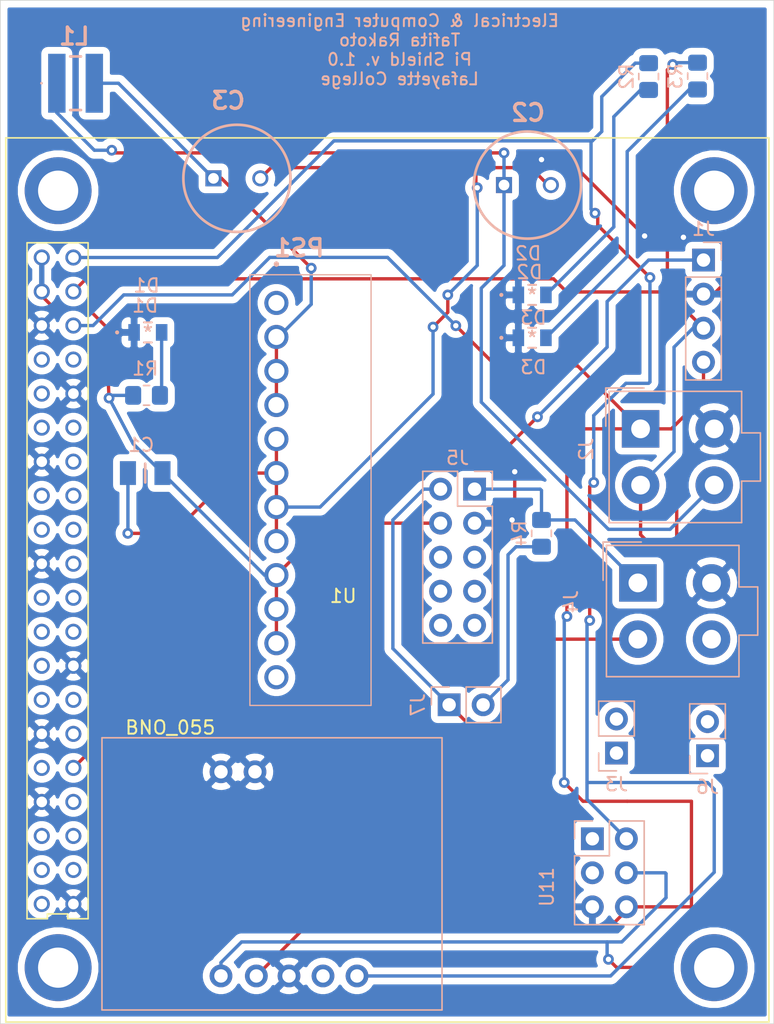
<source format=kicad_pcb>
(kicad_pcb (version 20171130) (host pcbnew "(5.1.10)-1")

  (general
    (thickness 1.6)
    (drawings 8)
    (tracks 229)
    (zones 0)
    (modules 22)
    (nets 16)
  )

  (page A4)
  (layers
    (0 F.Cu signal)
    (31 B.Cu signal)
    (32 B.Adhes user hide)
    (33 F.Adhes user hide)
    (34 B.Paste user hide)
    (35 F.Paste user hide)
    (36 B.SilkS user)
    (37 F.SilkS user hide)
    (38 B.Mask user hide)
    (39 F.Mask user hide)
    (40 Dwgs.User user hide)
    (41 Cmts.User user hide)
    (42 Eco1.User user hide)
    (43 Eco2.User user hide)
    (44 Edge.Cuts user)
    (45 Margin user hide)
    (46 B.CrtYd user hide)
    (47 F.CrtYd user hide)
    (48 B.Fab user hide)
    (49 F.Fab user hide)
  )

  (setup
    (last_trace_width 0.25)
    (user_trace_width 0.4)
    (trace_clearance 0.1778)
    (zone_clearance 0.508)
    (zone_45_only no)
    (trace_min 0.2)
    (via_size 0.8)
    (via_drill 0.4)
    (via_min_size 0.4)
    (via_min_drill 0.3)
    (uvia_size 0.3)
    (uvia_drill 0.1)
    (uvias_allowed no)
    (uvia_min_size 0.2)
    (uvia_min_drill 0.1)
    (edge_width 0.05)
    (segment_width 0.2)
    (pcb_text_width 0.3)
    (pcb_text_size 1.5 1.5)
    (mod_edge_width 0.12)
    (mod_text_size 1 1)
    (mod_text_width 0.15)
    (pad_size 1.15 1.4)
    (pad_drill 0)
    (pad_to_mask_clearance 0.05)
    (aux_axis_origin 0 0)
    (visible_elements 7FFFFFFF)
    (pcbplotparams
      (layerselection 0x010f0_ffffffff)
      (usegerberextensions false)
      (usegerberattributes true)
      (usegerberadvancedattributes true)
      (creategerberjobfile true)
      (excludeedgelayer true)
      (linewidth 0.100000)
      (plotframeref false)
      (viasonmask false)
      (mode 1)
      (useauxorigin false)
      (hpglpennumber 1)
      (hpglpenspeed 20)
      (hpglpendiameter 15.000000)
      (psnegative false)
      (psa4output false)
      (plotreference true)
      (plotvalue true)
      (plotinvisibletext false)
      (padsonsilk false)
      (subtractmaskfromsilk false)
      (outputformat 1)
      (mirror false)
      (drillshape 0)
      (scaleselection 1)
      (outputdirectory "Gerber/"))
  )

  (net 0 "")
  (net 1 /24V)
  (net 2 "Net-(D1-Pad2)")
  (net 3 "Net-(D2-Pad2)")
  (net 4 "Net-(D3-Pad2)")
  (net 5 /SR_CTRL)
  (net 6 /GLV_RTN)
  (net 7 /5V)
  (net 8 "Net-(C1-Pad1)")
  (net 9 "Net-(C3-Pad1)")
  (net 10 /SDA_PI)
  (net 11 /SCL_PI)
  (net 12 /CAN_L)
  (net 13 /CAN_H)
  (net 14 /3V3)
  (net 15 "Net-(J7-Pad2)")

  (net_class Default "This is the default net class."
    (clearance 0.1778)
    (trace_width 0.25)
    (via_dia 0.8)
    (via_drill 0.4)
    (uvia_dia 0.3)
    (uvia_drill 0.1)
    (add_net /24V)
    (add_net /3V3)
    (add_net /5V)
    (add_net /CAN_H)
    (add_net /CAN_L)
    (add_net /GLV_RTN)
    (add_net /SCL_PI)
    (add_net /SDA_PI)
    (add_net /SR_CTRL)
    (add_net "Net-(C1-Pad1)")
    (add_net "Net-(C3-Pad1)")
    (add_net "Net-(D1-Pad2)")
    (add_net "Net-(D2-Pad2)")
    (add_net "Net-(D3-Pad2)")
    (add_net "Net-(J7-Pad2)")
  )

  (module Connector_PinHeader_2.54mm:PinHeader_1x04_P2.54mm_Vertical (layer B.Cu) (tedit 59FED5CC) (tstamp 6070A2F8)
    (at 223 58.5 180)
    (descr "Through hole straight pin header, 1x04, 2.54mm pitch, single row")
    (tags "Through hole pin header THT 1x04 2.54mm single row")
    (path /60721A5C)
    (fp_text reference J1 (at 0 2.33) (layer B.SilkS)
      (effects (font (size 1 1) (thickness 0.15)) (justify mirror))
    )
    (fp_text value "I2C Testing Header" (at 0 -9.95) (layer B.Fab)
      (effects (font (size 1 1) (thickness 0.15)) (justify mirror))
    )
    (fp_line (start -0.635 1.27) (end 1.27 1.27) (layer B.Fab) (width 0.1))
    (fp_line (start 1.27 1.27) (end 1.27 -8.89) (layer B.Fab) (width 0.1))
    (fp_line (start 1.27 -8.89) (end -1.27 -8.89) (layer B.Fab) (width 0.1))
    (fp_line (start -1.27 -8.89) (end -1.27 0.635) (layer B.Fab) (width 0.1))
    (fp_line (start -1.27 0.635) (end -0.635 1.27) (layer B.Fab) (width 0.1))
    (fp_line (start -1.33 -8.95) (end 1.33 -8.95) (layer B.SilkS) (width 0.12))
    (fp_line (start -1.33 -1.27) (end -1.33 -8.95) (layer B.SilkS) (width 0.12))
    (fp_line (start 1.33 -1.27) (end 1.33 -8.95) (layer B.SilkS) (width 0.12))
    (fp_line (start -1.33 -1.27) (end 1.33 -1.27) (layer B.SilkS) (width 0.12))
    (fp_line (start -1.33 0) (end -1.33 1.33) (layer B.SilkS) (width 0.12))
    (fp_line (start -1.33 1.33) (end 0 1.33) (layer B.SilkS) (width 0.12))
    (fp_line (start -1.8 1.8) (end -1.8 -9.4) (layer B.CrtYd) (width 0.05))
    (fp_line (start -1.8 -9.4) (end 1.8 -9.4) (layer B.CrtYd) (width 0.05))
    (fp_line (start 1.8 -9.4) (end 1.8 1.8) (layer B.CrtYd) (width 0.05))
    (fp_line (start 1.8 1.8) (end -1.8 1.8) (layer B.CrtYd) (width 0.05))
    (fp_text user %R (at 0 -3.81 270) (layer B.Fab)
      (effects (font (size 1 1) (thickness 0.15)) (justify mirror))
    )
    (pad 4 thru_hole oval (at 0 -7.62 180) (size 1.7 1.7) (drill 1) (layers *.Cu *.Mask)
      (net 11 /SCL_PI))
    (pad 3 thru_hole oval (at 0 -5.08 180) (size 1.7 1.7) (drill 1) (layers *.Cu *.Mask)
      (net 10 /SDA_PI))
    (pad 2 thru_hole oval (at 0 -2.54 180) (size 1.7 1.7) (drill 1) (layers *.Cu *.Mask)
      (net 6 /GLV_RTN))
    (pad 1 thru_hole rect (at 0 0 180) (size 1.7 1.7) (drill 1) (layers *.Cu *.Mask)
      (net 7 /5V))
    (model ${KISYS3DMOD}/Connector_PinHeader_2.54mm.3dshapes/PinHeader_1x04_P2.54mm_Vertical.wrl
      (at (xyz 0 0 0))
      (scale (xyz 1 1 1))
      (rotate (xyz 0 0 0))
    )
  )

  (module "CarMan General Footprints:Molex_MiniFit-JR-5556-04A_2x02x4.20mm_Straight" (layer B.Cu) (tedit 6228324C) (tstamp 60885735)
    (at 218.3 71.1 270)
    (descr "Molex Mini-Fit JR, PN:5556-04A, dual row, top entry type, through hole")
    (tags "connector molex mini-fit 5556")
    (path /5FB30D0C)
    (fp_text reference J2 (at -6.985 -2.54 180) (layer Dwgs.User)
      (effects (font (size 1 1) (thickness 0.15)))
    )
    (fp_text value J2 (at 1.524 4.064 90) (layer B.SilkS)
      (effects (font (size 1 1) (thickness 0.15)) (justify mirror))
    )
    (fp_line (start -2.7 2.25) (end -2.7 -7.45) (layer B.Fab) (width 0.1))
    (fp_line (start -2.7 -7.45) (end 6.9 -7.45) (layer B.Fab) (width 0.1))
    (fp_line (start 6.9 -7.45) (end 6.9 2.25) (layer B.Fab) (width 0.1))
    (fp_line (start 6.9 2.25) (end -2.7 2.25) (layer B.Fab) (width 0.1))
    (fp_line (start 0.4 -7.45) (end 0.4 -8.85) (layer B.Fab) (width 0.1))
    (fp_line (start 0.4 -8.85) (end 3.8 -8.85) (layer B.Fab) (width 0.1))
    (fp_line (start 3.8 -8.85) (end 3.8 -7.45) (layer B.Fab) (width 0.1))
    (fp_line (start -1.75 1.75) (end -1.75 -1.75) (layer B.Fab) (width 0.1))
    (fp_line (start -1.75 -1.75) (end 1.75 -1.75) (layer B.Fab) (width 0.1))
    (fp_line (start 1.75 -1.75) (end 1.75 1.75) (layer B.Fab) (width 0.1))
    (fp_line (start 1.75 1.75) (end -1.75 1.75) (layer B.Fab) (width 0.1))
    (fp_line (start -1.75 -7.25) (end -1.75 -4.625) (layer B.Fab) (width 0.1))
    (fp_line (start -1.75 -4.625) (end -0.875 -3.75) (layer B.Fab) (width 0.1))
    (fp_line (start -0.875 -3.75) (end 0.875 -3.75) (layer B.Fab) (width 0.1))
    (fp_line (start 0.875 -3.75) (end 1.75 -4.625) (layer B.Fab) (width 0.1))
    (fp_line (start 1.75 -4.625) (end 1.75 -7.25) (layer B.Fab) (width 0.1))
    (fp_line (start 1.75 -7.25) (end -1.75 -7.25) (layer B.Fab) (width 0.1))
    (fp_line (start 2.45 -3.75) (end 2.45 -7.25) (layer B.Fab) (width 0.1))
    (fp_line (start 2.45 -7.25) (end 5.95 -7.25) (layer B.Fab) (width 0.1))
    (fp_line (start 5.95 -7.25) (end 5.95 -3.75) (layer B.Fab) (width 0.1))
    (fp_line (start 5.95 -3.75) (end 2.45 -3.75) (layer B.Fab) (width 0.1))
    (fp_line (start 2.45 -1.75) (end 2.45 0.875) (layer B.Fab) (width 0.1))
    (fp_line (start 2.45 0.875) (end 3.325 1.75) (layer B.Fab) (width 0.1))
    (fp_line (start 3.325 1.75) (end 5.075 1.75) (layer B.Fab) (width 0.1))
    (fp_line (start 5.075 1.75) (end 5.95 0.875) (layer B.Fab) (width 0.1))
    (fp_line (start 5.95 0.875) (end 5.95 -1.75) (layer B.Fab) (width 0.1))
    (fp_line (start 5.95 -1.75) (end 2.45 -1.75) (layer B.Fab) (width 0.1))
    (fp_line (start 2.1 2.35) (end -2.8 2.35) (layer B.SilkS) (width 0.12))
    (fp_line (start -2.8 2.35) (end -2.8 -7.55) (layer B.SilkS) (width 0.12))
    (fp_line (start -2.8 -7.55) (end 0.3 -7.55) (layer B.SilkS) (width 0.12))
    (fp_line (start 0.3 -7.55) (end 0.3 -8.95) (layer B.SilkS) (width 0.12))
    (fp_line (start 0.3 -8.95) (end 2.1 -8.95) (layer B.SilkS) (width 0.12))
    (fp_line (start 2.1 2.35) (end 7 2.35) (layer B.SilkS) (width 0.12))
    (fp_line (start 7 2.35) (end 7 -7.55) (layer B.SilkS) (width 0.12))
    (fp_line (start 7 -7.55) (end 3.9 -7.55) (layer B.SilkS) (width 0.12))
    (fp_line (start 3.9 -7.55) (end 3.9 -8.95) (layer B.SilkS) (width 0.12))
    (fp_line (start 3.9 -8.95) (end 2.1 -8.95) (layer B.SilkS) (width 0.12))
    (fp_line (start -0.2 2.6) (end -3.05 2.6) (layer B.SilkS) (width 0.12))
    (fp_line (start -3.05 2.6) (end -3.05 -0.25) (layer B.SilkS) (width 0.12))
    (fp_line (start -0.2 2.6) (end -3.05 2.6) (layer B.Fab) (width 0.1))
    (fp_line (start -3.05 2.6) (end -3.05 -0.25) (layer B.Fab) (width 0.1))
    (fp_line (start -3.15 2.75) (end -3.15 -9.3) (layer B.CrtYd) (width 0.05))
    (fp_line (start -3.15 -9.3) (end 7.4 -9.3) (layer B.CrtYd) (width 0.05))
    (fp_line (start 7.4 -9.3) (end 7.4 2.75) (layer B.CrtYd) (width 0.05))
    (fp_line (start 7.4 2.75) (end -3.15 2.75) (layer B.CrtYd) (width 0.05))
    (fp_text user %R (at 2.1 -3 270) (layer B.Fab)
      (effects (font (size 1 1) (thickness 0.15)) (justify mirror))
    )
    (pad 1 thru_hole rect (at 0 0 270) (size 2.8 2.8) (drill 1.4) (layers *.Cu *.Mask)
      (net 11 /SCL_PI))
    (pad 2 thru_hole circle (at 4.2 0 270) (size 2.8 2.8) (drill 1.4) (layers *.Cu *.Mask)
      (net 10 /SDA_PI))
    (pad 3 thru_hole circle (at 0 -5.5 270) (size 2.8 2.8) (drill 1.4) (layers *.Cu *.Mask)
      (net 6 /GLV_RTN))
    (pad 4 thru_hole circle (at 4.2 -5.5 270) (size 2.8 2.8) (drill 1.4) (layers *.Cu *.Mask)
      (net 1 /24V))
    (model ${KISYS3DMOD}/Connectors_Molex.3dshapes/Molex_MiniFit-JR-5556-04A_2x02x4.20mm_Straight.wrl
      (at (xyz 0 0 0))
      (scale (xyz 1 1 1))
      (rotate (xyz 0 0 0))
    )
    (model ${KIPRJMOD}/Logic_3D_Models/39281043.stp
      (offset (xyz 2 -2.5 0))
      (scale (xyz 1 1 1))
      (rotate (xyz -90 0 -180))
    )
  )

  (module "CarMan General Footprints:BNO_055" (layer B.Cu) (tedit 622834EE) (tstamp 607E33FE)
    (at 189.5 96.7 180)
    (path /6081110B)
    (fp_text reference U10 (at 3.5306 3.2766) (layer B.SilkS) hide
      (effects (font (size 1 1) (thickness 0.15)))
    )
    (fp_text value BNO_055 (at 6.3246 3.302) (layer F.SilkS)
      (effects (font (size 1 1) (thickness 0.15)))
    )
    (fp_line (start -13.97 2.54) (end -13.97 -17.78) (layer B.SilkS) (width 0.12))
    (fp_line (start -13.97 -17.78) (end 11.43 -17.78) (layer B.SilkS) (width 0.12))
    (fp_line (start 11.43 -17.78) (end 11.43 2.54) (layer B.SilkS) (width 0.12))
    (fp_line (start -13.97 2.54) (end 11.43 2.54) (layer B.SilkS) (width 0.12))
    (pad 4 thru_hole circle (at -0.1016 -15.24 180) (size 1.7 1.7) (drill 1) (layers *.Cu *.Mask)
      (net 11 /SCL_PI))
    (pad 3 thru_hole circle (at -2.54 -15.24 180) (size 1.7 1.7) (drill 1) (layers *.Cu *.Mask)
      (net 6 /GLV_RTN))
    (pad 2 thru_hole circle (at -5.08 -15.24 180) (size 1.7 1.7) (drill 1) (layers *.Cu *.Mask))
    (pad 1 thru_hole circle (at -7.62 -15.24 180) (size 1.7 1.7) (drill 1) (layers *.Cu *.Mask)
      (net 14 /3V3))
    (pad 5 thru_hole circle (at 2.54 -15.24 180) (size 1.7 1.7) (drill 1) (layers *.Cu *.Mask)
      (net 10 /SDA_PI))
    (pad 6 thru_hole circle (at 2.54 0 180) (size 1.7 1.7) (drill 1) (layers *.Cu *.Mask)
      (net 6 /GLV_RTN))
    (pad 7 thru_hole circle (at 0 0 180) (size 1.7 1.7) (drill 1) (layers *.Cu *.Mask)
      (net 6 /GLV_RTN))
  )

  (module "CarMan General Footprints:Raspberry_Pi_RTC" (layer B.Cu) (tedit 622833EB) (tstamp 6087AFB0)
    (at 214.7 101.7 180)
    (descr "Through hole straight socket strip, 2x03, 2.54mm pitch, double cols (from Kicad 4.0.7), script generated")
    (tags "Through hole socket strip THT 2x03 2.54mm double row")
    (path /60875061)
    (fp_text reference U11 (at -1.7 -9.3) (layer B.SilkS) hide
      (effects (font (size 1 1) (thickness 0.15)) (justify mirror))
    )
    (fp_text value Raspberry_Pi_RTC (at -1.27 -7.85) (layer B.Fab)
      (effects (font (size 1 1) (thickness 0.15)) (justify mirror))
    )
    (fp_line (start -4.34 -6.85) (end -4.34 1.8) (layer B.CrtYd) (width 0.05))
    (fp_line (start 1.76 -6.85) (end -4.34 -6.85) (layer B.CrtYd) (width 0.05))
    (fp_line (start 1.76 1.8) (end 1.76 -6.85) (layer B.CrtYd) (width 0.05))
    (fp_line (start -4.34 1.8) (end 1.76 1.8) (layer B.CrtYd) (width 0.05))
    (fp_line (start 0 1.33) (end 1.33 1.33) (layer B.SilkS) (width 0.12))
    (fp_line (start 1.33 1.33) (end 1.33 0) (layer B.SilkS) (width 0.12))
    (fp_line (start -1.27 1.33) (end -1.27 -1.27) (layer B.SilkS) (width 0.12))
    (fp_line (start -1.27 -1.27) (end 1.33 -1.27) (layer B.SilkS) (width 0.12))
    (fp_line (start 1.33 -1.27) (end 1.33 -6.41) (layer B.SilkS) (width 0.12))
    (fp_line (start -3.87 -6.41) (end 1.33 -6.41) (layer B.SilkS) (width 0.12))
    (fp_line (start -3.87 1.33) (end -3.87 -6.41) (layer B.SilkS) (width 0.12))
    (fp_line (start -3.87 1.33) (end -1.27 1.33) (layer B.SilkS) (width 0.12))
    (fp_line (start -3.81 -6.35) (end -3.81 1.27) (layer B.Fab) (width 0.1))
    (fp_line (start 1.27 -6.35) (end -3.81 -6.35) (layer B.Fab) (width 0.1))
    (fp_line (start 1.27 0.27) (end 1.27 -6.35) (layer B.Fab) (width 0.1))
    (fp_line (start 0.27 1.27) (end 1.27 0.27) (layer B.Fab) (width 0.1))
    (fp_line (start -3.81 1.27) (end 0.27 1.27) (layer B.Fab) (width 0.1))
    (fp_text user %R (at 3.4 -3.6 270) (layer B.SilkS)
      (effects (font (size 1 1) (thickness 0.15)))
    )
    (pad 1 thru_hole rect (at 0 0 180) (size 1.7 1.7) (drill 1) (layers *.Cu *.Mask))
    (pad 2 thru_hole oval (at -2.54 0 180) (size 1.7 1.7) (drill 1) (layers *.Cu *.Mask)
      (net 14 /3V3))
    (pad 3 thru_hole oval (at 0 -2.54 180) (size 1.7 1.7) (drill 1) (layers *.Cu *.Mask))
    (pad 4 thru_hole oval (at -2.54 -2.54 180) (size 1.7 1.7) (drill 1) (layers *.Cu *.Mask)
      (net 10 /SDA_PI))
    (pad 5 thru_hole oval (at 0 -5.08 180) (size 1.7 1.7) (drill 1) (layers *.Cu *.Mask)
      (net 6 /GLV_RTN))
    (pad 6 thru_hole oval (at -2.54 -5.08 180) (size 1.7 1.7) (drill 1) (layers *.Cu *.Mask)
      (net 11 /SCL_PI))
    (model ${KISYS3DMOD}/Connector_PinSocket_2.54mm.3dshapes/PinSocket_2x03_P2.54mm_Vertical.wrl
      (at (xyz 0 0 0))
      (scale (xyz 1 1 1))
      (rotate (xyz 0 0 0))
    )
  )

  (module Resistor_SMD:R_0805_2012Metric_Pad1.20x1.40mm_HandSolder (layer B.Cu) (tedit 5F68FEEE) (tstamp 622A564C)
    (at 210.9 78.9 270)
    (descr "Resistor SMD 0805 (2012 Metric), square (rectangular) end terminal, IPC_7351 nominal with elongated pad for handsoldering. (Body size source: IPC-SM-782 page 72, https://www.pcb-3d.com/wordpress/wp-content/uploads/ipc-sm-782a_amendment_1_and_2.pdf), generated with kicad-footprint-generator")
    (tags "resistor handsolder")
    (path /622B4E7B)
    (attr smd)
    (fp_text reference R4 (at 0 1.65 270) (layer B.SilkS)
      (effects (font (size 1 1) (thickness 0.15)) (justify mirror))
    )
    (fp_text value 120 (at 0 -1.65 270) (layer B.Fab)
      (effects (font (size 1 1) (thickness 0.15)) (justify mirror))
    )
    (fp_line (start -1 -0.625) (end -1 0.625) (layer B.Fab) (width 0.1))
    (fp_line (start -1 0.625) (end 1 0.625) (layer B.Fab) (width 0.1))
    (fp_line (start 1 0.625) (end 1 -0.625) (layer B.Fab) (width 0.1))
    (fp_line (start 1 -0.625) (end -1 -0.625) (layer B.Fab) (width 0.1))
    (fp_line (start -0.227064 0.735) (end 0.227064 0.735) (layer B.SilkS) (width 0.12))
    (fp_line (start -0.227064 -0.735) (end 0.227064 -0.735) (layer B.SilkS) (width 0.12))
    (fp_line (start -1.85 -0.95) (end -1.85 0.95) (layer B.CrtYd) (width 0.05))
    (fp_line (start -1.85 0.95) (end 1.85 0.95) (layer B.CrtYd) (width 0.05))
    (fp_line (start 1.85 0.95) (end 1.85 -0.95) (layer B.CrtYd) (width 0.05))
    (fp_line (start 1.85 -0.95) (end -1.85 -0.95) (layer B.CrtYd) (width 0.05))
    (fp_text user %R (at 0 0 270) (layer B.Fab)
      (effects (font (size 0.5 0.5) (thickness 0.08)) (justify mirror))
    )
    (pad 2 smd roundrect (at 1 0 270) (size 1.2 1.4) (layers B.Cu B.Paste B.Mask) (roundrect_rratio 0.208333)
      (net 15 "Net-(J7-Pad2)"))
    (pad 1 smd roundrect (at -1 0 270) (size 1.2 1.4) (layers B.Cu B.Paste B.Mask) (roundrect_rratio 0.208333)
      (net 13 /CAN_H))
    (model ${KISYS3DMOD}/Resistor_SMD.3dshapes/R_0805_2012Metric.wrl
      (at (xyz 0 0 0))
      (scale (xyz 1 1 1))
      (rotate (xyz 0 0 0))
    )
  )

  (module Connector_PinHeader_2.54mm:PinHeader_1x02_P2.54mm_Vertical (layer B.Cu) (tedit 59FED5CC) (tstamp 62281EB0)
    (at 204 91.7 270)
    (descr "Through hole straight pin header, 1x02, 2.54mm pitch, single row")
    (tags "Through hole pin header THT 1x02 2.54mm single row")
    (path /6228F919)
    (fp_text reference J7 (at 0 2.33 270) (layer B.SilkS)
      (effects (font (size 1 1) (thickness 0.15)) (justify mirror))
    )
    (fp_text value J7 (at 0 -4.87 270) (layer B.Fab)
      (effects (font (size 1 1) (thickness 0.15)) (justify mirror))
    )
    (fp_line (start 1.8 1.8) (end -1.8 1.8) (layer B.CrtYd) (width 0.05))
    (fp_line (start 1.8 -4.35) (end 1.8 1.8) (layer B.CrtYd) (width 0.05))
    (fp_line (start -1.8 -4.35) (end 1.8 -4.35) (layer B.CrtYd) (width 0.05))
    (fp_line (start -1.8 1.8) (end -1.8 -4.35) (layer B.CrtYd) (width 0.05))
    (fp_line (start -1.33 1.33) (end 0 1.33) (layer B.SilkS) (width 0.12))
    (fp_line (start -1.33 0) (end -1.33 1.33) (layer B.SilkS) (width 0.12))
    (fp_line (start -1.33 -1.27) (end 1.33 -1.27) (layer B.SilkS) (width 0.12))
    (fp_line (start 1.33 -1.27) (end 1.33 -3.87) (layer B.SilkS) (width 0.12))
    (fp_line (start -1.33 -1.27) (end -1.33 -3.87) (layer B.SilkS) (width 0.12))
    (fp_line (start -1.33 -3.87) (end 1.33 -3.87) (layer B.SilkS) (width 0.12))
    (fp_line (start -1.27 0.635) (end -0.635 1.27) (layer B.Fab) (width 0.1))
    (fp_line (start -1.27 -3.81) (end -1.27 0.635) (layer B.Fab) (width 0.1))
    (fp_line (start 1.27 -3.81) (end -1.27 -3.81) (layer B.Fab) (width 0.1))
    (fp_line (start 1.27 1.27) (end 1.27 -3.81) (layer B.Fab) (width 0.1))
    (fp_line (start -0.635 1.27) (end 1.27 1.27) (layer B.Fab) (width 0.1))
    (fp_text user %R (at 0 -1.27 180) (layer B.Fab)
      (effects (font (size 1 1) (thickness 0.15)) (justify mirror))
    )
    (pad 2 thru_hole oval (at 0 -2.54 270) (size 1.7 1.7) (drill 1) (layers *.Cu *.Mask)
      (net 15 "Net-(J7-Pad2)"))
    (pad 1 thru_hole rect (at 0 0 270) (size 1.7 1.7) (drill 1) (layers *.Cu *.Mask)
      (net 12 /CAN_L))
    (model ${KISYS3DMOD}/Connector_PinHeader_2.54mm.3dshapes/PinHeader_1x02_P2.54mm_Vertical.wrl
      (at (xyz 0 0 0))
      (scale (xyz 1 1 1))
      (rotate (xyz 0 0 0))
    )
  )

  (module "CarMan General Footprints:Raspberry_Pi_3_B" (layer F.Cu) (tedit 5FBB42DB) (tstamp 6079D9E6)
    (at 196.088 84.074 180)
    (path /5F9FC061)
    (fp_text reference U1 (at 0 0.5) (layer F.SilkS)
      (effects (font (size 1 1) (thickness 0.15)) (justify mirror))
    )
    (fp_text value RaspberryPi3 (at 0 -0.5) (layer B.Fab)
      (effects (font (size 1 1) (thickness 0.15)) (justify mirror))
    )
    (fp_line (start 20.572867 -23.5948) (end 19.052201 -23.5948) (layer F.SilkS) (width 0.12))
    (fp_line (start 25.2032 -31.3048) (end 25.2032 34.6952) (layer F.SilkS) (width 0.12))
    (fp_line (start -31.7968 34.6952) (end -31.7968 -31.3048) (layer F.SilkS) (width 0.12))
    (fp_line (start 25.2032 34.6952) (end -31.7968 34.6952) (layer F.SilkS) (width 0.12))
    (fp_line (start 23.614199 26.8652) (end 23.6142 -23.5948) (layer F.SilkS) (width 0.12))
    (fp_line (start 19.3032 26.6152) (end 19.3032 -23.3448) (layer F.CrtYd) (width 0.05))
    (fp_line (start 23.6142 -23.5948) (end 22.093533 -23.5948) (layer F.SilkS) (width 0.12))
    (fp_line (start 22.093533 -23.5948) (end 22.093533 -23.2348) (layer F.SilkS) (width 0.12))
    (fp_line (start -31.7968 -31.3048) (end 25.2032 -31.3048) (layer F.SilkS) (width 0.12))
    (fp_line (start 23.3632 26.6152) (end 19.3032 26.6152) (layer F.CrtYd) (width 0.05))
    (fp_line (start 22.093533 -23.2348) (end 20.572867 -23.2348) (layer F.SilkS) (width 0.12))
    (fp_line (start 23.3632 -23.3448) (end 23.3632 26.6152) (layer F.CrtYd) (width 0.05))
    (fp_line (start 19.3032 -23.3448) (end 23.3632 -23.3448) (layer F.CrtYd) (width 0.05))
    (fp_line (start 20.572867 -23.2348) (end 20.572867 -23.5948) (layer F.SilkS) (width 0.12))
    (fp_line (start 19.0522 26.8652) (end 23.614199 26.8652) (layer F.SilkS) (width 0.12))
    (fp_line (start 19.052201 -23.5948) (end 19.0522 26.8652) (layer F.SilkS) (width 0.12))
    (pad 32 thru_hole circle (at 22.5142 -12.3348 90) (size 1.2 1.2) (drill 0.8) (layers *.Cu *.Mask))
    (pad 24 thru_hole circle (at 22.5142 -2.1748 90) (size 1.2 1.2) (drill 0.8) (layers *.Cu *.Mask))
    (pad 19 thru_hole circle (at 20.1522 2.9052 90) (size 1.2 1.2) (drill 0.8) (layers *.Cu *.Mask))
    (pad 39 thru_hole circle (at 20.1522 -22.4948 90) (size 1.2 1.2) (drill 0.8) (layers *.Cu *.Mask)
      (net 6 /GLV_RTN))
    (pad 37 thru_hole circle (at 20.1522 -19.9548 90) (size 1.2 1.2) (drill 0.8) (layers *.Cu *.Mask))
    (pad 28 thru_hole circle (at 22.5142 -7.2548 90) (size 1.2 1.2) (drill 0.8) (layers *.Cu *.Mask))
    (pad 30 thru_hole circle (at 22.5142 -9.7948 90) (size 1.2 1.2) (drill 0.8) (layers *.Cu *.Mask)
      (net 6 /GLV_RTN))
    (pad 23 thru_hole circle (at 20.1522 -2.1748 90) (size 1.2 1.2) (drill 0.8) (layers *.Cu *.Mask))
    (pad 22 thru_hole circle (at 22.5142 0.3652 90) (size 1.2 1.2) (drill 0.8) (layers *.Cu *.Mask))
    (pad 21 thru_hole circle (at 20.1522 0.3652 90) (size 1.2 1.2) (drill 0.8) (layers *.Cu *.Mask))
    (pad 20 thru_hole circle (at 22.5142 2.9052 90) (size 1.2 1.2) (drill 0.8) (layers *.Cu *.Mask)
      (net 6 /GLV_RTN))
    (pad 40 thru_hole circle (at 22.5142 -22.4948 90) (size 1.2 1.2) (drill 0.8) (layers *.Cu *.Mask))
    (pad 29 thru_hole circle (at 20.1522 -9.7948 90) (size 1.2 1.2) (drill 0.8) (layers *.Cu *.Mask))
    (pad 35 thru_hole circle (at 20.1522 -17.4148 90) (size 1.2 1.2) (drill 0.8) (layers *.Cu *.Mask))
    (pad 18 thru_hole circle (at 22.5142 5.4452 90) (size 1.2 1.2) (drill 0.8) (layers *.Cu *.Mask))
    (pad 27 thru_hole circle (at 20.1522 -7.2548 90) (size 1.2 1.2) (drill 0.8) (layers *.Cu *.Mask))
    (pad 38 thru_hole circle (at 22.5142 -19.9548 90) (size 1.2 1.2) (drill 0.8) (layers *.Cu *.Mask))
    (pad 34 thru_hole circle (at 22.5142 -14.8748 90) (size 1.2 1.2) (drill 0.8) (layers *.Cu *.Mask)
      (net 6 /GLV_RTN))
    (pad 33 thru_hole circle (at 20.1522 -14.8748 90) (size 1.2 1.2) (drill 0.8) (layers *.Cu *.Mask))
    (pad 26 thru_hole circle (at 22.5142 -4.7148 90) (size 1.2 1.2) (drill 0.8) (layers *.Cu *.Mask))
    (pad 31 thru_hole circle (at 20.1522 -12.3348 90) (size 1.2 1.2) (drill 0.8) (layers *.Cu *.Mask)
      (net 5 /SR_CTRL))
    (pad 36 thru_hole circle (at 22.5142 -17.4148 90) (size 1.2 1.2) (drill 0.8) (layers *.Cu *.Mask))
    (pad 25 thru_hole circle (at 20.1522 -4.7148 90) (size 1.2 1.2) (drill 0.8) (layers *.Cu *.Mask)
      (net 6 /GLV_RTN))
    (pad 11 thru_hole circle (at 20.1522 13.0652 90) (size 1.2 1.2) (drill 0.8) (layers *.Cu *.Mask))
    (pad 44 thru_hole circle (at -27.7078 30.7532 90) (size 5 5) (drill 3) (layers *.Cu *.Mask))
    (pad 2 thru_hole circle (at 22.5142 25.7652 90) (size 1.2 1.2) (drill 0.8) (layers *.Cu *.Mask)
      (net 7 /5V))
    (pad 4 thru_hole circle (at 22.5142 23.2252 90) (size 1.2 1.2) (drill 0.8) (layers *.Cu *.Mask)
      (net 7 /5V))
    (pad 1 thru_hole circle (at 20.1522 25.7652 90) (size 1.2 1.2) (drill 0.8) (layers *.Cu *.Mask)
      (net 14 /3V3))
    (pad 13 thru_hole circle (at 20.1522 10.5252 90) (size 1.2 1.2) (drill 0.8) (layers *.Cu *.Mask))
    (pad 9 thru_hole circle (at 20.1522 15.6052 90) (size 1.2 1.2) (drill 0.8) (layers *.Cu *.Mask)
      (net 6 /GLV_RTN))
    (pad 14 thru_hole circle (at 22.5142 10.5252 90) (size 1.2 1.2) (drill 0.8) (layers *.Cu *.Mask)
      (net 6 /GLV_RTN))
    (pad 43 thru_hole circle (at -27.7078 -27.2468 90) (size 5 5) (drill 3) (layers *.Cu *.Mask))
    (pad 17 thru_hole circle (at 20.1522 5.4452 90) (size 1.2 1.2) (drill 0.8) (layers *.Cu *.Mask))
    (pad 41 thru_hole circle (at 21.2922 -27.2468 90) (size 5 5) (drill 3) (layers *.Cu *.Mask))
    (pad 6 thru_hole circle (at 22.5142 20.6852 90) (size 1.2 1.2) (drill 0.8) (layers *.Cu *.Mask)
      (net 6 /GLV_RTN))
    (pad 7 thru_hole circle (at 20.1522 18.1452 90) (size 1.2 1.2) (drill 0.8) (layers *.Cu *.Mask))
    (pad 10 thru_hole circle (at 22.5142 15.6052 90) (size 1.2 1.2) (drill 0.8) (layers *.Cu *.Mask))
    (pad 8 thru_hole circle (at 22.5142 18.1452 90) (size 1.2 1.2) (drill 0.8) (layers *.Cu *.Mask))
    (pad 42 thru_hole circle (at 21.2922 30.7532 90) (size 5 5) (drill 3) (layers *.Cu *.Mask))
    (pad 12 thru_hole circle (at 22.5142 13.0652 90) (size 1.2 1.2) (drill 0.8) (layers *.Cu *.Mask))
    (pad 3 thru_hole circle (at 20.1522 23.2252 90) (size 1.2 1.2) (drill 0.8) (layers *.Cu *.Mask)
      (net 10 /SDA_PI))
    (pad 5 thru_hole circle (at 20.1522 20.6852 90) (size 1.2 1.2) (drill 0.8) (layers *.Cu *.Mask)
      (net 11 /SCL_PI))
    (pad 15 thru_hole circle (at 20.1522 7.9852 90) (size 1.2 1.2) (drill 0.8) (layers *.Cu *.Mask))
    (pad 16 thru_hole circle (at 22.5142 7.9852 90) (size 1.2 1.2) (drill 0.8) (layers *.Cu *.Mask))
    (model ${KIPRJMOD}/Logic_3D_Models/raspberry_pi_3_b_plus.stp
      (offset (xyz -3 8 9.5))
      (scale (xyz 1 1 1))
      (rotate (xyz 0 -180 90))
    )
  )

  (module Resistor_SMD:R_0805_2012Metric_Pad1.20x1.40mm_HandSolder (layer B.Cu) (tedit 5F68FEEE) (tstamp 622870DD)
    (at 222.55343 44.76561 270)
    (descr "Resistor SMD 0805 (2012 Metric), square (rectangular) end terminal, IPC_7351 nominal with elongated pad for handsoldering. (Body size source: IPC-SM-782 page 72, https://www.pcb-3d.com/wordpress/wp-content/uploads/ipc-sm-782a_amendment_1_and_2.pdf), generated with kicad-footprint-generator")
    (tags "resistor handsolder")
    (path /62292A16)
    (attr smd)
    (fp_text reference R3 (at 0 1.65 270) (layer B.SilkS)
      (effects (font (size 1 1) (thickness 0.15)) (justify mirror))
    )
    (fp_text value 1K (at 0 -1.65 270) (layer B.Fab)
      (effects (font (size 1 1) (thickness 0.15)) (justify mirror))
    )
    (fp_line (start -1 -0.625) (end -1 0.625) (layer B.Fab) (width 0.1))
    (fp_line (start -1 0.625) (end 1 0.625) (layer B.Fab) (width 0.1))
    (fp_line (start 1 0.625) (end 1 -0.625) (layer B.Fab) (width 0.1))
    (fp_line (start 1 -0.625) (end -1 -0.625) (layer B.Fab) (width 0.1))
    (fp_line (start -0.227064 0.735) (end 0.227064 0.735) (layer B.SilkS) (width 0.12))
    (fp_line (start -0.227064 -0.735) (end 0.227064 -0.735) (layer B.SilkS) (width 0.12))
    (fp_line (start -1.85 -0.95) (end -1.85 0.95) (layer B.CrtYd) (width 0.05))
    (fp_line (start -1.85 0.95) (end 1.85 0.95) (layer B.CrtYd) (width 0.05))
    (fp_line (start 1.85 0.95) (end 1.85 -0.95) (layer B.CrtYd) (width 0.05))
    (fp_line (start 1.85 -0.95) (end -1.85 -0.95) (layer B.CrtYd) (width 0.05))
    (fp_text user %R (at 0 0 270) (layer B.Fab)
      (effects (font (size 0.5 0.5) (thickness 0.08)) (justify mirror))
    )
    (pad 2 smd roundrect (at 1 0 270) (size 1.2 1.4) (layers B.Cu B.Paste B.Mask) (roundrect_rratio 0.208333)
      (net 4 "Net-(D3-Pad2)"))
    (pad 1 smd roundrect (at -1 0 270) (size 1.2 1.4) (layers B.Cu B.Paste B.Mask) (roundrect_rratio 0.208333)
      (net 10 /SDA_PI))
    (model ${KISYS3DMOD}/Resistor_SMD.3dshapes/R_0805_2012Metric.wrl
      (at (xyz 0 0 0))
      (scale (xyz 1 1 1))
      (rotate (xyz 0 0 0))
    )
  )

  (module Resistor_SMD:R_0805_2012Metric_Pad1.20x1.40mm_HandSolder (layer B.Cu) (tedit 5F68FEEE) (tstamp 622870CC)
    (at 218.9 44.8 270)
    (descr "Resistor SMD 0805 (2012 Metric), square (rectangular) end terminal, IPC_7351 nominal with elongated pad for handsoldering. (Body size source: IPC-SM-782 page 72, https://www.pcb-3d.com/wordpress/wp-content/uploads/ipc-sm-782a_amendment_1_and_2.pdf), generated with kicad-footprint-generator")
    (tags "resistor handsolder")
    (path /6228F69D)
    (attr smd)
    (fp_text reference R2 (at 0 1.65 270) (layer B.SilkS)
      (effects (font (size 1 1) (thickness 0.15)) (justify mirror))
    )
    (fp_text value 1K (at 0 -1.65 270) (layer B.Fab)
      (effects (font (size 1 1) (thickness 0.15)) (justify mirror))
    )
    (fp_line (start -1 -0.625) (end -1 0.625) (layer B.Fab) (width 0.1))
    (fp_line (start -1 0.625) (end 1 0.625) (layer B.Fab) (width 0.1))
    (fp_line (start 1 0.625) (end 1 -0.625) (layer B.Fab) (width 0.1))
    (fp_line (start 1 -0.625) (end -1 -0.625) (layer B.Fab) (width 0.1))
    (fp_line (start -0.227064 0.735) (end 0.227064 0.735) (layer B.SilkS) (width 0.12))
    (fp_line (start -0.227064 -0.735) (end 0.227064 -0.735) (layer B.SilkS) (width 0.12))
    (fp_line (start -1.85 -0.95) (end -1.85 0.95) (layer B.CrtYd) (width 0.05))
    (fp_line (start -1.85 0.95) (end 1.85 0.95) (layer B.CrtYd) (width 0.05))
    (fp_line (start 1.85 0.95) (end 1.85 -0.95) (layer B.CrtYd) (width 0.05))
    (fp_line (start 1.85 -0.95) (end -1.85 -0.95) (layer B.CrtYd) (width 0.05))
    (fp_text user %R (at 0 0 270) (layer B.Fab)
      (effects (font (size 0.5 0.5) (thickness 0.08)) (justify mirror))
    )
    (pad 2 smd roundrect (at 1 0 270) (size 1.2 1.4) (layers B.Cu B.Paste B.Mask) (roundrect_rratio 0.208333)
      (net 3 "Net-(D2-Pad2)"))
    (pad 1 smd roundrect (at -1 0 270) (size 1.2 1.4) (layers B.Cu B.Paste B.Mask) (roundrect_rratio 0.208333)
      (net 14 /3V3))
    (model ${KISYS3DMOD}/Resistor_SMD.3dshapes/R_0805_2012Metric.wrl
      (at (xyz 0 0 0))
      (scale (xyz 1 1 1))
      (rotate (xyz 0 0 0))
    )
  )

  (module Resistor_SMD:R_0805_2012Metric_Pad1.20x1.40mm_HandSolder (layer B.Cu) (tedit 6228252B) (tstamp 622870BB)
    (at 181.4 68.6)
    (descr "Resistor SMD 0805 (2012 Metric), square (rectangular) end terminal, IPC_7351 nominal with elongated pad for handsoldering. (Body size source: IPC-SM-782 page 72, https://www.pcb-3d.com/wordpress/wp-content/uploads/ipc-sm-782a_amendment_1_and_2.pdf), generated with kicad-footprint-generator")
    (tags "resistor handsolder")
    (path /6227A49C)
    (attr smd)
    (fp_text reference R1 (at -0.1 -2) (layer B.SilkS)
      (effects (font (size 1 1) (thickness 0.15)) (justify mirror))
    )
    (fp_text value 2K (at 0 -1.65) (layer B.Fab)
      (effects (font (size 1 1) (thickness 0.15)) (justify mirror))
    )
    (fp_line (start -1 -0.625) (end -1 0.625) (layer B.Fab) (width 0.1))
    (fp_line (start -1 0.625) (end 1 0.625) (layer B.Fab) (width 0.1))
    (fp_line (start 1 0.625) (end 1 -0.625) (layer B.Fab) (width 0.1))
    (fp_line (start 1 -0.625) (end -1 -0.625) (layer B.Fab) (width 0.1))
    (fp_line (start -0.227064 0.735) (end 0.227064 0.735) (layer B.SilkS) (width 0.12))
    (fp_line (start -0.227064 -0.735) (end 0.227064 -0.735) (layer B.SilkS) (width 0.12))
    (fp_line (start -1.85 -0.95) (end -1.85 0.95) (layer B.CrtYd) (width 0.05))
    (fp_line (start -1.85 0.95) (end 1.85 0.95) (layer B.CrtYd) (width 0.05))
    (fp_line (start 1.85 0.95) (end 1.85 -0.95) (layer B.CrtYd) (width 0.05))
    (fp_line (start 1.85 -0.95) (end -1.85 -0.95) (layer B.CrtYd) (width 0.05))
    (fp_text user %R (at 0 0) (layer B.Fab)
      (effects (font (size 0.5 0.5) (thickness 0.08)) (justify mirror))
    )
    (pad 2 smd roundrect (at 1 0) (size 1.2 1.4) (layers B.Cu B.Paste B.Mask) (roundrect_rratio 0.208333)
      (net 2 "Net-(D1-Pad2)"))
    (pad 1 smd roundrect (at -1 0) (size 1.2 1.4) (layers B.Cu B.Paste B.Mask) (roundrect_rratio 0.208333)
      (net 7 /5V))
    (model ${KISYS3DMOD}/Resistor_SMD.3dshapes/R_0805_2012Metric.wrl
      (at (xyz 0 0 0))
      (scale (xyz 1 1 1))
      (rotate (xyz 0 0 0))
    )
  )

  (module SamacSys_Parts:P783Q24S5S (layer B.Cu) (tedit 62282B40) (tstamp 622870AA)
    (at 191.1 61.7 270)
    (descr P783-Q24-S5-S-1)
    (tags "Power Supply")
    (path /62268053)
    (fp_text reference PS1 (at -4.1 -1.7) (layer B.SilkS)
      (effects (font (size 1.27 1.27) (thickness 0.254)) (justify mirror))
    )
    (fp_text value PS1 (at 11.7 -8.8 270) (layer B.SilkS) hide
      (effects (font (size 1.27 1.27) (thickness 0.254)) (justify mirror))
    )
    (fp_line (start -2.105 -7.07) (end 30.045 -7.07) (layer B.Fab) (width 0.2))
    (fp_line (start 30.045 -7.07) (end 30.045 1.98) (layer B.Fab) (width 0.2))
    (fp_line (start 30.045 1.98) (end -2.105 1.98) (layer B.Fab) (width 0.2))
    (fp_line (start -2.105 1.98) (end -2.105 -7.07) (layer B.Fab) (width 0.2))
    (fp_line (start -2.105 -7.07) (end 30.045 -7.07) (layer B.SilkS) (width 0.1))
    (fp_line (start 30.045 -7.07) (end 30.045 1.98) (layer B.SilkS) (width 0.1))
    (fp_line (start 30.045 1.98) (end -2.105 1.98) (layer B.SilkS) (width 0.1))
    (fp_line (start -2.105 1.98) (end -2.105 -7.07) (layer B.SilkS) (width 0.1))
    (fp_line (start -4 -8.07) (end 31.045 -8.07) (layer B.CrtYd) (width 0.1))
    (fp_line (start 31.045 -8.07) (end 31.045 2.98) (layer B.CrtYd) (width 0.1))
    (fp_line (start 31.045 2.98) (end -4 2.98) (layer B.CrtYd) (width 0.1))
    (fp_line (start -4 2.98) (end -4 -8.07) (layer B.CrtYd) (width 0.1))
    (fp_line (start -3 0) (end -3 0) (layer B.SilkS) (width 0.2))
    (fp_line (start -2.8 0) (end -2.8 0) (layer B.SilkS) (width 0.2))
    (fp_arc (start -2.9 0) (end -2.8 0) (angle 180) (layer B.SilkS) (width 0.2))
    (fp_arc (start -2.9 0) (end -3 0) (angle 180) (layer B.SilkS) (width 0.2))
    (fp_text user %R (at 13.522 -2.545 270) (layer B.Fab)
      (effects (font (size 1.27 1.27) (thickness 0.254)) (justify mirror))
    )
    (pad 12 thru_hole circle (at 27.94 0 270) (size 1.8 1.8) (drill 1.2) (layers *.Cu *.Mask))
    (pad 11 thru_hole circle (at 25.4 0 270) (size 1.8 1.8) (drill 1.2) (layers *.Cu *.Mask)
      (net 7 /5V))
    (pad 10 thru_hole circle (at 22.86 0 270) (size 1.8 1.8) (drill 1.2) (layers *.Cu *.Mask)
      (net 7 /5V))
    (pad 9 thru_hole circle (at 20.32 0 270) (size 1.8 1.8) (drill 1.2) (layers *.Cu *.Mask)
      (net 7 /5V))
    (pad 8 thru_hole circle (at 17.78 0 270) (size 1.8 1.8) (drill 1.2) (layers *.Cu *.Mask)
      (net 8 "Net-(C1-Pad1)"))
    (pad 7 thru_hole circle (at 15.24 0 270) (size 1.8 1.8) (drill 1.2) (layers *.Cu *.Mask)
      (net 8 "Net-(C1-Pad1)"))
    (pad 6 thru_hole circle (at 12.7 0 270) (size 1.8 1.8) (drill 1.2) (layers *.Cu *.Mask)
      (net 8 "Net-(C1-Pad1)"))
    (pad 5 thru_hole circle (at 10.16 0 270) (size 1.8 1.8) (drill 1.2) (layers *.Cu *.Mask)
      (net 8 "Net-(C1-Pad1)"))
    (pad 4 thru_hole circle (at 7.62 0 270) (size 1.8 1.8) (drill 1.2) (layers *.Cu *.Mask)
      (net 9 "Net-(C3-Pad1)"))
    (pad 3 thru_hole circle (at 5.08 0 270) (size 1.8 1.8) (drill 1.2) (layers *.Cu *.Mask)
      (net 9 "Net-(C3-Pad1)"))
    (pad 2 thru_hole circle (at 2.54 0 270) (size 1.8 1.8) (drill 1.2) (layers *.Cu *.Mask)
      (net 9 "Net-(C3-Pad1)"))
    (pad 1 thru_hole circle (at 0 0 270) (size 1.8 1.8) (drill 1.2) (layers *.Cu *.Mask))
    (model "C:\\Users\\rakotozt\\Desktop\\Carman-2021\\CarMan KiCAD Library\\SamacSys_Parts.3dshapes\\P783-Q24-S5-S.stp"
      (at (xyz 0 0 0))
      (scale (xyz 1 1 1))
      (rotate (xyz 0 0 0))
    )
  )

  (module SamacSys_Parts:VLS4012HBX220MN (layer B.Cu) (tedit 622824DD) (tstamp 62287089)
    (at 176.1 45.3)
    (descr VLS4012HBX-220M-N-2)
    (tags Inductor)
    (path /6228A76D)
    (attr smd)
    (fp_text reference L1 (at -0.1 -3.5) (layer B.SilkS)
      (effects (font (size 1.27 1.27) (thickness 0.254)) (justify mirror))
    )
    (fp_text value 22uH (at 0.3 3.7) (layer B.SilkS) hide
      (effects (font (size 1.27 1.27) (thickness 0.254)) (justify mirror))
    )
    (fp_line (start -2 2) (end 2 2) (layer B.Fab) (width 0.1))
    (fp_line (start 2 2) (end 2 -2) (layer B.Fab) (width 0.1))
    (fp_line (start 2 -2) (end -2 -2) (layer B.Fab) (width 0.1))
    (fp_line (start -2 -2) (end -2 2) (layer B.Fab) (width 0.1))
    (fp_line (start -3.05 3.2) (end 3.05 3.2) (layer B.CrtYd) (width 0.1))
    (fp_line (start 3.05 3.2) (end 3.05 -3.2) (layer B.CrtYd) (width 0.1))
    (fp_line (start 3.05 -3.2) (end -3.05 -3.2) (layer B.CrtYd) (width 0.1))
    (fp_line (start -3.05 -3.2) (end -3.05 3.2) (layer B.CrtYd) (width 0.1))
    (fp_line (start -0.4 2) (end 0.4 2) (layer B.SilkS) (width 0.2))
    (fp_line (start -0.4 -2) (end 0.4 -2) (layer B.SilkS) (width 0.2))
    (fp_line (start -2.6 0) (end -2.6 0) (layer B.SilkS) (width 0.1))
    (fp_line (start -2.5 0) (end -2.5 0) (layer B.SilkS) (width 0.1))
    (fp_arc (start -2.55 0) (end -2.5 0) (angle 180) (layer B.SilkS) (width 0.1))
    (fp_arc (start -2.55 0) (end -2.6 0) (angle 180) (layer B.SilkS) (width 0.1))
    (fp_text user %R (at 0 0) (layer B.Fab)
      (effects (font (size 1.27 1.27) (thickness 0.254)) (justify mirror))
    )
    (pad 2 smd rect (at 1.4 0) (size 1.3 4.4) (layers B.Cu B.Paste B.Mask)
      (net 9 "Net-(C3-Pad1)"))
    (pad 1 smd rect (at -1.4 0) (size 1.3 4.4) (layers B.Cu B.Paste B.Mask)
      (net 1 /24V))
    (model "C:\\Users\\rakotozt\\Desktop\\Carman-2021\\CarMan KiCAD Library\\SamacSys_Parts.3dshapes\\VLS4012HBX-220M-N.stp"
      (offset (xyz 0 0 0.009999999626297744))
      (scale (xyz 1 1 1))
      (rotate (xyz -90 0 0))
    )
  )

  (module Connector_PinHeader_2.54mm:PinHeader_1x02_P2.54mm_Vertical (layer B.Cu) (tedit 59FED5CC) (tstamp 62287074)
    (at 223.3 95.5)
    (descr "Through hole straight pin header, 1x02, 2.54mm pitch, single row")
    (tags "Through hole pin header THT 1x02 2.54mm single row")
    (path /62378B09)
    (fp_text reference J6 (at 0 2.33) (layer B.SilkS)
      (effects (font (size 1 1) (thickness 0.15)) (justify mirror))
    )
    (fp_text value J6 (at 0 -4.87) (layer B.Fab)
      (effects (font (size 1 1) (thickness 0.15)) (justify mirror))
    )
    (fp_line (start -0.635 1.27) (end 1.27 1.27) (layer B.Fab) (width 0.1))
    (fp_line (start 1.27 1.27) (end 1.27 -3.81) (layer B.Fab) (width 0.1))
    (fp_line (start 1.27 -3.81) (end -1.27 -3.81) (layer B.Fab) (width 0.1))
    (fp_line (start -1.27 -3.81) (end -1.27 0.635) (layer B.Fab) (width 0.1))
    (fp_line (start -1.27 0.635) (end -0.635 1.27) (layer B.Fab) (width 0.1))
    (fp_line (start -1.33 -3.87) (end 1.33 -3.87) (layer B.SilkS) (width 0.12))
    (fp_line (start -1.33 -1.27) (end -1.33 -3.87) (layer B.SilkS) (width 0.12))
    (fp_line (start 1.33 -1.27) (end 1.33 -3.87) (layer B.SilkS) (width 0.12))
    (fp_line (start -1.33 -1.27) (end 1.33 -1.27) (layer B.SilkS) (width 0.12))
    (fp_line (start -1.33 0) (end -1.33 1.33) (layer B.SilkS) (width 0.12))
    (fp_line (start -1.33 1.33) (end 0 1.33) (layer B.SilkS) (width 0.12))
    (fp_line (start -1.8 1.8) (end -1.8 -4.35) (layer B.CrtYd) (width 0.05))
    (fp_line (start -1.8 -4.35) (end 1.8 -4.35) (layer B.CrtYd) (width 0.05))
    (fp_line (start 1.8 -4.35) (end 1.8 1.8) (layer B.CrtYd) (width 0.05))
    (fp_line (start 1.8 1.8) (end -1.8 1.8) (layer B.CrtYd) (width 0.05))
    (fp_text user %R (at 0 -1.27 -90) (layer B.Fab)
      (effects (font (size 1 1) (thickness 0.15)) (justify mirror))
    )
    (pad 2 thru_hole oval (at 0 -2.54) (size 1.7 1.7) (drill 1) (layers *.Cu *.Mask))
    (pad 1 thru_hole rect (at 0 0) (size 1.7 1.7) (drill 1) (layers *.Cu *.Mask))
    (model ${KISYS3DMOD}/Connector_PinHeader_2.54mm.3dshapes/PinHeader_1x02_P2.54mm_Vertical.wrl
      (at (xyz 0 0 0))
      (scale (xyz 1 1 1))
      (rotate (xyz 0 0 0))
    )
  )

  (module Connector_PinHeader_2.54mm:PinHeader_2x05_P2.54mm_Vertical (layer B.Cu) (tedit 59FED5CC) (tstamp 6228705E)
    (at 205.9 75.6 180)
    (descr "Through hole straight pin header, 2x05, 2.54mm pitch, double rows")
    (tags "Through hole pin header THT 2x05 2.54mm double row")
    (path /6234CBDE)
    (fp_text reference J5 (at 1.27 2.33 180) (layer B.SilkS)
      (effects (font (size 1 1) (thickness 0.15)) (justify mirror))
    )
    (fp_text value J5 (at 1.27 -12.49 180) (layer B.Fab)
      (effects (font (size 1 1) (thickness 0.15)) (justify mirror))
    )
    (fp_line (start 0 1.27) (end 3.81 1.27) (layer B.Fab) (width 0.1))
    (fp_line (start 3.81 1.27) (end 3.81 -11.43) (layer B.Fab) (width 0.1))
    (fp_line (start 3.81 -11.43) (end -1.27 -11.43) (layer B.Fab) (width 0.1))
    (fp_line (start -1.27 -11.43) (end -1.27 0) (layer B.Fab) (width 0.1))
    (fp_line (start -1.27 0) (end 0 1.27) (layer B.Fab) (width 0.1))
    (fp_line (start -1.33 -11.49) (end 3.87 -11.49) (layer B.SilkS) (width 0.12))
    (fp_line (start -1.33 -1.27) (end -1.33 -11.49) (layer B.SilkS) (width 0.12))
    (fp_line (start 3.87 1.33) (end 3.87 -11.49) (layer B.SilkS) (width 0.12))
    (fp_line (start -1.33 -1.27) (end 1.27 -1.27) (layer B.SilkS) (width 0.12))
    (fp_line (start 1.27 -1.27) (end 1.27 1.33) (layer B.SilkS) (width 0.12))
    (fp_line (start 1.27 1.33) (end 3.87 1.33) (layer B.SilkS) (width 0.12))
    (fp_line (start -1.33 0) (end -1.33 1.33) (layer B.SilkS) (width 0.12))
    (fp_line (start -1.33 1.33) (end 0 1.33) (layer B.SilkS) (width 0.12))
    (fp_line (start -1.8 1.8) (end -1.8 -11.95) (layer B.CrtYd) (width 0.05))
    (fp_line (start -1.8 -11.95) (end 4.35 -11.95) (layer B.CrtYd) (width 0.05))
    (fp_line (start 4.35 -11.95) (end 4.35 1.8) (layer B.CrtYd) (width 0.05))
    (fp_line (start 4.35 1.8) (end -1.8 1.8) (layer B.CrtYd) (width 0.05))
    (fp_text user %R (at 1.27 -5.08 90) (layer B.Fab)
      (effects (font (size 1 1) (thickness 0.15)) (justify mirror))
    )
    (pad 10 thru_hole oval (at 2.54 -10.16 180) (size 1.7 1.7) (drill 1) (layers *.Cu *.Mask))
    (pad 9 thru_hole oval (at 0 -10.16 180) (size 1.7 1.7) (drill 1) (layers *.Cu *.Mask))
    (pad 8 thru_hole oval (at 2.54 -7.62 180) (size 1.7 1.7) (drill 1) (layers *.Cu *.Mask))
    (pad 7 thru_hole oval (at 0 -7.62 180) (size 1.7 1.7) (drill 1) (layers *.Cu *.Mask))
    (pad 6 thru_hole oval (at 2.54 -5.08 180) (size 1.7 1.7) (drill 1) (layers *.Cu *.Mask))
    (pad 5 thru_hole oval (at 0 -5.08 180) (size 1.7 1.7) (drill 1) (layers *.Cu *.Mask))
    (pad 4 thru_hole oval (at 2.54 -2.54 180) (size 1.7 1.7) (drill 1) (layers *.Cu *.Mask)
      (net 5 /SR_CTRL))
    (pad 3 thru_hole oval (at 0 -2.54 180) (size 1.7 1.7) (drill 1) (layers *.Cu *.Mask)
      (net 6 /GLV_RTN))
    (pad 2 thru_hole oval (at 2.54 0 180) (size 1.7 1.7) (drill 1) (layers *.Cu *.Mask)
      (net 12 /CAN_L))
    (pad 1 thru_hole rect (at 0 0 180) (size 1.7 1.7) (drill 1) (layers *.Cu *.Mask)
      (net 13 /CAN_H))
    (model ${KISYS3DMOD}/Connector_PinHeader_2.54mm.3dshapes/PinHeader_2x05_P2.54mm_Vertical.wrl
      (at (xyz 0 0 0))
      (scale (xyz 1 1 1))
      (rotate (xyz 0 0 0))
    )
  )

  (module "CarMan General Footprints:Molex_MiniFit-JR-5556-04A_2x02x4.20mm_Straight" (layer B.Cu) (tedit 62282635) (tstamp 6228703E)
    (at 218.1 82.6 270)
    (descr "Molex Mini-Fit JR, PN:5556-04A, dual row, top entry type, through hole")
    (tags "connector molex mini-fit 5556")
    (path /6233B304)
    (fp_text reference J4 (at 1.4 5 270) (layer B.SilkS)
      (effects (font (size 1 1) (thickness 0.15)) (justify mirror))
    )
    (fp_text value J4 (at 2.1 4 270) (layer B.Fab)
      (effects (font (size 1 1) (thickness 0.15)) (justify mirror))
    )
    (fp_line (start -2.7 2.25) (end -2.7 -7.45) (layer B.Fab) (width 0.1))
    (fp_line (start -2.7 -7.45) (end 6.9 -7.45) (layer B.Fab) (width 0.1))
    (fp_line (start 6.9 -7.45) (end 6.9 2.25) (layer B.Fab) (width 0.1))
    (fp_line (start 6.9 2.25) (end -2.7 2.25) (layer B.Fab) (width 0.1))
    (fp_line (start 0.4 -7.45) (end 0.4 -8.85) (layer B.Fab) (width 0.1))
    (fp_line (start 0.4 -8.85) (end 3.8 -8.85) (layer B.Fab) (width 0.1))
    (fp_line (start 3.8 -8.85) (end 3.8 -7.45) (layer B.Fab) (width 0.1))
    (fp_line (start -1.75 1.75) (end -1.75 -1.75) (layer B.Fab) (width 0.1))
    (fp_line (start -1.75 -1.75) (end 1.75 -1.75) (layer B.Fab) (width 0.1))
    (fp_line (start 1.75 -1.75) (end 1.75 1.75) (layer B.Fab) (width 0.1))
    (fp_line (start 1.75 1.75) (end -1.75 1.75) (layer B.Fab) (width 0.1))
    (fp_line (start -1.75 -7.25) (end -1.75 -4.625) (layer B.Fab) (width 0.1))
    (fp_line (start -1.75 -4.625) (end -0.875 -3.75) (layer B.Fab) (width 0.1))
    (fp_line (start -0.875 -3.75) (end 0.875 -3.75) (layer B.Fab) (width 0.1))
    (fp_line (start 0.875 -3.75) (end 1.75 -4.625) (layer B.Fab) (width 0.1))
    (fp_line (start 1.75 -4.625) (end 1.75 -7.25) (layer B.Fab) (width 0.1))
    (fp_line (start 1.75 -7.25) (end -1.75 -7.25) (layer B.Fab) (width 0.1))
    (fp_line (start 2.45 -3.75) (end 2.45 -7.25) (layer B.Fab) (width 0.1))
    (fp_line (start 2.45 -7.25) (end 5.95 -7.25) (layer B.Fab) (width 0.1))
    (fp_line (start 5.95 -7.25) (end 5.95 -3.75) (layer B.Fab) (width 0.1))
    (fp_line (start 5.95 -3.75) (end 2.45 -3.75) (layer B.Fab) (width 0.1))
    (fp_line (start 2.45 -1.75) (end 2.45 0.875) (layer B.Fab) (width 0.1))
    (fp_line (start 2.45 0.875) (end 3.325 1.75) (layer B.Fab) (width 0.1))
    (fp_line (start 3.325 1.75) (end 5.075 1.75) (layer B.Fab) (width 0.1))
    (fp_line (start 5.075 1.75) (end 5.95 0.875) (layer B.Fab) (width 0.1))
    (fp_line (start 5.95 0.875) (end 5.95 -1.75) (layer B.Fab) (width 0.1))
    (fp_line (start 5.95 -1.75) (end 2.45 -1.75) (layer B.Fab) (width 0.1))
    (fp_line (start 2.1 2.35) (end -2.8 2.35) (layer B.SilkS) (width 0.12))
    (fp_line (start -2.8 2.35) (end -2.8 -7.55) (layer B.SilkS) (width 0.12))
    (fp_line (start -2.8 -7.55) (end 0.3 -7.55) (layer B.SilkS) (width 0.12))
    (fp_line (start 0.3 -7.55) (end 0.3 -8.95) (layer B.SilkS) (width 0.12))
    (fp_line (start 0.3 -8.95) (end 2.1 -8.95) (layer B.SilkS) (width 0.12))
    (fp_line (start 2.1 2.35) (end 7 2.35) (layer B.SilkS) (width 0.12))
    (fp_line (start 7 2.35) (end 7 -7.55) (layer B.SilkS) (width 0.12))
    (fp_line (start 7 -7.55) (end 3.9 -7.55) (layer B.SilkS) (width 0.12))
    (fp_line (start 3.9 -7.55) (end 3.9 -8.95) (layer B.SilkS) (width 0.12))
    (fp_line (start 3.9 -8.95) (end 2.1 -8.95) (layer B.SilkS) (width 0.12))
    (fp_line (start -0.2 2.6) (end -3.05 2.6) (layer B.SilkS) (width 0.12))
    (fp_line (start -3.05 2.6) (end -3.05 -0.25) (layer B.SilkS) (width 0.12))
    (fp_line (start -0.2 2.6) (end -3.05 2.6) (layer B.Fab) (width 0.1))
    (fp_line (start -3.05 2.6) (end -3.05 -0.25) (layer B.Fab) (width 0.1))
    (fp_line (start -3.15 2.75) (end -3.15 -9.3) (layer B.CrtYd) (width 0.05))
    (fp_line (start -3.15 -9.3) (end 7.4 -9.3) (layer B.CrtYd) (width 0.05))
    (fp_line (start 7.4 -9.3) (end 7.4 2.75) (layer B.CrtYd) (width 0.05))
    (fp_line (start 7.4 2.75) (end -3.15 2.75) (layer B.CrtYd) (width 0.05))
    (fp_text user %R (at 2.1 -3 270) (layer B.Fab)
      (effects (font (size 1 1) (thickness 0.15)) (justify mirror))
    )
    (pad 4 thru_hole circle (at 4.2 -5.5 270) (size 2.8 2.8) (drill 1.4) (layers *.Cu *.Mask))
    (pad 3 thru_hole circle (at 0 -5.5 270) (size 2.8 2.8) (drill 1.4) (layers *.Cu *.Mask)
      (net 6 /GLV_RTN))
    (pad 2 thru_hole circle (at 4.2 0 270) (size 2.8 2.8) (drill 1.4) (layers *.Cu *.Mask)
      (net 12 /CAN_L))
    (pad 1 thru_hole rect (at 0 0 270) (size 2.8 2.8) (drill 1.4) (layers *.Cu *.Mask)
      (net 13 /CAN_H))
    (model ${KISYS3DMOD}/Connectors_Molex.3dshapes/Molex_MiniFit-JR-5556-04A_2x02x4.20mm_Straight.wrl
      (at (xyz 0 0 0))
      (scale (xyz 1 1 1))
      (rotate (xyz 0 0 0))
    )
  )

  (module Connector_PinHeader_2.54mm:PinHeader_1x02_P2.54mm_Vertical (layer B.Cu) (tedit 59FED5CC) (tstamp 62287008)
    (at 216.5 95.3)
    (descr "Through hole straight pin header, 1x02, 2.54mm pitch, single row")
    (tags "Through hole pin header THT 1x02 2.54mm single row")
    (path /624330E8)
    (fp_text reference J3 (at 0 2.33) (layer B.SilkS)
      (effects (font (size 1 1) (thickness 0.15)) (justify mirror))
    )
    (fp_text value J3 (at 0 -4.87) (layer B.Fab)
      (effects (font (size 1 1) (thickness 0.15)) (justify mirror))
    )
    (fp_line (start -0.635 1.27) (end 1.27 1.27) (layer B.Fab) (width 0.1))
    (fp_line (start 1.27 1.27) (end 1.27 -3.81) (layer B.Fab) (width 0.1))
    (fp_line (start 1.27 -3.81) (end -1.27 -3.81) (layer B.Fab) (width 0.1))
    (fp_line (start -1.27 -3.81) (end -1.27 0.635) (layer B.Fab) (width 0.1))
    (fp_line (start -1.27 0.635) (end -0.635 1.27) (layer B.Fab) (width 0.1))
    (fp_line (start -1.33 -3.87) (end 1.33 -3.87) (layer B.SilkS) (width 0.12))
    (fp_line (start -1.33 -1.27) (end -1.33 -3.87) (layer B.SilkS) (width 0.12))
    (fp_line (start 1.33 -1.27) (end 1.33 -3.87) (layer B.SilkS) (width 0.12))
    (fp_line (start -1.33 -1.27) (end 1.33 -1.27) (layer B.SilkS) (width 0.12))
    (fp_line (start -1.33 0) (end -1.33 1.33) (layer B.SilkS) (width 0.12))
    (fp_line (start -1.33 1.33) (end 0 1.33) (layer B.SilkS) (width 0.12))
    (fp_line (start -1.8 1.8) (end -1.8 -4.35) (layer B.CrtYd) (width 0.05))
    (fp_line (start -1.8 -4.35) (end 1.8 -4.35) (layer B.CrtYd) (width 0.05))
    (fp_line (start 1.8 -4.35) (end 1.8 1.8) (layer B.CrtYd) (width 0.05))
    (fp_line (start 1.8 1.8) (end -1.8 1.8) (layer B.CrtYd) (width 0.05))
    (fp_text user %R (at 0 -1.27 -90) (layer B.Fab)
      (effects (font (size 1 1) (thickness 0.15)) (justify mirror))
    )
    (pad 2 thru_hole oval (at 0 -2.54) (size 1.7 1.7) (drill 1) (layers *.Cu *.Mask))
    (pad 1 thru_hole rect (at 0 0) (size 1.7 1.7) (drill 1) (layers *.Cu *.Mask))
    (model ${KISYS3DMOD}/Connector_PinHeader_2.54mm.3dshapes/PinHeader_1x02_P2.54mm_Vertical.wrl
      (at (xyz 0 0 0))
      (scale (xyz 1 1 1))
      (rotate (xyz 0 0 0))
    )
  )

  (module "CarMan General Footprints:VAOL-S8GT4" (layer B.Cu) (tedit 62283316) (tstamp 62286FA6)
    (at 210.2 64.3)
    (path /62292A10)
    (fp_text reference D3 (at 0.1 -1.5) (layer B.SilkS)
      (effects (font (size 1 1) (thickness 0.15)) (justify mirror))
    )
    (fp_text value D3 (at 0.1 2.2) (layer B.SilkS)
      (effects (font (size 1 1) (thickness 0.15)) (justify mirror))
    )
    (fp_line (start -0.5969 -0.6223) (end -0.5969 0.6223) (layer B.Fab) (width 0.1524))
    (fp_line (start -0.5969 0.6223) (end -1.1049 0.6223) (layer B.Fab) (width 0.1524))
    (fp_line (start -1.1049 0.6223) (end -1.1049 -0.6223) (layer B.Fab) (width 0.1524))
    (fp_line (start -1.1049 -0.6223) (end -0.5969 -0.6223) (layer B.Fab) (width 0.1524))
    (fp_line (start 0.5969 0.6223) (end 0.5969 -0.6223) (layer B.Fab) (width 0.1524))
    (fp_line (start 0.5969 -0.6223) (end 1.1049 -0.6223) (layer B.Fab) (width 0.1524))
    (fp_line (start 1.1049 -0.6223) (end 1.1049 0.6223) (layer B.Fab) (width 0.1524))
    (fp_line (start 1.1049 0.6223) (end 0.5969 0.6223) (layer B.Fab) (width 0.1524))
    (fp_line (start -0.28935 -0.7493) (end 0.28935 -0.7493) (layer B.SilkS) (width 0.1524))
    (fp_line (start 0.28935 0.7493) (end -0.28935 0.7493) (layer B.SilkS) (width 0.1524))
    (fp_line (start -1.1049 -0.6223) (end 1.1049 -0.6223) (layer B.Fab) (width 0.1524))
    (fp_line (start 1.1049 -0.6223) (end 1.1049 0.6223) (layer B.Fab) (width 0.1524))
    (fp_line (start 1.1049 0.6223) (end -1.1049 0.6223) (layer B.Fab) (width 0.1524))
    (fp_line (start -1.1049 0.6223) (end -1.1049 -0.6223) (layer B.Fab) (width 0.1524))
    (fp_line (start -1.7145 -0.8763) (end -1.7145 0.8763) (layer B.CrtYd) (width 0.1524))
    (fp_line (start -1.7145 0.8763) (end 1.7145 0.8763) (layer B.CrtYd) (width 0.1524))
    (fp_line (start 1.7145 0.8763) (end 1.7145 -0.8763) (layer B.CrtYd) (width 0.1524))
    (fp_line (start 1.7145 -0.8763) (end -1.7145 -0.8763) (layer B.CrtYd) (width 0.1524))
    (fp_circle (center -0.9017 0) (end -0.8255 0) (layer B.Fab) (width 0.1524))
    (fp_circle (center -2.2987 0) (end -2.2225 0) (layer B.SilkS) (width 0.1524))
    (fp_text user 0.047in/1.194mm (at 0 -3.6703) (layer Dwgs.User)
      (effects (font (size 1 1) (thickness 0.15)))
    )
    (fp_text user 0.115in/2.921mm (at 0 3.6703) (layer Dwgs.User)
      (effects (font (size 1 1) (thickness 0.15)))
    )
    (fp_text user 0.049in/1.245mm (at 4.1529 0) (layer Dwgs.User)
      (effects (font (size 1 1) (thickness 0.15)))
    )
    (fp_text user * (at 0 0) (layer B.Fab)
      (effects (font (size 1 1) (thickness 0.15)) (justify mirror))
    )
    (fp_text user * (at 0 0) (layer B.SilkS)
      (effects (font (size 1 1) (thickness 0.15)) (justify mirror))
    )
    (fp_text user "Copyright 2016 Accelerated Designs. All rights reserved." (at 0 0) (layer Cmts.User)
      (effects (font (size 0.127 0.127) (thickness 0.002)))
    )
    (pad 2 smd rect (at 1.0287 0) (size 0.8636 1.2446) (layers B.Cu B.Paste B.Mask)
      (net 4 "Net-(D3-Pad2)"))
    (pad 1 smd rect (at -1.0287 0) (size 0.8636 1.2446) (layers B.Cu B.Paste B.Mask)
      (net 6 /GLV_RTN))
  )

  (module "CarMan General Footprints:VAOL-S8GT4" (layer B.Cu) (tedit 62283320) (tstamp 62286F86)
    (at 210.2 61.1)
    (path /6228F697)
    (fp_text reference D2 (at -0.2 -1.7) (layer B.SilkS)
      (effects (font (size 1 1) (thickness 0.15)) (justify mirror))
    )
    (fp_text value D2 (at -0.3 -3.1) (layer B.SilkS)
      (effects (font (size 1 1) (thickness 0.15)) (justify mirror))
    )
    (fp_line (start -0.5969 -0.6223) (end -0.5969 0.6223) (layer B.Fab) (width 0.1524))
    (fp_line (start -0.5969 0.6223) (end -1.1049 0.6223) (layer B.Fab) (width 0.1524))
    (fp_line (start -1.1049 0.6223) (end -1.1049 -0.6223) (layer B.Fab) (width 0.1524))
    (fp_line (start -1.1049 -0.6223) (end -0.5969 -0.6223) (layer B.Fab) (width 0.1524))
    (fp_line (start 0.5969 0.6223) (end 0.5969 -0.6223) (layer B.Fab) (width 0.1524))
    (fp_line (start 0.5969 -0.6223) (end 1.1049 -0.6223) (layer B.Fab) (width 0.1524))
    (fp_line (start 1.1049 -0.6223) (end 1.1049 0.6223) (layer B.Fab) (width 0.1524))
    (fp_line (start 1.1049 0.6223) (end 0.5969 0.6223) (layer B.Fab) (width 0.1524))
    (fp_line (start -0.28935 -0.7493) (end 0.28935 -0.7493) (layer B.SilkS) (width 0.1524))
    (fp_line (start 0.28935 0.7493) (end -0.28935 0.7493) (layer B.SilkS) (width 0.1524))
    (fp_line (start -1.1049 -0.6223) (end 1.1049 -0.6223) (layer B.Fab) (width 0.1524))
    (fp_line (start 1.1049 -0.6223) (end 1.1049 0.6223) (layer B.Fab) (width 0.1524))
    (fp_line (start 1.1049 0.6223) (end -1.1049 0.6223) (layer B.Fab) (width 0.1524))
    (fp_line (start -1.1049 0.6223) (end -1.1049 -0.6223) (layer B.Fab) (width 0.1524))
    (fp_line (start -1.7145 -0.8763) (end -1.7145 0.8763) (layer B.CrtYd) (width 0.1524))
    (fp_line (start -1.7145 0.8763) (end 1.7145 0.8763) (layer B.CrtYd) (width 0.1524))
    (fp_line (start 1.7145 0.8763) (end 1.7145 -0.8763) (layer B.CrtYd) (width 0.1524))
    (fp_line (start 1.7145 -0.8763) (end -1.7145 -0.8763) (layer B.CrtYd) (width 0.1524))
    (fp_circle (center -0.9017 0) (end -0.8255 0) (layer B.Fab) (width 0.1524))
    (fp_circle (center -2.2987 0) (end -2.2225 0) (layer B.SilkS) (width 0.1524))
    (fp_text user 0.047in/1.194mm (at 0 -3.6703) (layer Dwgs.User)
      (effects (font (size 1 1) (thickness 0.15)))
    )
    (fp_text user 0.115in/2.921mm (at 0 3.6703) (layer Dwgs.User)
      (effects (font (size 1 1) (thickness 0.15)))
    )
    (fp_text user 0.049in/1.245mm (at 4.1529 0) (layer Dwgs.User)
      (effects (font (size 1 1) (thickness 0.15)))
    )
    (fp_text user * (at 0 0) (layer B.Fab)
      (effects (font (size 1 1) (thickness 0.15)) (justify mirror))
    )
    (fp_text user * (at 0 0) (layer B.SilkS)
      (effects (font (size 1 1) (thickness 0.15)) (justify mirror))
    )
    (fp_text user "Copyright 2016 Accelerated Designs. All rights reserved." (at 0 0) (layer Cmts.User)
      (effects (font (size 0.127 0.127) (thickness 0.002)))
    )
    (pad 2 smd rect (at 1.0287 0) (size 0.8636 1.2446) (layers B.Cu B.Paste B.Mask)
      (net 3 "Net-(D2-Pad2)"))
    (pad 1 smd rect (at -1.0287 0) (size 0.8636 1.2446) (layers B.Cu B.Paste B.Mask)
      (net 6 /GLV_RTN))
  )

  (module "CarMan General Footprints:VAOL-S8GT4" (layer B.Cu) (tedit 6228254A) (tstamp 62286F66)
    (at 181.5 63.9)
    (path /62279ADC)
    (fp_text reference D1 (at -0.2 -2) (layer B.SilkS)
      (effects (font (size 1 1) (thickness 0.15)) (justify mirror))
    )
    (fp_text value D1 (at -0.1 -3.5) (layer B.SilkS)
      (effects (font (size 1 1) (thickness 0.15)) (justify mirror))
    )
    (fp_line (start -0.5969 -0.6223) (end -0.5969 0.6223) (layer B.Fab) (width 0.1524))
    (fp_line (start -0.5969 0.6223) (end -1.1049 0.6223) (layer B.Fab) (width 0.1524))
    (fp_line (start -1.1049 0.6223) (end -1.1049 -0.6223) (layer B.Fab) (width 0.1524))
    (fp_line (start -1.1049 -0.6223) (end -0.5969 -0.6223) (layer B.Fab) (width 0.1524))
    (fp_line (start 0.5969 0.6223) (end 0.5969 -0.6223) (layer B.Fab) (width 0.1524))
    (fp_line (start 0.5969 -0.6223) (end 1.1049 -0.6223) (layer B.Fab) (width 0.1524))
    (fp_line (start 1.1049 -0.6223) (end 1.1049 0.6223) (layer B.Fab) (width 0.1524))
    (fp_line (start 1.1049 0.6223) (end 0.5969 0.6223) (layer B.Fab) (width 0.1524))
    (fp_line (start -0.28935 -0.7493) (end 0.28935 -0.7493) (layer B.SilkS) (width 0.1524))
    (fp_line (start 0.28935 0.7493) (end -0.28935 0.7493) (layer B.SilkS) (width 0.1524))
    (fp_line (start -1.1049 -0.6223) (end 1.1049 -0.6223) (layer B.Fab) (width 0.1524))
    (fp_line (start 1.1049 -0.6223) (end 1.1049 0.6223) (layer B.Fab) (width 0.1524))
    (fp_line (start 1.1049 0.6223) (end -1.1049 0.6223) (layer B.Fab) (width 0.1524))
    (fp_line (start -1.1049 0.6223) (end -1.1049 -0.6223) (layer B.Fab) (width 0.1524))
    (fp_line (start -1.7145 -0.8763) (end -1.7145 0.8763) (layer B.CrtYd) (width 0.1524))
    (fp_line (start -1.7145 0.8763) (end 1.7145 0.8763) (layer B.CrtYd) (width 0.1524))
    (fp_line (start 1.7145 0.8763) (end 1.7145 -0.8763) (layer B.CrtYd) (width 0.1524))
    (fp_line (start 1.7145 -0.8763) (end -1.7145 -0.8763) (layer B.CrtYd) (width 0.1524))
    (fp_circle (center -0.9017 0) (end -0.8255 0) (layer B.Fab) (width 0.1524))
    (fp_circle (center -2.2987 0) (end -2.2225 0) (layer B.SilkS) (width 0.1524))
    (fp_text user 0.047in/1.194mm (at 0 -3.6703) (layer Dwgs.User)
      (effects (font (size 1 1) (thickness 0.15)))
    )
    (fp_text user 0.115in/2.921mm (at 0 3.6703) (layer Dwgs.User)
      (effects (font (size 1 1) (thickness 0.15)))
    )
    (fp_text user 0.049in/1.245mm (at 4.1529 0) (layer Dwgs.User)
      (effects (font (size 1 1) (thickness 0.15)))
    )
    (fp_text user * (at 0 0) (layer B.Fab)
      (effects (font (size 1 1) (thickness 0.15)) (justify mirror))
    )
    (fp_text user * (at 0 0) (layer B.SilkS)
      (effects (font (size 1 1) (thickness 0.15)) (justify mirror))
    )
    (fp_text user "Copyright 2016 Accelerated Designs. All rights reserved." (at 0 0) (layer Cmts.User)
      (effects (font (size 0.127 0.127) (thickness 0.002)))
    )
    (pad 2 smd rect (at 1.0287 0) (size 0.8636 1.2446) (layers B.Cu B.Paste B.Mask)
      (net 2 "Net-(D1-Pad2)"))
    (pad 1 smd rect (at -1.0287 0) (size 0.8636 1.2446) (layers B.Cu B.Paste B.Mask)
      (net 6 /GLV_RTN))
  )

  (module SamacSys_Parts:CAPPRD350W60D800H1250 (layer B.Cu) (tedit 622824B2) (tstamp 62286F46)
    (at 186.4 52.4)
    (descr 8*11_2021)
    (tags "Capacitor Polarised")
    (path /62284A0F)
    (fp_text reference C3 (at 1.1 -5.8) (layer B.SilkS)
      (effects (font (size 1.27 1.27) (thickness 0.254)) (justify mirror))
    )
    (fp_text value 100uF (at 4.32157 -2.35939) (layer B.SilkS) hide
      (effects (font (size 1 1) (thickness 0.15)) (justify mirror))
    )
    (fp_circle (center 1.75 0) (end 1.75 -4) (layer B.SilkS) (width 0.2))
    (fp_circle (center 1.75 0) (end 1.75 -4) (layer B.Fab) (width 0.1))
    (fp_text user %R (at 0 0) (layer B.Fab)
      (effects (font (size 1.27 1.27) (thickness 0.254)) (justify mirror))
    )
    (pad 2 thru_hole circle (at 3.5 0) (size 1.2 1.2) (drill 0.8) (layers *.Cu *.Mask)
      (net 8 "Net-(C1-Pad1)"))
    (pad 1 thru_hole rect (at 0 0) (size 1.2 1.2) (drill 0.8) (layers *.Cu *.Mask)
      (net 9 "Net-(C3-Pad1)"))
    (model "C:\\Users\\rakotozt\\Desktop\\Carman-2021\\CarMan KiCAD Library\\SamacSys_Parts.3dshapes\\ESH107M050AG3KA.stp"
      (at (xyz 0 0 0))
      (scale (xyz 1 1 1))
      (rotate (xyz 0 0 0))
    )
  )

  (module SamacSys_Parts:CAPPRD350W60D800H1250 (layer B.Cu) (tedit 6228248F) (tstamp 62286F3D)
    (at 208.1 52.9)
    (descr 8*11_2021)
    (tags "Capacitor Polarised")
    (path /6228C858)
    (fp_text reference C2 (at 1.8 -5.4) (layer B.SilkS)
      (effects (font (size 1.27 1.27) (thickness 0.254)) (justify mirror))
    )
    (fp_text value 100uF (at 0 0) (layer B.SilkS) hide
      (effects (font (size 1.27 1.27) (thickness 0.254)) (justify mirror))
    )
    (fp_circle (center 1.75 0) (end 1.75 -4) (layer B.SilkS) (width 0.2))
    (fp_circle (center 1.75 0) (end 1.75 -4) (layer B.Fab) (width 0.1))
    (fp_text user %R (at 0 0) (layer B.Fab)
      (effects (font (size 1.27 1.27) (thickness 0.254)) (justify mirror))
    )
    (pad 2 thru_hole circle (at 3.5 0) (size 1.2 1.2) (drill 0.8) (layers *.Cu *.Mask)
      (net 8 "Net-(C1-Pad1)"))
    (pad 1 thru_hole rect (at 0 0) (size 1.2 1.2) (drill 0.8) (layers *.Cu *.Mask)
      (net 1 /24V))
    (model "C:\\Users\\rakotozt\\Desktop\\Carman-2021\\CarMan KiCAD Library\\SamacSys_Parts.3dshapes\\ESH107M050AG3KA.stp"
      (at (xyz 0 0 0))
      (scale (xyz 1 1 1))
      (rotate (xyz 0 0 0))
    )
  )

  (module SamacSys_Parts:CAPC3216X180N (layer B.Cu) (tedit 62282512) (tstamp 62286F34)
    (at 181.3 74.4)
    (descr LMJ316BB7226KLHT)
    (tags Capacitor)
    (path /62312630)
    (attr smd)
    (fp_text reference C1 (at -0.3 -2.1) (layer B.SilkS)
      (effects (font (size 1 1) (thickness 0.15)) (justify mirror))
    )
    (fp_text value 22uF (at 0.1 2.6) (layer B.SilkS) hide
      (effects (font (size 1.27 1.27) (thickness 0.254)) (justify mirror))
    )
    (fp_line (start -2.04 1.04) (end 2.04 1.04) (layer B.CrtYd) (width 0.05))
    (fp_line (start 2.04 1.04) (end 2.04 -1.04) (layer B.CrtYd) (width 0.05))
    (fp_line (start 2.04 -1.04) (end -2.04 -1.04) (layer B.CrtYd) (width 0.05))
    (fp_line (start -2.04 -1.04) (end -2.04 1.04) (layer B.CrtYd) (width 0.05))
    (fp_line (start -1.6 0.8) (end 1.6 0.8) (layer B.Fab) (width 0.1))
    (fp_line (start 1.6 0.8) (end 1.6 -0.8) (layer B.Fab) (width 0.1))
    (fp_line (start 1.6 -0.8) (end -1.6 -0.8) (layer B.Fab) (width 0.1))
    (fp_line (start -1.6 -0.8) (end -1.6 0.8) (layer B.Fab) (width 0.1))
    (fp_line (start 0 0.7) (end 0 -0.7) (layer B.SilkS) (width 0.2))
    (fp_text user %R (at 0 0) (layer B.Fab)
      (effects (font (size 1.27 1.27) (thickness 0.254)) (justify mirror))
    )
    (pad 2 smd rect (at 1.29 0) (size 1.2 1.78) (layers B.Cu B.Paste B.Mask)
      (net 7 /5V))
    (pad 1 smd rect (at -1.29 0) (size 1.2 1.78) (layers B.Cu B.Paste B.Mask)
      (net 8 "Net-(C1-Pad1)"))
    (model "C:\\Users\\rakotozt\\Desktop\\Carman-2021\\CarMan KiCAD Library\\SamacSys_Parts.3dshapes\\LMJ316BB7226KLHT.stp"
      (at (xyz 0 0 0))
      (scale (xyz 1 1 1))
      (rotate (xyz 0 0 0))
    )
  )

  (dimension 76.38908 (width 0.15) (layer Dwgs.User)
    (gr_text "3.0074 in" (at 233.964 77.30546 270) (layer Dwgs.User)
      (effects (font (size 1 1) (thickness 0.15)))
    )
    (feature1 (pts (xy 228.25 115.5) (xy 233.250421 115.5)))
    (feature2 (pts (xy 228.25 39.11092) (xy 233.250421 39.11092)))
    (crossbar (pts (xy 232.664 39.11092) (xy 232.664 115.5)))
    (arrow1a (pts (xy 232.664 115.5) (xy 232.077579 114.373496)))
    (arrow1b (pts (xy 232.664 115.5) (xy 233.250421 114.373496)))
    (arrow2a (pts (xy 232.664 39.11092) (xy 232.077579 40.237424)))
    (arrow2b (pts (xy 232.664 39.11092) (xy 233.250421 40.237424)))
  )
  (dimension 57.77028 (width 0.15) (layer Dwgs.User)
    (gr_text "2.2744 in" (at 199.46086 120.68) (layer Dwgs.User)
      (effects (font (size 1 1) (thickness 0.15)))
    )
    (feature1 (pts (xy 228.346 117.278) (xy 228.346 119.966421)))
    (feature2 (pts (xy 170.57572 117.278) (xy 170.57572 119.966421)))
    (crossbar (pts (xy 170.57572 119.38) (xy 228.346 119.38)))
    (arrow1a (pts (xy 228.346 119.38) (xy 227.219496 119.966421)))
    (arrow1b (pts (xy 228.346 119.38) (xy 227.219496 118.793579)))
    (arrow2a (pts (xy 170.57572 119.38) (xy 171.702224 119.966421)))
    (arrow2b (pts (xy 170.57572 119.38) (xy 171.702224 118.793579)))
  )
  (gr_line (start 186.3344 40.0812) (end 186.2582 40.767) (layer Dwgs.User) (width 0.15))
  (gr_line (start 170.47972 115.5) (end 170.47972 39.11092) (layer Edge.Cuts) (width 0.05))
  (gr_line (start 228.25 115.5) (end 170.47972 115.5) (layer Edge.Cuts) (width 0.05) (tstamp 600E97C2))
  (gr_line (start 170.47972 39.11092) (end 228.25 39.11092) (layer Edge.Cuts) (width 0.05) (tstamp 600E97BF))
  (gr_line (start 228.25 39.11092) (end 228.25 115.5) (layer Edge.Cuts) (width 0.05))
  (gr_text "Electrical & Computer Engineering\nTafita Rakoto\nPi Shield v. 1.0\nLafayette College" (at 200.3 42.8) (layer B.SilkS)
    (effects (font (size 0.9 0.9) (thickness 0.15)) (justify mirror))
  )

  (segment (start 174.7 45.3) (end 174.7 47.5) (width 0.25) (layer B.Cu) (net 1) (status C00000))
  (segment (start 208.1 50.5) (end 208.1 52.9) (width 0.25) (layer B.Cu) (net 1) (tstamp 62283C27) (status 800000))
  (via (at 208.1 50.5) (size 0.8) (drill 0.4) (layers F.Cu B.Cu) (net 1))
  (segment (start 179 50.5) (end 208.1 50.5) (width 0.25) (layer F.Cu) (net 1) (tstamp 62283C25))
  (segment (start 178.8 50.3) (end 179 50.5) (width 0.25) (layer F.Cu) (net 1) (tstamp 62283C24))
  (via (at 178.8 50.3) (size 0.8) (drill 0.4) (layers F.Cu B.Cu) (net 1))
  (segment (start 177.5 50.3) (end 178.8 50.3) (width 0.25) (layer B.Cu) (net 1) (tstamp 62283C21))
  (segment (start 174.7 47.5) (end 177.5 50.3) (width 0.25) (layer B.Cu) (net 1) (tstamp 62283C1F) (status 400000))
  (segment (start 208.1 52.9) (end 208.1 58.9) (width 0.25) (layer B.Cu) (net 1) (status 400000))
  (segment (start 220.5 78.6) (end 223.8 75.3) (width 0.25) (layer B.Cu) (net 1) (tstamp 62283C5F) (status 800000))
  (segment (start 215.9 78.6) (end 220.5 78.6) (width 0.25) (layer B.Cu) (net 1) (tstamp 62283C5D))
  (segment (start 206.4 69.1) (end 215.9 78.6) (width 0.25) (layer B.Cu) (net 1) (tstamp 62283C5B))
  (segment (start 206.4 60.6) (end 206.4 69.1) (width 0.25) (layer B.Cu) (net 1) (tstamp 62283C5A))
  (segment (start 208.1 58.9) (end 206.4 60.6) (width 0.25) (layer B.Cu) (net 1) (tstamp 62283C59))
  (segment (start 182.5287 63.9) (end 182.5287 68.4713) (width 0.25) (layer B.Cu) (net 2) (status C00000))
  (segment (start 182.5287 68.4713) (end 182.4 68.6) (width 0.25) (layer B.Cu) (net 2) (tstamp 62283C82) (status C00000))
  (segment (start 218.9 45.8) (end 218.3 45.8) (width 0.25) (layer B.Cu) (net 3) (status C00000))
  (segment (start 216.3 56.0287) (end 211.2287 61.1) (width 0.25) (layer B.Cu) (net 3) (tstamp 62283C39) (status 800000))
  (segment (start 216.3 47.8) (end 216.3 56.0287) (width 0.25) (layer B.Cu) (net 3) (tstamp 62283C37))
  (segment (start 218.3 45.8) (end 216.3 47.8) (width 0.25) (layer B.Cu) (net 3) (tstamp 62283C36) (status 400000))
  (segment (start 222.55343 45.76561) (end 221.93439 45.76561) (width 0.25) (layer B.Cu) (net 4) (status C00000))
  (segment (start 217.3 58.2287) (end 211.2287 64.3) (width 0.25) (layer B.Cu) (net 4) (tstamp 62283C3F) (status 800000))
  (segment (start 217.3 50.4) (end 217.3 58.2287) (width 0.25) (layer B.Cu) (net 4) (tstamp 62283C3D))
  (segment (start 221.93439 45.76561) (end 217.3 50.4) (width 0.25) (layer B.Cu) (net 4) (tstamp 62283C3C) (status 400000))
  (segment (start 203.36 78.14) (end 197.16 78.14) (width 0.25) (layer F.Cu) (net 5) (status 400000))
  (segment (start 178.1446 94.2) (end 175.9358 96.4088) (width 0.25) (layer F.Cu) (net 5) (tstamp 62283E49) (status 800000))
  (segment (start 192.9 94.2) (end 178.1446 94.2) (width 0.25) (layer F.Cu) (net 5) (tstamp 62283E48))
  (segment (start 193.2 93.9) (end 192.9 94.2) (width 0.25) (layer F.Cu) (net 5) (tstamp 62283E47))
  (segment (start 193.2 82.1) (end 193.2 93.9) (width 0.25) (layer F.Cu) (net 5) (tstamp 62283E45))
  (segment (start 197.16 78.14) (end 193.2 82.1) (width 0.25) (layer F.Cu) (net 5) (tstamp 62283E43))
  (segment (start 208.9 74.3) (end 208.9 76.8) (width 0.25) (layer F.Cu) (net 6))
  (via (at 208.7 77.9) (size 0.8) (drill 0.4) (layers F.Cu B.Cu) (net 6))
  (segment (start 208.9 77.7) (end 208.7 77.9) (width 0.25) (layer F.Cu) (net 6) (tstamp 62284280))
  (segment (start 208.9 76.8) (end 208.9 77.7) (width 0.25) (layer F.Cu) (net 6))
  (via (at 208.9 74.3) (size 0.8) (drill 0.4) (layers F.Cu B.Cu) (net 6))
  (segment (start 209.1713 61.1) (end 209.1713 64.3) (width 0.25) (layer B.Cu) (net 6) (status C00000))
  (segment (start 223.6 82.6) (end 223.5 82.6) (width 0.25) (layer F.Cu) (net 6) (status C00000))
  (segment (start 221 73.9) (end 223.8 71.1) (width 0.25) (layer F.Cu) (net 6) (tstamp 62283C66) (status 800000))
  (segment (start 221 80.1) (end 221 73.9) (width 0.25) (layer F.Cu) (net 6) (tstamp 62283C64))
  (segment (start 223.5 82.6) (end 221 80.1) (width 0.25) (layer F.Cu) (net 6) (tstamp 62283C63) (status 400000))
  (segment (start 192.04 111.94) (end 192.04 112.16) (width 0.25) (layer B.Cu) (net 6) (status C00000))
  (segment (start 183.267 113.9) (end 175.9358 106.5688) (width 0.25) (layer B.Cu) (net 6) (tstamp 62283E40) (status 800000))
  (segment (start 190.3 113.9) (end 183.267 113.9) (width 0.25) (layer B.Cu) (net 6) (tstamp 62283E3E))
  (segment (start 192.04 112.16) (end 190.3 113.9) (width 0.25) (layer B.Cu) (net 6) (tstamp 62283E3D) (status 400000))
  (segment (start 223 61.04) (end 223.76 61.04) (width 0.25) (layer F.Cu) (net 6) (status C00000))
  (segment (start 210.9 51) (end 209.9 51) (width 0.25) (layer B.Cu) (net 6) (tstamp 62284313))
  (via (at 210.9 51) (size 0.8) (drill 0.4) (layers F.Cu B.Cu) (net 6))
  (segment (start 212.9 51) (end 210.9 51) (width 0.25) (layer F.Cu) (net 6) (tstamp 62284309))
  (segment (start 218.6 56.7) (end 212.9 51) (width 0.25) (layer F.Cu) (net 6) (tstamp 62284308))
  (via (at 218.6 56.7) (size 0.8) (drill 0.4) (layers F.Cu B.Cu) (net 6))
  (segment (start 221.4 56.7) (end 218.6 56.7) (width 0.25) (layer B.Cu) (net 6) (tstamp 62284305))
  (segment (start 221.5 56.8) (end 221.4 56.7) (width 0.25) (layer B.Cu) (net 6) (tstamp 62284304))
  (via (at 221.5 56.8) (size 0.8) (drill 0.4) (layers F.Cu B.Cu) (net 6))
  (segment (start 224.7 56.8) (end 221.5 56.8) (width 0.25) (layer F.Cu) (net 6) (tstamp 622842FD))
  (segment (start 225.3 57.4) (end 224.7 56.8) (width 0.25) (layer F.Cu) (net 6) (tstamp 622842FB))
  (segment (start 225.3 59.5) (end 225.3 57.4) (width 0.25) (layer F.Cu) (net 6) (tstamp 622842F5))
  (segment (start 223.76 61.04) (end 225.3 59.5) (width 0.25) (layer F.Cu) (net 6) (tstamp 622842F3) (status 400000))
  (segment (start 173.5738 58.3088) (end 173.5738 60.8488) (width 0.4) (layer B.Cu) (net 7) (status 30))
  (segment (start 223 58.5) (end 218.9 58.5) (width 0.25) (layer B.Cu) (net 7) (status 400000))
  (segment (start 200.32 72.8) (end 191.1 82.02) (width 0.25) (layer F.Cu) (net 7) (tstamp 62283C7E) (status 800000))
  (segment (start 208 72.8) (end 200.32 72.8) (width 0.25) (layer F.Cu) (net 7) (tstamp 62283C7C))
  (segment (start 210.6 70.2) (end 208 72.8) (width 0.25) (layer F.Cu) (net 7) (tstamp 62283C7B))
  (via (at 210.6 70.2) (size 0.8) (drill 0.4) (layers F.Cu B.Cu) (net 7))
  (segment (start 215.8 65) (end 210.6 70.2) (width 0.25) (layer B.Cu) (net 7) (tstamp 62283C78))
  (segment (start 215.8 61.6) (end 215.8 65) (width 0.25) (layer B.Cu) (net 7) (tstamp 62283C76))
  (segment (start 218.9 58.5) (end 215.8 61.6) (width 0.25) (layer B.Cu) (net 7) (tstamp 62283C75))
  (segment (start 178.6 68.8) (end 180.4 72.21) (width 0.25) (layer B.Cu) (net 7))
  (via (at 178.6 68.8) (size 0.8) (drill 0.4) (layers F.Cu B.Cu) (net 7))
  (segment (start 178.5 66.7) (end 178.6 68.8) (width 0.25) (layer F.Cu) (net 7) (tstamp 622B7F1A))
  (segment (start 178.5 63.6) (end 178.5 66.7) (width 0.25) (layer F.Cu) (net 7) (tstamp 622B7F18))
  (segment (start 177 62.1) (end 178.5 63.6) (width 0.25) (layer F.Cu) (net 7) (tstamp 622B7F17))
  (segment (start 174.5 62.1) (end 177 62.1) (width 0.25) (layer F.Cu) (net 7) (tstamp 622B7F16))
  (segment (start 173.5738 61.1738) (end 174.5 62.1) (width 0.25) (layer F.Cu) (net 7) (tstamp 622B7F15) (status 400000))
  (segment (start 173.5738 60.8488) (end 173.5738 61.1738) (width 0.25) (layer F.Cu) (net 7) (status C00000))
  (segment (start 180.4 72.21) (end 182.59 74.4) (width 0.25) (layer B.Cu) (net 7) (tstamp 62283CA2) (status 800000))
  (segment (start 191.1 82.02) (end 191.1 84.56) (width 0.25) (layer F.Cu) (net 7) (status C00000))
  (segment (start 191.1 84.56) (end 191.1 87.1) (width 0.25) (layer F.Cu) (net 7) (tstamp 62283CA7) (status C00000))
  (segment (start 191.1 82.02) (end 190.21 82.02) (width 0.25) (layer B.Cu) (net 7) (status C00000))
  (segment (start 190.21 82.02) (end 182.59 74.4) (width 0.25) (layer B.Cu) (net 7) (tstamp 62283D92) (status C00000))
  (segment (start 180.4 68.6) (end 178.8 68.6) (width 0.25) (layer B.Cu) (net 7) (status 400000))
  (segment (start 178.8 68.6) (end 178.6 68.8) (width 0.25) (layer B.Cu) (net 7) (tstamp 622B7FA4))
  (segment (start 211.6 52.9) (end 211.4 52.9) (width 0.25) (layer F.Cu) (net 8) (status C00000))
  (segment (start 190.7 51.6) (end 189.9 52.4) (width 0.25) (layer F.Cu) (net 8) (tstamp 62283C4D) (status 800000))
  (segment (start 210.1 51.6) (end 206 51.6) (width 0.25) (layer F.Cu) (net 8) (tstamp 62283C4B))
  (segment (start 206 51.6) (end 190.7 51.6) (width 0.25) (layer F.Cu) (net 8) (tstamp 62283DB0))
  (segment (start 211.4 52.9) (end 210.1 51.6) (width 0.25) (layer F.Cu) (net 8) (tstamp 62283C4A) (status 400000))
  (segment (start 191.1 76.94) (end 194.36 76.94) (width 0.25) (layer B.Cu) (net 8) (status 400000))
  (segment (start 206 53) (end 206 51.6) (width 0.25) (layer F.Cu) (net 8) (tstamp 62283DAE))
  (segment (start 206.1 53.1) (end 206 53) (width 0.25) (layer F.Cu) (net 8) (tstamp 62283DAD))
  (via (at 206.1 53.1) (size 0.8) (drill 0.4) (layers F.Cu B.Cu) (net 8))
  (segment (start 206.1 58.9) (end 206.1 53.1) (width 0.25) (layer B.Cu) (net 8) (tstamp 62283DAA))
  (segment (start 203.9 61.1) (end 206.1 58.9) (width 0.25) (layer B.Cu) (net 8) (tstamp 62283DA9))
  (via (at 203.9 61.1) (size 0.8) (drill 0.4) (layers F.Cu B.Cu) (net 8))
  (segment (start 203.9 62.4) (end 203.9 61.1) (width 0.25) (layer F.Cu) (net 8) (tstamp 62283DA6))
  (segment (start 202.8 63.5) (end 203.9 62.4) (width 0.25) (layer F.Cu) (net 8) (tstamp 62283DA5))
  (via (at 202.8 63.5) (size 0.8) (drill 0.4) (layers F.Cu B.Cu) (net 8))
  (segment (start 202.8 68.5) (end 202.8 63.5) (width 0.25) (layer B.Cu) (net 8) (tstamp 62283DA1))
  (segment (start 194.36 76.94) (end 202.8 68.5) (width 0.25) (layer B.Cu) (net 8) (tstamp 62283D9F))
  (segment (start 191.1 71.86) (end 191.1 79.48) (width 0.25) (layer F.Cu) (net 8) (status C00000))
  (segment (start 191.1 74.4) (end 187.9 74.4) (width 0.25) (layer F.Cu) (net 8) (status 400000))
  (segment (start 180.01 78.89) (end 180.01 74.4) (width 0.25) (layer B.Cu) (net 8) (tstamp 622B806F) (status 800000))
  (segment (start 180 78.9) (end 180.01 78.89) (width 0.25) (layer B.Cu) (net 8) (tstamp 622B806E))
  (via (at 180 78.9) (size 0.8) (drill 0.4) (layers F.Cu B.Cu) (net 8))
  (segment (start 183.4 78.9) (end 180 78.9) (width 0.25) (layer F.Cu) (net 8) (tstamp 622B806A))
  (segment (start 187.9 74.4) (end 183.4 78.9) (width 0.25) (layer F.Cu) (net 8) (tstamp 622B8069))
  (segment (start 177.5 45.3) (end 179.3 45.3) (width 0.25) (layer B.Cu) (net 9) (status 400000))
  (segment (start 179.3 45.3) (end 186.4 52.4) (width 0.25) (layer B.Cu) (net 9) (tstamp 62283C1B) (status 800000))
  (segment (start 191.1 64.24) (end 191.1 69.32) (width 0.25) (layer F.Cu) (net 9) (status C00000))
  (segment (start 191.1 64.24) (end 191.26 64.24) (width 0.25) (layer B.Cu) (net 9) (status C00000))
  (segment (start 187 52.4) (end 186.4 52.4) (width 0.25) (layer F.Cu) (net 9) (tstamp 62283EF2) (status C00000))
  (segment (start 193.7 59.1) (end 187 52.4) (width 0.25) (layer F.Cu) (net 9) (tstamp 62283EF1) (status 800000))
  (via (at 193.7 59.1) (size 0.8) (drill 0.4) (layers F.Cu B.Cu) (net 9))
  (segment (start 193.7 61.8) (end 193.7 59.1) (width 0.25) (layer B.Cu) (net 9) (tstamp 62283EEC))
  (segment (start 191.26 64.24) (end 193.7 61.8) (width 0.25) (layer B.Cu) (net 9) (tstamp 62283EE9) (status 400000))
  (segment (start 222.55343 43.76561) (end 220.83439 43.76561) (width 0.25) (layer B.Cu) (net 10) (status 400000))
  (segment (start 220.3 60.88) (end 223 63.58) (width 0.25) (layer F.Cu) (net 10) (tstamp 62283C46) (status 800000))
  (segment (start 220.3 44.3) (end 220.3 60.88) (width 0.25) (layer F.Cu) (net 10) (tstamp 62283C45))
  (segment (start 220.7 43.9) (end 220.3 44.3) (width 0.25) (layer F.Cu) (net 10) (tstamp 62283C44))
  (via (at 220.7 43.9) (size 0.8) (drill 0.4) (layers F.Cu B.Cu) (net 10))
  (segment (start 220.83439 43.76561) (end 220.7 43.9) (width 0.25) (layer B.Cu) (net 10) (tstamp 62283C42))
  (segment (start 220.3 60.88) (end 212.78 60.88) (width 0.25) (layer F.Cu) (net 10))
  (segment (start 176.8846 59.9) (end 175.9358 60.8488) (width 0.25) (layer F.Cu) (net 10) (tstamp 62283C56) (status 800000))
  (segment (start 211.8 59.9) (end 176.8846 59.9) (width 0.25) (layer F.Cu) (net 10) (tstamp 62283C55))
  (segment (start 212.78 60.88) (end 211.8 59.9) (width 0.25) (layer F.Cu) (net 10) (tstamp 62283C53))
  (segment (start 223 63.58) (end 222.22 63.58) (width 0.25) (layer B.Cu) (net 10) (status C00000))
  (segment (start 222.22 63.58) (end 220.8 65) (width 0.25) (layer B.Cu) (net 10) (tstamp 62283C6A) (status 400000))
  (segment (start 220.8 65) (end 220.8 72.8) (width 0.25) (layer B.Cu) (net 10) (tstamp 62283C6B))
  (segment (start 220.8 72.8) (end 218.3 75.3) (width 0.25) (layer B.Cu) (net 10) (tstamp 62283C6D) (status 800000))
  (segment (start 186.96 111.94) (end 186.96 110.94) (width 0.25) (layer B.Cu) (net 10) (status 400000))
  (segment (start 220.14 104.24) (end 217.24 104.24) (width 0.25) (layer B.Cu) (net 10) (tstamp 62283E26) (status 800000))
  (segment (start 220.2 104.3) (end 220.14 104.24) (width 0.25) (layer B.Cu) (net 10) (tstamp 62283E25))
  (segment (start 220.2 106.1) (end 220.2 104.3) (width 0.25) (layer B.Cu) (net 10) (tstamp 62283E23))
  (segment (start 216.9 109.4) (end 220.2 106.1) (width 0.25) (layer B.Cu) (net 10) (tstamp 62283E21))
  (segment (start 188.5 109.4) (end 215.8 109.4) (width 0.25) (layer B.Cu) (net 10) (tstamp 62283E1F))
  (segment (start 215.8 109.4) (end 216.9 109.4) (width 0.25) (layer B.Cu) (net 10) (tstamp 62283E7E))
  (segment (start 186.96 110.94) (end 188.5 109.4) (width 0.25) (layer B.Cu) (net 10) (tstamp 62283E1D))
  (segment (start 215.8 109.4) (end 215.8 110.6) (width 0.25) (layer B.Cu) (net 10))
  (segment (start 218.3 79) (end 218.3 75.3) (width 0.25) (layer F.Cu) (net 10) (tstamp 62283EB9) (status 800000))
  (segment (start 220.5 81.2) (end 218.3 79) (width 0.25) (layer F.Cu) (net 10) (tstamp 62283EB4))
  (segment (start 220.5 87.9) (end 220.5 81.2) (width 0.25) (layer F.Cu) (net 10) (tstamp 62283EB1))
  (segment (start 225.3 92.7) (end 220.5 87.9) (width 0.25) (layer F.Cu) (net 10) (tstamp 62283EA8))
  (segment (start 225.3 104.4) (end 225.3 92.7) (width 0.25) (layer F.Cu) (net 10) (tstamp 62283E9A))
  (segment (start 218.4 111.3) (end 225.3 104.4) (width 0.25) (layer F.Cu) (net 10) (tstamp 62283E84))
  (segment (start 216.5 111.3) (end 218.4 111.3) (width 0.25) (layer F.Cu) (net 10) (tstamp 62283E83))
  (segment (start 215.9 110.7) (end 216.5 111.3) (width 0.25) (layer F.Cu) (net 10) (tstamp 62283E82))
  (via (at 215.9 110.7) (size 0.8) (drill 0.4) (layers F.Cu B.Cu) (net 10))
  (segment (start 215.8 110.6) (end 215.9 110.7) (width 0.25) (layer B.Cu) (net 10) (tstamp 62283E80))
  (segment (start 223 66.12) (end 223 68.7) (width 0.25) (layer F.Cu) (net 11) (status 400000))
  (segment (start 220.6 71.1) (end 218.3 71.1) (width 0.25) (layer F.Cu) (net 11) (tstamp 62283C71) (status 800000))
  (segment (start 223 68.7) (end 220.6 71.1) (width 0.25) (layer F.Cu) (net 11) (tstamp 62283C70))
  (segment (start 175.9358 63.3888) (end 177.4112 63.3888) (width 0.25) (layer B.Cu) (net 11) (status 400000))
  (segment (start 213.6 66.4) (end 218.3 71.1) (width 0.25) (layer F.Cu) (net 11) (tstamp 62283C94) (status 800000))
  (segment (start 207.5 66.4) (end 213.6 66.4) (width 0.25) (layer F.Cu) (net 11) (tstamp 62283C92))
  (segment (start 204.5 63.4) (end 207.5 66.4) (width 0.25) (layer F.Cu) (net 11) (tstamp 62283C91))
  (via (at 204.5 63.4) (size 0.8) (drill 0.4) (layers F.Cu B.Cu) (net 11))
  (segment (start 199.4 58.3) (end 204.5 63.4) (width 0.25) (layer B.Cu) (net 11) (tstamp 62283C8D))
  (segment (start 190.6 58.3) (end 199.4 58.3) (width 0.25) (layer B.Cu) (net 11) (tstamp 62283C8B))
  (segment (start 187.8 61.1) (end 190.6 58.3) (width 0.25) (layer B.Cu) (net 11) (tstamp 62283C89))
  (segment (start 179.7 61.1) (end 187.8 61.1) (width 0.25) (layer B.Cu) (net 11) (tstamp 62283C87))
  (segment (start 177.4112 63.3888) (end 179.7 61.1) (width 0.25) (layer B.Cu) (net 11) (tstamp 62283C85))
  (segment (start 218.3 71.1) (end 214.1 71.1) (width 0.25) (layer F.Cu) (net 11) (status 400000))
  (segment (start 222.02 106.78) (end 217.24 106.78) (width 0.25) (layer F.Cu) (net 11) (tstamp 62283E0E) (status 800000))
  (segment (start 222.1 106.7) (end 222.02 106.78) (width 0.25) (layer F.Cu) (net 11) (tstamp 62283E0D))
  (segment (start 222.1 98.9) (end 222.1 106.7) (width 0.25) (layer F.Cu) (net 11) (tstamp 62283E0C))
  (segment (start 217.3 98.9) (end 222.1 98.9) (width 0.25) (layer F.Cu) (net 11) (tstamp 62283E0B))
  (segment (start 214 98.9) (end 217.3 98.9) (width 0.25) (layer F.Cu) (net 11) (tstamp 62283E09))
  (segment (start 212.6 97.5) (end 214 98.9) (width 0.25) (layer F.Cu) (net 11) (tstamp 62283E08))
  (via (at 212.6 97.5) (size 0.8) (drill 0.4) (layers F.Cu B.Cu) (net 11))
  (segment (start 212.6 85.3) (end 212.6 97.5) (width 0.25) (layer B.Cu) (net 11) (tstamp 62283E06))
  (segment (start 212.8 85.1) (end 212.6 85.3) (width 0.25) (layer B.Cu) (net 11) (tstamp 62283E05))
  (via (at 212.8 85.1) (size 0.8) (drill 0.4) (layers F.Cu B.Cu) (net 11))
  (segment (start 212.8 72.4) (end 212.8 85.1) (width 0.25) (layer F.Cu) (net 11) (tstamp 62283E01))
  (segment (start 214.1 71.1) (end 212.8 72.4) (width 0.25) (layer F.Cu) (net 11) (tstamp 62283DFF))
  (segment (start 217.24 106.78) (end 217.24 107.06) (width 0.25) (layer F.Cu) (net 11) (status C00000))
  (segment (start 192.9416 108.6) (end 189.6016 111.94) (width 0.25) (layer F.Cu) (net 11) (tstamp 62283E30) (status 800000))
  (segment (start 215.7 108.6) (end 192.9416 108.6) (width 0.25) (layer F.Cu) (net 11) (tstamp 62283E2E))
  (segment (start 217.24 107.06) (end 215.7 108.6) (width 0.25) (layer F.Cu) (net 11) (tstamp 62283E2D) (status 400000))
  (segment (start 203.36 75.6) (end 202.1 75.6) (width 0.25) (layer B.Cu) (net 12) (status 400000))
  (segment (start 199.8 87.5) (end 204 91.7) (width 0.25) (layer B.Cu) (net 12) (tstamp 62283DC6) (status 800000))
  (segment (start 199.8 77.9) (end 199.8 87.5) (width 0.25) (layer B.Cu) (net 12) (tstamp 62283DC4))
  (segment (start 202.1 75.6) (end 199.8 77.9) (width 0.25) (layer B.Cu) (net 12) (tstamp 62283DC2))
  (segment (start 218.1 86.8) (end 210.4 86.8) (width 0.25) (layer F.Cu) (net 12) (status 400000))
  (segment (start 206.5 94.2) (end 204 91.7) (width 0.25) (layer F.Cu) (net 12) (tstamp 62283DD3) (status 800000))
  (segment (start 206.5 94.5) (end 206.5 94.2) (width 0.25) (layer F.Cu) (net 12) (tstamp 62283DD1))
  (segment (start 209.7 91.3) (end 206.5 94.5) (width 0.25) (layer F.Cu) (net 12) (tstamp 62283DCF))
  (segment (start 209.7 87.5) (end 209.7 91.3) (width 0.25) (layer F.Cu) (net 12) (tstamp 62283DCE))
  (segment (start 210.4 86.8) (end 209.7 87.5) (width 0.25) (layer F.Cu) (net 12) (tstamp 62283DCD))
  (segment (start 205.9 75.6) (end 210.8 75.6) (width 0.25) (layer B.Cu) (net 13) (status 400000))
  (segment (start 210.9 75.7) (end 210.9 77.9) (width 0.25) (layer B.Cu) (net 13) (tstamp 62283DB5) (status 800000))
  (segment (start 210.8 75.6) (end 210.9 75.7) (width 0.25) (layer B.Cu) (net 13) (tstamp 62283DB4))
  (segment (start 210.9 77.9) (end 213.4 77.9) (width 0.25) (layer B.Cu) (net 13) (status 400000))
  (segment (start 213.4 77.9) (end 218.1 82.6) (width 0.25) (layer B.Cu) (net 13) (tstamp 62283DB8) (status 800000))
  (segment (start 218.9 43.8) (end 217.9 43.8) (width 0.25) (layer B.Cu) (net 14) (status 400000))
  (segment (start 186.6912 58.3088) (end 175.9358 58.3088) (width 0.25) (layer B.Cu) (net 14) (tstamp 62283C32) (status 800000))
  (segment (start 195.4 49.6) (end 186.6912 58.3088) (width 0.25) (layer B.Cu) (net 14) (tstamp 62283C30))
  (segment (start 214.7 49.6) (end 214.6 49.6) (width 0.25) (layer B.Cu) (net 14) (tstamp 62283C2F))
  (segment (start 214.6 49.6) (end 195.4 49.6) (width 0.25) (layer B.Cu) (net 14) (tstamp 62283DE0))
  (segment (start 215.4 48.9) (end 214.7 49.6) (width 0.25) (layer B.Cu) (net 14) (tstamp 62283C2E))
  (segment (start 215.4 46.3) (end 215.4 48.9) (width 0.25) (layer B.Cu) (net 14) (tstamp 62283C2C))
  (segment (start 217.9 43.8) (end 215.4 46.3) (width 0.25) (layer B.Cu) (net 14) (tstamp 62283C2B))
  (segment (start 214.6 49.6) (end 214.6 54.7) (width 0.25) (layer B.Cu) (net 14))
  (segment (start 214.3 98.76) (end 217.24 101.7) (width 0.25) (layer B.Cu) (net 14) (tstamp 62283DF7) (status 800000))
  (segment (start 214.3 85.6) (end 214.3 97.5) (width 0.25) (layer B.Cu) (net 14) (tstamp 62283DF6))
  (segment (start 214.3 97.5) (end 214.3 98.76) (width 0.25) (layer B.Cu) (net 14) (tstamp 62283E33))
  (segment (start 214.5 85.4) (end 214.3 85.6) (width 0.25) (layer B.Cu) (net 14) (tstamp 62283DF5))
  (via (at 214.5 85.4) (size 0.8) (drill 0.4) (layers F.Cu B.Cu) (net 14))
  (segment (start 214.5 75.4) (end 214.5 85.4) (width 0.25) (layer F.Cu) (net 14) (tstamp 62283DF2))
  (segment (start 214.8 75.1) (end 214.5 75.4) (width 0.25) (layer F.Cu) (net 14) (tstamp 62283DF1))
  (via (at 214.8 75.1) (size 0.8) (drill 0.4) (layers F.Cu B.Cu) (net 14))
  (segment (start 214.8 70.1) (end 214.8 75.1) (width 0.25) (layer B.Cu) (net 14) (tstamp 62283DEE))
  (segment (start 217.2 67.7) (end 214.8 70.1) (width 0.25) (layer B.Cu) (net 14) (tstamp 62283DEC))
  (segment (start 218.9 67.7) (end 217.2 67.7) (width 0.25) (layer B.Cu) (net 14) (tstamp 62283DEB))
  (segment (start 219 67.6) (end 218.9 67.7) (width 0.25) (layer B.Cu) (net 14) (tstamp 62283DEA))
  (segment (start 219 59.8) (end 219 67.6) (width 0.25) (layer B.Cu) (net 14) (tstamp 62283DE9))
  (via (at 219 59.8) (size 0.8) (drill 0.4) (layers F.Cu B.Cu) (net 14))
  (segment (start 215.1 55.9) (end 219 59.8) (width 0.25) (layer F.Cu) (net 14) (tstamp 62283DE6))
  (segment (start 215.1 54.8) (end 215.1 55.9) (width 0.25) (layer F.Cu) (net 14) (tstamp 62283DE5))
  (segment (start 214.9 55) (end 215.1 54.8) (width 0.25) (layer F.Cu) (net 14) (tstamp 62283DE4))
  (via (at 214.9 55) (size 0.8) (drill 0.4) (layers F.Cu B.Cu) (net 14))
  (segment (start 214.6 54.7) (end 214.9 55) (width 0.25) (layer B.Cu) (net 14) (tstamp 62283DE2))
  (segment (start 214.3 97.5) (end 223.3 97.5) (width 0.25) (layer B.Cu) (net 14))
  (segment (start 216.06 111.94) (end 197.12 111.94) (width 0.25) (layer B.Cu) (net 14) (tstamp 62283E3A) (status 800000))
  (segment (start 223.8 104.2) (end 216.06 111.94) (width 0.25) (layer B.Cu) (net 14) (tstamp 62283E38))
  (segment (start 223.8 98) (end 223.8 104.2) (width 0.25) (layer B.Cu) (net 14) (tstamp 62283E37))
  (segment (start 223.3 97.5) (end 223.8 98) (width 0.25) (layer B.Cu) (net 14) (tstamp 62283E35))
  (segment (start 210.9 79.9) (end 209 79.9) (width 0.25) (layer B.Cu) (net 15) (status 400000))
  (segment (start 208.4 89.84) (end 206.54 91.7) (width 0.25) (layer B.Cu) (net 15) (tstamp 62283DBF) (status 800000))
  (segment (start 208.4 80.5) (end 208.4 89.84) (width 0.25) (layer B.Cu) (net 15) (tstamp 62283DBE))
  (segment (start 209 79.9) (end 208.4 80.5) (width 0.25) (layer B.Cu) (net 15) (tstamp 62283DBD))

  (zone (net 6) (net_name /GLV_RTN) (layer B.Cu) (tstamp 622B8020) (hatch edge 0.508)
    (connect_pads (clearance 0.508))
    (min_thickness 0.254)
    (fill yes (arc_segments 32) (thermal_gap 0.508) (thermal_bridge_width 0.508))
    (polygon
      (pts
        (xy 228.219 39.399793) (xy 228.1428 115.368996) (xy 170.6118 115.263004) (xy 170.6626 39.238608)
      )
    )
    (filled_polygon
      (pts
        (xy 227.590001 114.84) (xy 171.13972 114.84) (xy 171.13972 111.012029) (xy 171.6608 111.012029) (xy 171.6608 111.629571)
        (xy 171.781276 112.235246) (xy 172.017599 112.805779) (xy 172.360686 113.319246) (xy 172.797354 113.755914) (xy 173.310821 114.099001)
        (xy 173.881354 114.335324) (xy 174.487029 114.4558) (xy 175.104571 114.4558) (xy 175.710246 114.335324) (xy 176.280779 114.099001)
        (xy 176.794246 113.755914) (xy 177.230914 113.319246) (xy 177.574001 112.805779) (xy 177.810324 112.235246) (xy 177.898144 111.79374)
        (xy 185.475 111.79374) (xy 185.475 112.08626) (xy 185.532068 112.373158) (xy 185.64401 112.643411) (xy 185.806525 112.886632)
        (xy 186.013368 113.093475) (xy 186.256589 113.25599) (xy 186.526842 113.367932) (xy 186.81374 113.425) (xy 187.10626 113.425)
        (xy 187.393158 113.367932) (xy 187.663411 113.25599) (xy 187.906632 113.093475) (xy 188.113475 112.886632) (xy 188.27599 112.643411)
        (xy 188.2808 112.631799) (xy 188.28561 112.643411) (xy 188.448125 112.886632) (xy 188.654968 113.093475) (xy 188.898189 113.25599)
        (xy 189.168442 113.367932) (xy 189.45534 113.425) (xy 189.74786 113.425) (xy 190.034758 113.367932) (xy 190.305011 113.25599)
        (xy 190.548232 113.093475) (xy 190.67331 112.968397) (xy 191.191208 112.968397) (xy 191.268843 113.217472) (xy 191.532883 113.343371)
        (xy 191.816411 113.415339) (xy 192.108531 113.430611) (xy 192.398019 113.388599) (xy 192.673747 113.290919) (xy 192.811157 113.217472)
        (xy 192.888792 112.968397) (xy 192.04 112.119605) (xy 191.191208 112.968397) (xy 190.67331 112.968397) (xy 190.755075 112.886632)
        (xy 190.853398 112.739481) (xy 191.011603 112.788792) (xy 191.860395 111.94) (xy 191.011603 111.091208) (xy 190.853398 111.140519)
        (xy 190.755075 110.993368) (xy 190.67331 110.911603) (xy 191.191208 110.911603) (xy 192.04 111.760395) (xy 192.888792 110.911603)
        (xy 192.811157 110.662528) (xy 192.547117 110.536629) (xy 192.263589 110.464661) (xy 191.971469 110.449389) (xy 191.681981 110.491401)
        (xy 191.406253 110.589081) (xy 191.268843 110.662528) (xy 191.191208 110.911603) (xy 190.67331 110.911603) (xy 190.548232 110.786525)
        (xy 190.305011 110.62401) (xy 190.034758 110.512068) (xy 189.74786 110.455) (xy 189.45534 110.455) (xy 189.168442 110.512068)
        (xy 188.898189 110.62401) (xy 188.654968 110.786525) (xy 188.448125 110.993368) (xy 188.28561 111.236589) (xy 188.2808 111.248201)
        (xy 188.27599 111.236589) (xy 188.113475 110.993368) (xy 188.047454 110.927347) (xy 188.814802 110.16) (xy 215.016033 110.16)
        (xy 214.982795 110.209744) (xy 214.904774 110.398102) (xy 214.865 110.598061) (xy 214.865 110.801939) (xy 214.904774 111.001898)
        (xy 214.978547 111.18) (xy 198.398178 111.18) (xy 198.273475 110.993368) (xy 198.066632 110.786525) (xy 197.823411 110.62401)
        (xy 197.553158 110.512068) (xy 197.26626 110.455) (xy 196.97374 110.455) (xy 196.686842 110.512068) (xy 196.416589 110.62401)
        (xy 196.173368 110.786525) (xy 195.966525 110.993368) (xy 195.85 111.16776) (xy 195.733475 110.993368) (xy 195.526632 110.786525)
        (xy 195.283411 110.62401) (xy 195.013158 110.512068) (xy 194.72626 110.455) (xy 194.43374 110.455) (xy 194.146842 110.512068)
        (xy 193.876589 110.62401) (xy 193.633368 110.786525) (xy 193.426525 110.993368) (xy 193.310689 111.166729) (xy 193.068397 111.091208)
        (xy 192.219605 111.94) (xy 193.068397 112.788792) (xy 193.310689 112.713271) (xy 193.426525 112.886632) (xy 193.633368 113.093475)
        (xy 193.876589 113.25599) (xy 194.146842 113.367932) (xy 194.43374 113.425) (xy 194.72626 113.425) (xy 195.013158 113.367932)
        (xy 195.283411 113.25599) (xy 195.526632 113.093475) (xy 195.733475 112.886632) (xy 195.85 112.71224) (xy 195.966525 112.886632)
        (xy 196.173368 113.093475) (xy 196.416589 113.25599) (xy 196.686842 113.367932) (xy 196.97374 113.425) (xy 197.26626 113.425)
        (xy 197.553158 113.367932) (xy 197.823411 113.25599) (xy 198.066632 113.093475) (xy 198.273475 112.886632) (xy 198.398178 112.7)
        (xy 216.022678 112.7) (xy 216.06 112.703676) (xy 216.097322 112.7) (xy 216.097333 112.7) (xy 216.208986 112.689003)
        (xy 216.352247 112.645546) (xy 216.484276 112.574974) (xy 216.600001 112.480001) (xy 216.623804 112.450997) (xy 218.062772 111.012029)
        (xy 220.6608 111.012029) (xy 220.6608 111.629571) (xy 220.781276 112.235246) (xy 221.017599 112.805779) (xy 221.360686 113.319246)
        (xy 221.797354 113.755914) (xy 222.310821 114.099001) (xy 222.881354 114.335324) (xy 223.487029 114.4558) (xy 224.104571 114.4558)
        (xy 224.710246 114.335324) (xy 225.280779 114.099001) (xy 225.794246 113.755914) (xy 226.230914 113.319246) (xy 226.574001 112.805779)
        (xy 226.810324 112.235246) (xy 226.9308 111.629571) (xy 226.9308 111.012029) (xy 226.810324 110.406354) (xy 226.574001 109.835821)
        (xy 226.230914 109.322354) (xy 225.794246 108.885686) (xy 225.280779 108.542599) (xy 224.710246 108.306276) (xy 224.104571 108.1858)
        (xy 223.487029 108.1858) (xy 222.881354 108.306276) (xy 222.310821 108.542599) (xy 221.797354 108.885686) (xy 221.360686 109.322354)
        (xy 221.017599 109.835821) (xy 220.781276 110.406354) (xy 220.6608 111.012029) (xy 218.062772 111.012029) (xy 224.311003 104.763799)
        (xy 224.340001 104.740001) (xy 224.402147 104.664276) (xy 224.434974 104.624277) (xy 224.505546 104.492247) (xy 224.518669 104.448986)
        (xy 224.549003 104.348986) (xy 224.56 104.237333) (xy 224.56 104.237323) (xy 224.563676 104.2) (xy 224.56 104.162677)
        (xy 224.56 98.037325) (xy 224.563676 98) (xy 224.56 97.962675) (xy 224.56 97.962667) (xy 224.549003 97.851014)
        (xy 224.505546 97.707753) (xy 224.434974 97.575724) (xy 224.340001 97.459999) (xy 224.310998 97.436197) (xy 223.863804 96.989003)
        (xy 223.86304 96.988072) (xy 224.15 96.988072) (xy 224.274482 96.975812) (xy 224.39418 96.939502) (xy 224.504494 96.880537)
        (xy 224.601185 96.801185) (xy 224.680537 96.704494) (xy 224.739502 96.59418) (xy 224.775812 96.474482) (xy 224.788072 96.35)
        (xy 224.788072 94.65) (xy 224.775812 94.525518) (xy 224.739502 94.40582) (xy 224.680537 94.295506) (xy 224.601185 94.198815)
        (xy 224.504494 94.119463) (xy 224.39418 94.060498) (xy 224.32162 94.038487) (xy 224.453475 93.906632) (xy 224.61599 93.663411)
        (xy 224.727932 93.393158) (xy 224.785 93.10626) (xy 224.785 92.81374) (xy 224.727932 92.526842) (xy 224.61599 92.256589)
        (xy 224.453475 92.013368) (xy 224.246632 91.806525) (xy 224.003411 91.64401) (xy 223.733158 91.532068) (xy 223.44626 91.475)
        (xy 223.15374 91.475) (xy 222.866842 91.532068) (xy 222.596589 91.64401) (xy 222.353368 91.806525) (xy 222.146525 92.013368)
        (xy 221.98401 92.256589) (xy 221.872068 92.526842) (xy 221.815 92.81374) (xy 221.815 93.10626) (xy 221.872068 93.393158)
        (xy 221.98401 93.663411) (xy 222.146525 93.906632) (xy 222.27838 94.038487) (xy 222.20582 94.060498) (xy 222.095506 94.119463)
        (xy 221.998815 94.198815) (xy 221.919463 94.295506) (xy 221.860498 94.40582) (xy 221.824188 94.525518) (xy 221.811928 94.65)
        (xy 221.811928 96.35) (xy 221.824188 96.474482) (xy 221.860498 96.59418) (xy 221.919463 96.704494) (xy 221.948602 96.74)
        (xy 217.592538 96.74) (xy 217.59418 96.739502) (xy 217.704494 96.680537) (xy 217.801185 96.601185) (xy 217.880537 96.504494)
        (xy 217.939502 96.39418) (xy 217.975812 96.274482) (xy 217.988072 96.15) (xy 217.988072 94.45) (xy 217.975812 94.325518)
        (xy 217.939502 94.20582) (xy 217.880537 94.095506) (xy 217.801185 93.998815) (xy 217.704494 93.919463) (xy 217.59418 93.860498)
        (xy 217.52162 93.838487) (xy 217.653475 93.706632) (xy 217.81599 93.463411) (xy 217.927932 93.193158) (xy 217.985 92.90626)
        (xy 217.985 92.61374) (xy 217.927932 92.326842) (xy 217.81599 92.056589) (xy 217.653475 91.813368) (xy 217.446632 91.606525)
        (xy 217.203411 91.44401) (xy 216.933158 91.332068) (xy 216.64626 91.275) (xy 216.35374 91.275) (xy 216.066842 91.332068)
        (xy 215.796589 91.44401) (xy 215.553368 91.606525) (xy 215.346525 91.813368) (xy 215.18401 92.056589) (xy 215.072068 92.326842)
        (xy 215.06 92.387511) (xy 215.06 86.59957) (xy 216.065 86.59957) (xy 216.065 87.00043) (xy 216.143204 87.393587)
        (xy 216.296607 87.763934) (xy 216.519313 88.097237) (xy 216.802763 88.380687) (xy 217.136066 88.603393) (xy 217.506413 88.756796)
        (xy 217.89957 88.835) (xy 218.30043 88.835) (xy 218.693587 88.756796) (xy 219.063934 88.603393) (xy 219.397237 88.380687)
        (xy 219.680687 88.097237) (xy 219.903393 87.763934) (xy 220.056796 87.393587) (xy 220.135 87.00043) (xy 220.135 86.59957)
        (xy 221.565 86.59957) (xy 221.565 87.00043) (xy 221.643204 87.393587) (xy 221.796607 87.763934) (xy 222.019313 88.097237)
        (xy 222.302763 88.380687) (xy 222.636066 88.603393) (xy 223.006413 88.756796) (xy 223.39957 88.835) (xy 223.80043 88.835)
        (xy 224.193587 88.756796) (xy 224.563934 88.603393) (xy 224.897237 88.380687) (xy 225.180687 88.097237) (xy 225.403393 87.763934)
        (xy 225.556796 87.393587) (xy 225.635 87.00043) (xy 225.635 86.59957) (xy 225.556796 86.206413) (xy 225.403393 85.836066)
        (xy 225.180687 85.502763) (xy 224.897237 85.219313) (xy 224.563934 84.996607) (xy 224.193587 84.843204) (xy 223.80043 84.765)
        (xy 223.39957 84.765) (xy 223.006413 84.843204) (xy 222.636066 84.996607) (xy 222.302763 85.219313) (xy 222.019313 85.502763)
        (xy 221.796607 85.836066) (xy 221.643204 86.206413) (xy 221.565 86.59957) (xy 220.135 86.59957) (xy 220.056796 86.206413)
        (xy 219.903393 85.836066) (xy 219.680687 85.502763) (xy 219.397237 85.219313) (xy 219.063934 84.996607) (xy 218.693587 84.843204)
        (xy 218.30043 84.765) (xy 217.89957 84.765) (xy 217.506413 84.843204) (xy 217.136066 84.996607) (xy 216.802763 85.219313)
        (xy 216.519313 85.502763) (xy 216.296607 85.836066) (xy 216.143204 86.206413) (xy 216.065 86.59957) (xy 215.06 86.59957)
        (xy 215.06 86.270604) (xy 215.159774 86.203937) (xy 215.303937 86.059774) (xy 215.417205 85.890256) (xy 215.495226 85.701898)
        (xy 215.535 85.501939) (xy 215.535 85.298061) (xy 215.495226 85.098102) (xy 215.417205 84.909744) (xy 215.303937 84.740226)
        (xy 215.159774 84.596063) (xy 214.990256 84.482795) (xy 214.801898 84.404774) (xy 214.601939 84.365) (xy 214.398061 84.365)
        (xy 214.198102 84.404774) (xy 214.009744 84.482795) (xy 213.840226 84.596063) (xy 213.74923 84.687059) (xy 213.717205 84.609744)
        (xy 213.603937 84.440226) (xy 213.459774 84.296063) (xy 213.290256 84.182795) (xy 213.101898 84.104774) (xy 212.901939 84.065)
        (xy 212.698061 84.065) (xy 212.498102 84.104774) (xy 212.309744 84.182795) (xy 212.140226 84.296063) (xy 211.996063 84.440226)
        (xy 211.882795 84.609744) (xy 211.804774 84.798102) (xy 211.765 84.998061) (xy 211.765 85.201939) (xy 211.804774 85.401898)
        (xy 211.84 85.486941) (xy 211.840001 96.796288) (xy 211.796063 96.840226) (xy 211.682795 97.009744) (xy 211.604774 97.198102)
        (xy 211.565 97.398061) (xy 211.565 97.601939) (xy 211.604774 97.801898) (xy 211.682795 97.990256) (xy 211.796063 98.159774)
        (xy 211.940226 98.303937) (xy 212.109744 98.417205) (xy 212.298102 98.495226) (xy 212.498061 98.535) (xy 212.701939 98.535)
        (xy 212.901898 98.495226) (xy 213.090256 98.417205) (xy 213.259774 98.303937) (xy 213.403937 98.159774) (xy 213.517205 97.990256)
        (xy 213.54 97.935224) (xy 213.540001 98.722668) (xy 213.536324 98.76) (xy 213.550998 98.908985) (xy 213.594454 99.052246)
        (xy 213.665026 99.184276) (xy 213.733203 99.267349) (xy 213.76 99.300001) (xy 213.788998 99.323799) (xy 214.677127 100.211928)
        (xy 213.85 100.211928) (xy 213.725518 100.224188) (xy 213.60582 100.260498) (xy 213.495506 100.319463) (xy 213.398815 100.398815)
        (xy 213.319463 100.495506) (xy 213.260498 100.60582) (xy 213.224188 100.725518) (xy 213.211928 100.85) (xy 213.211928 102.55)
        (xy 213.224188 102.674482) (xy 213.260498 102.79418) (xy 213.319463 102.904494) (xy 213.398815 103.001185) (xy 213.495506 103.080537)
        (xy 213.60582 103.139502) (xy 213.67838 103.161513) (xy 213.546525 103.293368) (xy 213.38401 103.536589) (xy 213.272068 103.806842)
        (xy 213.215 104.09374) (xy 213.215 104.38626) (xy 213.272068 104.673158) (xy 213.38401 104.943411) (xy 213.546525 105.186632)
        (xy 213.753368 105.393475) (xy 213.935534 105.515195) (xy 213.818645 105.584822) (xy 213.602412 105.779731) (xy 213.428359 106.01308)
        (xy 213.303175 106.275901) (xy 213.258524 106.42311) (xy 213.379845 106.653) (xy 214.573 106.653) (xy 214.573 106.633)
        (xy 214.827 106.633) (xy 214.827 106.653) (xy 214.847 106.653) (xy 214.847 106.907) (xy 214.827 106.907)
        (xy 214.827 108.100814) (xy 215.056891 108.221481) (xy 215.331252 108.124157) (xy 215.581355 107.975178) (xy 215.797588 107.780269)
        (xy 215.9689 107.550594) (xy 216.086525 107.726632) (xy 216.293368 107.933475) (xy 216.536589 108.09599) (xy 216.806842 108.207932)
        (xy 216.982355 108.242844) (xy 216.585199 108.64) (xy 215.837333 108.64) (xy 215.8 108.636323) (xy 215.762667 108.64)
        (xy 188.537323 108.64) (xy 188.5 108.636324) (xy 188.462677 108.64) (xy 188.462667 108.64) (xy 188.351014 108.650997)
        (xy 188.207753 108.694454) (xy 188.075723 108.765026) (xy 187.992083 108.833668) (xy 187.959999 108.859999) (xy 187.936201 108.888997)
        (xy 186.448998 110.376201) (xy 186.42 110.399999) (xy 186.396202 110.428997) (xy 186.396201 110.428998) (xy 186.325026 110.515724)
        (xy 186.270147 110.618394) (xy 186.256589 110.62401) (xy 186.013368 110.786525) (xy 185.806525 110.993368) (xy 185.64401 111.236589)
        (xy 185.532068 111.506842) (xy 185.475 111.79374) (xy 177.898144 111.79374) (xy 177.9308 111.629571) (xy 177.9308 111.012029)
        (xy 177.810324 110.406354) (xy 177.574001 109.835821) (xy 177.230914 109.322354) (xy 176.794246 108.885686) (xy 176.280779 108.542599)
        (xy 175.710246 108.306276) (xy 175.104571 108.1858) (xy 174.487029 108.1858) (xy 173.881354 108.306276) (xy 173.310821 108.542599)
        (xy 172.797354 108.885686) (xy 172.360686 109.322354) (xy 172.017599 109.835821) (xy 171.781276 110.406354) (xy 171.6608 111.012029)
        (xy 171.13972 111.012029) (xy 171.13972 106.447163) (xy 172.3388 106.447163) (xy 172.3388 106.690437) (xy 172.38626 106.929036)
        (xy 172.479357 107.153792) (xy 172.614513 107.356067) (xy 172.786533 107.528087) (xy 172.988808 107.663243) (xy 173.213564 107.75634)
        (xy 173.452163 107.8038) (xy 173.695437 107.8038) (xy 173.934036 107.75634) (xy 174.158792 107.663243) (xy 174.361067 107.528087)
        (xy 174.47059 107.418564) (xy 175.265641 107.418564) (xy 175.312948 107.642148) (xy 175.534316 107.743037) (xy 175.771113 107.7988)
        (xy 176.014238 107.807295) (xy 176.254349 107.768195) (xy 176.482218 107.683002) (xy 176.558652 107.642148) (xy 176.605959 107.418564)
        (xy 175.9358 106.748405) (xy 175.265641 107.418564) (xy 174.47059 107.418564) (xy 174.533087 107.356067) (xy 174.668243 107.153792)
        (xy 174.756426 106.9409) (xy 174.821598 107.115218) (xy 174.862452 107.191652) (xy 175.086036 107.238959) (xy 175.756195 106.5688)
        (xy 176.115405 106.5688) (xy 176.785564 107.238959) (xy 177.009148 107.191652) (xy 177.034105 107.13689) (xy 213.258524 107.13689)
        (xy 213.303175 107.284099) (xy 213.428359 107.54692) (xy 213.602412 107.780269) (xy 213.818645 107.975178) (xy 214.068748 108.124157)
        (xy 214.343109 108.221481) (xy 214.573 108.100814) (xy 214.573 106.907) (xy 213.379845 106.907) (xy 213.258524 107.13689)
        (xy 177.034105 107.13689) (xy 177.110037 106.970284) (xy 177.1658 106.733487) (xy 177.174295 106.490362) (xy 177.135195 106.250251)
        (xy 177.050002 106.022382) (xy 177.009148 105.945948) (xy 176.785564 105.898641) (xy 176.115405 106.5688) (xy 175.756195 106.5688)
        (xy 175.086036 105.898641) (xy 174.862452 105.945948) (xy 174.761563 106.167316) (xy 174.755289 106.193957) (xy 174.668243 105.983808)
        (xy 174.533087 105.781533) (xy 174.47059 105.719036) (xy 175.265641 105.719036) (xy 175.9358 106.389195) (xy 176.605959 105.719036)
        (xy 176.558652 105.495452) (xy 176.337284 105.394563) (xy 176.100487 105.3388) (xy 175.857362 105.330305) (xy 175.617251 105.369405)
        (xy 175.389382 105.454598) (xy 175.312948 105.495452) (xy 175.265641 105.719036) (xy 174.47059 105.719036) (xy 174.361067 105.609513)
        (xy 174.158792 105.474357) (xy 173.934036 105.38126) (xy 173.695437 105.3338) (xy 173.452163 105.3338) (xy 173.213564 105.38126)
        (xy 172.988808 105.474357) (xy 172.786533 105.609513) (xy 172.614513 105.781533) (xy 172.479357 105.983808) (xy 172.38626 106.208564)
        (xy 172.3388 106.447163) (xy 171.13972 106.447163) (xy 171.13972 103.907163) (xy 172.3388 103.907163) (xy 172.3388 104.150437)
        (xy 172.38626 104.389036) (xy 172.479357 104.613792) (xy 172.614513 104.816067) (xy 172.786533 104.988087) (xy 172.988808 105.123243)
        (xy 173.213564 105.21634) (xy 173.452163 105.2638) (xy 173.695437 105.2638) (xy 173.934036 105.21634) (xy 174.158792 105.123243)
        (xy 174.361067 104.988087) (xy 174.533087 104.816067) (xy 174.668243 104.613792) (xy 174.7548 104.404825) (xy 174.841357 104.613792)
        (xy 174.976513 104.816067) (xy 175.148533 104.988087) (xy 175.350808 105.123243) (xy 175.575564 105.21634) (xy 175.814163 105.2638)
        (xy 176.057437 105.2638) (xy 176.296036 105.21634) (xy 176.520792 105.123243) (xy 176.723067 104.988087) (xy 176.895087 104.816067)
        (xy 177.030243 104.613792) (xy 177.12334 104.389036) (xy 177.1708 104.150437) (xy 177.1708 103.907163) (xy 177.12334 103.668564)
        (xy 177.030243 103.443808) (xy 176.895087 103.241533) (xy 176.723067 103.069513) (xy 176.520792 102.934357) (xy 176.296036 102.84126)
        (xy 176.057437 102.7938) (xy 175.814163 102.7938) (xy 175.575564 102.84126) (xy 175.350808 102.934357) (xy 175.148533 103.069513)
        (xy 174.976513 103.241533) (xy 174.841357 103.443808) (xy 174.7548 103.652775) (xy 174.668243 103.443808) (xy 174.533087 103.241533)
        (xy 174.361067 103.069513) (xy 174.158792 102.934357) (xy 173.934036 102.84126) (xy 173.695437 102.7938) (xy 173.452163 102.7938)
        (xy 173.213564 102.84126) (xy 172.988808 102.934357) (xy 172.786533 103.069513) (xy 172.614513 103.241533) (xy 172.479357 103.443808)
        (xy 172.38626 103.668564) (xy 172.3388 103.907163) (xy 171.13972 103.907163) (xy 171.13972 101.367163) (xy 172.3388 101.367163)
        (xy 172.3388 101.610437) (xy 172.38626 101.849036) (xy 172.479357 102.073792) (xy 172.614513 102.276067) (xy 172.786533 102.448087)
        (xy 172.988808 102.583243) (xy 173.213564 102.67634) (xy 173.452163 102.7238) (xy 173.695437 102.7238) (xy 173.934036 102.67634)
        (xy 174.158792 102.583243) (xy 174.361067 102.448087) (xy 174.533087 102.276067) (xy 174.668243 102.073792) (xy 174.7548 101.864825)
        (xy 174.841357 102.073792) (xy 174.976513 102.276067) (xy 175.148533 102.448087) (xy 175.350808 102.583243) (xy 175.575564 102.67634)
        (xy 175.814163 102.7238) (xy 176.057437 102.7238) (xy 176.296036 102.67634) (xy 176.520792 102.583243) (xy 176.723067 102.448087)
        (xy 176.895087 102.276067) (xy 177.030243 102.073792) (xy 177.12334 101.849036) (xy 177.1708 101.610437) (xy 177.1708 101.367163)
        (xy 177.12334 101.128564) (xy 177.030243 100.903808) (xy 176.895087 100.701533) (xy 176.723067 100.529513) (xy 176.520792 100.394357)
        (xy 176.296036 100.30126) (xy 176.057437 100.2538) (xy 175.814163 100.2538) (xy 175.575564 100.30126) (xy 175.350808 100.394357)
        (xy 175.148533 100.529513) (xy 174.976513 100.701533) (xy 174.841357 100.903808) (xy 174.7548 101.112775) (xy 174.668243 100.903808)
        (xy 174.533087 100.701533) (xy 174.361067 100.529513) (xy 174.158792 100.394357) (xy 173.934036 100.30126) (xy 173.695437 100.2538)
        (xy 173.452163 100.2538) (xy 173.213564 100.30126) (xy 172.988808 100.394357) (xy 172.786533 100.529513) (xy 172.614513 100.701533)
        (xy 172.479357 100.903808) (xy 172.38626 101.128564) (xy 172.3388 101.367163) (xy 171.13972 101.367163) (xy 171.13972 99.798564)
        (xy 172.903641 99.798564) (xy 172.950948 100.022148) (xy 173.172316 100.123037) (xy 173.409113 100.1788) (xy 173.652238 100.187295)
        (xy 173.892349 100.148195) (xy 174.120218 100.063002) (xy 174.196652 100.022148) (xy 174.243959 99.798564) (xy 173.5738 99.128405)
        (xy 172.903641 99.798564) (xy 171.13972 99.798564) (xy 171.13972 99.027238) (xy 172.335305 99.027238) (xy 172.374405 99.267349)
        (xy 172.459598 99.495218) (xy 172.500452 99.571652) (xy 172.724036 99.618959) (xy 173.394195 98.9488) (xy 173.753405 98.9488)
        (xy 174.423564 99.618959) (xy 174.647148 99.571652) (xy 174.748037 99.350284) (xy 174.754311 99.323643) (xy 174.841357 99.533792)
        (xy 174.976513 99.736067) (xy 175.148533 99.908087) (xy 175.350808 100.043243) (xy 175.575564 100.13634) (xy 175.814163 100.1838)
        (xy 176.057437 100.1838) (xy 176.296036 100.13634) (xy 176.520792 100.043243) (xy 176.723067 99.908087) (xy 176.895087 99.736067)
        (xy 177.030243 99.533792) (xy 177.12334 99.309036) (xy 177.1708 99.070437) (xy 177.1708 98.827163) (xy 177.12334 98.588564)
        (xy 177.030243 98.363808) (xy 176.895087 98.161533) (xy 176.723067 97.989513) (xy 176.520792 97.854357) (xy 176.296036 97.76126)
        (xy 176.130822 97.728397) (xy 186.111208 97.728397) (xy 186.188843 97.977472) (xy 186.452883 98.103371) (xy 186.736411 98.175339)
        (xy 187.028531 98.190611) (xy 187.318019 98.148599) (xy 187.593747 98.050919) (xy 187.731157 97.977472) (xy 187.808792 97.728397)
        (xy 188.651208 97.728397) (xy 188.728843 97.977472) (xy 188.992883 98.103371) (xy 189.276411 98.175339) (xy 189.568531 98.190611)
        (xy 189.858019 98.148599) (xy 190.133747 98.050919) (xy 190.271157 97.977472) (xy 190.348792 97.728397) (xy 189.5 96.879605)
        (xy 188.651208 97.728397) (xy 187.808792 97.728397) (xy 186.96 96.879605) (xy 186.111208 97.728397) (xy 176.130822 97.728397)
        (xy 176.057437 97.7138) (xy 175.814163 97.7138) (xy 175.575564 97.76126) (xy 175.350808 97.854357) (xy 175.148533 97.989513)
        (xy 174.976513 98.161533) (xy 174.841357 98.363808) (xy 174.753174 98.5767) (xy 174.688002 98.402382) (xy 174.647148 98.325948)
        (xy 174.423564 98.278641) (xy 173.753405 98.9488) (xy 173.394195 98.9488) (xy 172.724036 98.278641) (xy 172.500452 98.325948)
        (xy 172.399563 98.547316) (xy 172.3438 98.784113) (xy 172.335305 99.027238) (xy 171.13972 99.027238) (xy 171.13972 98.099036)
        (xy 172.903641 98.099036) (xy 173.5738 98.769195) (xy 174.243959 98.099036) (xy 174.196652 97.875452) (xy 173.975284 97.774563)
        (xy 173.738487 97.7188) (xy 173.495362 97.710305) (xy 173.255251 97.749405) (xy 173.027382 97.834598) (xy 172.950948 97.875452)
        (xy 172.903641 98.099036) (xy 171.13972 98.099036) (xy 171.13972 96.287163) (xy 172.3388 96.287163) (xy 172.3388 96.530437)
        (xy 172.38626 96.769036) (xy 172.479357 96.993792) (xy 172.614513 97.196067) (xy 172.786533 97.368087) (xy 172.988808 97.503243)
        (xy 173.213564 97.59634) (xy 173.452163 97.6438) (xy 173.695437 97.6438) (xy 173.934036 97.59634) (xy 174.158792 97.503243)
        (xy 174.361067 97.368087) (xy 174.533087 97.196067) (xy 174.668243 96.993792) (xy 174.7548 96.784825) (xy 174.841357 96.993792)
        (xy 174.976513 97.196067) (xy 175.148533 97.368087) (xy 175.350808 97.503243) (xy 175.575564 97.59634) (xy 175.814163 97.6438)
        (xy 176.057437 97.6438) (xy 176.296036 97.59634) (xy 176.520792 97.503243) (xy 176.723067 97.368087) (xy 176.895087 97.196067)
        (xy 177.030243 96.993792) (xy 177.12334 96.769036) (xy 177.12344 96.768531) (xy 185.469389 96.768531) (xy 185.511401 97.058019)
        (xy 185.609081 97.333747) (xy 185.682528 97.471157) (xy 185.931603 97.548792) (xy 186.780395 96.7) (xy 187.139605 96.7)
        (xy 187.988397 97.548792) (xy 188.23 97.473486) (xy 188.471603 97.548792) (xy 189.320395 96.7) (xy 189.679605 96.7)
        (xy 190.528397 97.548792) (xy 190.777472 97.471157) (xy 190.903371 97.207117) (xy 190.975339 96.923589) (xy 190.990611 96.631469)
        (xy 190.948599 96.341981) (xy 190.850919 96.066253) (xy 190.777472 95.928843) (xy 190.528397 95.851208) (xy 189.679605 96.7)
        (xy 189.320395 96.7) (xy 188.471603 95.851208) (xy 188.23 95.926514) (xy 187.988397 95.851208) (xy 187.139605 96.7)
        (xy 186.780395 96.7) (xy 185.931603 95.851208) (xy 185.682528 95.928843) (xy 185.556629 96.192883) (xy 185.484661 96.476411)
        (xy 185.469389 96.768531) (xy 177.12344 96.768531) (xy 177.1708 96.530437) (xy 177.1708 96.287163) (xy 177.12334 96.048564)
        (xy 177.030243 95.823808) (xy 176.928543 95.671603) (xy 186.111208 95.671603) (xy 186.96 96.520395) (xy 187.808792 95.671603)
        (xy 188.651208 95.671603) (xy 189.5 96.520395) (xy 190.348792 95.671603) (xy 190.271157 95.422528) (xy 190.007117 95.296629)
        (xy 189.723589 95.224661) (xy 189.431469 95.209389) (xy 189.141981 95.251401) (xy 188.866253 95.349081) (xy 188.728843 95.422528)
        (xy 188.651208 95.671603) (xy 187.808792 95.671603) (xy 187.731157 95.422528) (xy 187.467117 95.296629) (xy 187.183589 95.224661)
        (xy 186.891469 95.209389) (xy 186.601981 95.251401) (xy 186.326253 95.349081) (xy 186.188843 95.422528) (xy 186.111208 95.671603)
        (xy 176.928543 95.671603) (xy 176.895087 95.621533) (xy 176.723067 95.449513) (xy 176.520792 95.314357) (xy 176.296036 95.22126)
        (xy 176.057437 95.1738) (xy 175.814163 95.1738) (xy 175.575564 95.22126) (xy 175.350808 95.314357) (xy 175.148533 95.449513)
        (xy 174.976513 95.621533) (xy 174.841357 95.823808) (xy 174.7548 96.032775) (xy 174.668243 95.823808) (xy 174.533087 95.621533)
        (xy 174.361067 95.449513) (xy 174.158792 95.314357) (xy 173.934036 95.22126) (xy 173.695437 95.1738) (xy 173.452163 95.1738)
        (xy 173.213564 95.22126) (xy 172.988808 95.314357) (xy 172.786533 95.449513) (xy 172.614513 95.621533) (xy 172.479357 95.823808)
        (xy 172.38626 96.048564) (xy 172.3388 96.287163) (xy 171.13972 96.287163) (xy 171.13972 94.718564) (xy 172.903641 94.718564)
        (xy 172.950948 94.942148) (xy 173.172316 95.043037) (xy 173.409113 95.0988) (xy 173.652238 95.107295) (xy 173.892349 95.068195)
        (xy 174.120218 94.983002) (xy 174.196652 94.942148) (xy 174.243959 94.718564) (xy 173.5738 94.048405) (xy 172.903641 94.718564)
        (xy 171.13972 94.718564) (xy 171.13972 93.947238) (xy 172.335305 93.947238) (xy 172.374405 94.187349) (xy 172.459598 94.415218)
        (xy 172.500452 94.491652) (xy 172.724036 94.538959) (xy 173.394195 93.8688) (xy 173.753405 93.8688) (xy 174.423564 94.538959)
        (xy 174.647148 94.491652) (xy 174.748037 94.270284) (xy 174.754311 94.243643) (xy 174.841357 94.453792) (xy 174.976513 94.656067)
        (xy 175.148533 94.828087) (xy 175.350808 94.963243) (xy 175.575564 95.05634) (xy 175.814163 95.1038) (xy 176.057437 95.1038)
        (xy 176.296036 95.05634) (xy 176.520792 94.963243) (xy 176.723067 94.828087) (xy 176.895087 94.656067) (xy 177.030243 94.453792)
        (xy 177.12334 94.229036) (xy 177.1708 93.990437) (xy 177.1708 93.747163) (xy 177.12334 93.508564) (xy 177.030243 93.283808)
        (xy 176.895087 93.081533) (xy 176.723067 92.909513) (xy 176.520792 92.774357) (xy 176.296036 92.68126) (xy 176.057437 92.6338)
        (xy 175.814163 92.6338) (xy 175.575564 92.68126) (xy 175.350808 92.774357) (xy 175.148533 92.909513) (xy 174.976513 93.081533)
        (xy 174.841357 93.283808) (xy 174.753174 93.4967) (xy 174.688002 93.322382) (xy 174.647148 93.245948) (xy 174.423564 93.198641)
        (xy 173.753405 93.8688) (xy 173.394195 93.8688) (xy 172.724036 93.198641) (xy 172.500452 93.245948) (xy 172.399563 93.467316)
        (xy 172.3438 93.704113) (xy 172.335305 93.947238) (xy 171.13972 93.947238) (xy 171.13972 93.019036) (xy 172.903641 93.019036)
        (xy 173.5738 93.689195) (xy 174.243959 93.019036) (xy 174.196652 92.795452) (xy 173.975284 92.694563) (xy 173.738487 92.6388)
        (xy 173.495362 92.630305) (xy 173.255251 92.669405) (xy 173.027382 92.754598) (xy 172.950948 92.795452) (xy 172.903641 93.019036)
        (xy 171.13972 93.019036) (xy 171.13972 91.207163) (xy 172.3388 91.207163) (xy 172.3388 91.450437) (xy 172.38626 91.689036)
        (xy 172.479357 91.913792) (xy 172.614513 92.116067) (xy 172.786533 92.288087) (xy 172.988808 92.423243) (xy 173.213564 92.51634)
        (xy 173.452163 92.5638) (xy 173.695437 92.5638) (xy 173.934036 92.51634) (xy 174.158792 92.423243) (xy 174.361067 92.288087)
        (xy 174.533087 92.116067) (xy 174.668243 91.913792) (xy 174.7548 91.704825) (xy 174.841357 91.913792) (xy 174.976513 92.116067)
        (xy 175.148533 92.288087) (xy 175.350808 92.423243) (xy 175.575564 92.51634) (xy 175.814163 92.5638) (xy 176.057437 92.5638)
        (xy 176.296036 92.51634) (xy 176.520792 92.423243) (xy 176.723067 92.288087) (xy 176.895087 92.116067) (xy 177.030243 91.913792)
        (xy 177.12334 91.689036) (xy 177.1708 91.450437) (xy 177.1708 91.207163) (xy 177.12334 90.968564) (xy 177.030243 90.743808)
        (xy 176.895087 90.541533) (xy 176.723067 90.369513) (xy 176.520792 90.234357) (xy 176.296036 90.14126) (xy 176.057437 90.0938)
        (xy 175.814163 90.0938) (xy 175.575564 90.14126) (xy 175.350808 90.234357) (xy 175.148533 90.369513) (xy 174.976513 90.541533)
        (xy 174.841357 90.743808) (xy 174.7548 90.952775) (xy 174.668243 90.743808) (xy 174.533087 90.541533) (xy 174.361067 90.369513)
        (xy 174.158792 90.234357) (xy 173.934036 90.14126) (xy 173.695437 90.0938) (xy 173.452163 90.0938) (xy 173.213564 90.14126)
        (xy 172.988808 90.234357) (xy 172.786533 90.369513) (xy 172.614513 90.541533) (xy 172.479357 90.743808) (xy 172.38626 90.968564)
        (xy 172.3388 91.207163) (xy 171.13972 91.207163) (xy 171.13972 88.667163) (xy 172.3388 88.667163) (xy 172.3388 88.910437)
        (xy 172.38626 89.149036) (xy 172.479357 89.373792) (xy 172.614513 89.576067) (xy 172.786533 89.748087) (xy 172.988808 89.883243)
        (xy 173.213564 89.97634) (xy 173.452163 90.0238) (xy 173.695437 90.0238) (xy 173.934036 89.97634) (xy 174.158792 89.883243)
        (xy 174.361067 89.748087) (xy 174.47059 89.638564) (xy 175.265641 89.638564) (xy 175.312948 89.862148) (xy 175.534316 89.963037)
        (xy 175.771113 90.0188) (xy 176.014238 90.027295) (xy 176.254349 89.988195) (xy 176.482218 89.903002) (xy 176.558652 89.862148)
        (xy 176.605959 89.638564) (xy 175.9358 88.968405) (xy 175.265641 89.638564) (xy 174.47059 89.638564) (xy 174.533087 89.576067)
        (xy 174.668243 89.373792) (xy 174.756426 89.1609) (xy 174.821598 89.335218) (xy 174.862452 89.411652) (xy 175.086036 89.458959)
        (xy 175.756195 88.7888) (xy 176.115405 88.7888) (xy 176.785564 89.458959) (xy 177.009148 89.411652) (xy 177.110037 89.190284)
        (xy 177.1658 88.953487) (xy 177.174295 88.710362) (xy 177.135195 88.470251) (xy 177.050002 88.242382) (xy 177.009148 88.165948)
        (xy 176.785564 88.118641) (xy 176.115405 88.7888) (xy 175.756195 88.7888) (xy 175.086036 88.118641) (xy 174.862452 88.165948)
        (xy 174.761563 88.387316) (xy 174.755289 88.413957) (xy 174.668243 88.203808) (xy 174.533087 88.001533) (xy 174.47059 87.939036)
        (xy 175.265641 87.939036) (xy 175.9358 88.609195) (xy 176.605959 87.939036) (xy 176.558652 87.715452) (xy 176.337284 87.614563)
        (xy 176.100487 87.5588) (xy 175.857362 87.550305) (xy 175.617251 87.589405) (xy 175.389382 87.674598) (xy 175.312948 87.715452)
        (xy 175.265641 87.939036) (xy 174.47059 87.939036) (xy 174.361067 87.829513) (xy 174.158792 87.694357) (xy 173.934036 87.60126)
        (xy 173.695437 87.5538) (xy 173.452163 87.5538) (xy 173.213564 87.60126) (xy 172.988808 87.694357) (xy 172.786533 87.829513)
        (xy 172.614513 88.001533) (xy 172.479357 88.203808) (xy 172.38626 88.428564) (xy 172.3388 88.667163) (xy 171.13972 88.667163)
        (xy 171.13972 86.127163) (xy 172.3388 86.127163) (xy 172.3388 86.370437) (xy 172.38626 86.609036) (xy 172.479357 86.833792)
        (xy 172.614513 87.036067) (xy 172.786533 87.208087) (xy 172.988808 87.343243) (xy 173.213564 87.43634) (xy 173.452163 87.4838)
        (xy 173.695437 87.4838) (xy 173.934036 87.43634) (xy 174.158792 87.343243) (xy 174.361067 87.208087) (xy 174.533087 87.036067)
        (xy 174.668243 86.833792) (xy 174.7548 86.624825) (xy 174.841357 86.833792) (xy 174.976513 87.036067) (xy 175.148533 87.208087)
        (xy 175.350808 87.343243) (xy 175.575564 87.43634) (xy 175.814163 87.4838) (xy 176.057437 87.4838) (xy 176.296036 87.43634)
        (xy 176.520792 87.343243) (xy 176.723067 87.208087) (xy 176.895087 87.036067) (xy 177.030243 86.833792) (xy 177.12334 86.609036)
        (xy 177.1708 86.370437) (xy 177.1708 86.127163) (xy 177.12334 85.888564) (xy 177.030243 85.663808) (xy 176.895087 85.461533)
        (xy 176.723067 85.289513) (xy 176.520792 85.154357) (xy 176.296036 85.06126) (xy 176.057437 85.0138) (xy 175.814163 85.0138)
        (xy 175.575564 85.06126) (xy 175.350808 85.154357) (xy 175.148533 85.289513) (xy 174.976513 85.461533) (xy 174.841357 85.663808)
        (xy 174.7548 85.872775) (xy 174.668243 85.663808) (xy 174.533087 85.461533) (xy 174.361067 85.289513) (xy 174.158792 85.154357)
        (xy 173.934036 85.06126) (xy 173.695437 85.0138) (xy 173.452163 85.0138) (xy 173.213564 85.06126) (xy 172.988808 85.154357)
        (xy 172.786533 85.289513) (xy 172.614513 85.461533) (xy 172.479357 85.663808) (xy 172.38626 85.888564) (xy 172.3388 86.127163)
        (xy 171.13972 86.127163) (xy 171.13972 83.587163) (xy 172.3388 83.587163) (xy 172.3388 83.830437) (xy 172.38626 84.069036)
        (xy 172.479357 84.293792) (xy 172.614513 84.496067) (xy 172.786533 84.668087) (xy 172.988808 84.803243) (xy 173.213564 84.89634)
        (xy 173.452163 84.9438) (xy 173.695437 84.9438) (xy 173.934036 84.89634) (xy 174.158792 84.803243) (xy 174.361067 84.668087)
        (xy 174.533087 84.496067) (xy 174.668243 84.293792) (xy 174.7548 84.084825) (xy 174.841357 84.293792) (xy 174.976513 84.496067)
        (xy 175.148533 84.668087) (xy 175.350808 84.803243) (xy 175.575564 84.89634) (xy 175.814163 84.9438) (xy 176.057437 84.9438)
        (xy 176.296036 84.89634) (xy 176.520792 84.803243) (xy 176.723067 84.668087) (xy 176.895087 84.496067) (xy 177.030243 84.293792)
        (xy 177.12334 84.069036) (xy 177.1708 83.830437) (xy 177.1708 83.587163) (xy 177.12334 83.348564) (xy 177.030243 83.123808)
        (xy 176.895087 82.921533) (xy 176.723067 82.749513) (xy 176.520792 82.614357) (xy 176.296036 82.52126) (xy 176.057437 82.4738)
        (xy 175.814163 82.4738) (xy 175.575564 82.52126) (xy 175.350808 82.614357) (xy 175.148533 82.749513) (xy 174.976513 82.921533)
        (xy 174.841357 83.123808) (xy 174.7548 83.332775) (xy 174.668243 83.123808) (xy 174.533087 82.921533) (xy 174.361067 82.749513)
        (xy 174.158792 82.614357) (xy 173.934036 82.52126) (xy 173.695437 82.4738) (xy 173.452163 82.4738) (xy 173.213564 82.52126)
        (xy 172.988808 82.614357) (xy 172.786533 82.749513) (xy 172.614513 82.921533) (xy 172.479357 83.123808) (xy 172.38626 83.348564)
        (xy 172.3388 83.587163) (xy 171.13972 83.587163) (xy 171.13972 82.018564) (xy 172.903641 82.018564) (xy 172.950948 82.242148)
        (xy 173.172316 82.343037) (xy 173.409113 82.3988) (xy 173.652238 82.407295) (xy 173.892349 82.368195) (xy 174.120218 82.283002)
        (xy 174.196652 82.242148) (xy 174.243959 82.018564) (xy 173.5738 81.348405) (xy 172.903641 82.018564) (xy 171.13972 82.018564)
        (xy 171.13972 81.247238) (xy 172.335305 81.247238) (xy 172.374405 81.487349) (xy 172.459598 81.715218) (xy 172.500452 81.791652)
        (xy 172.724036 81.838959) (xy 173.394195 81.1688) (xy 173.753405 81.1688) (xy 174.423564 81.838959) (xy 174.647148 81.791652)
        (xy 174.748037 81.570284) (xy 174.754311 81.543643) (xy 174.841357 81.753792) (xy 174.976513 81.956067) (xy 175.148533 82.128087)
        (xy 175.350808 82.263243) (xy 175.575564 82.35634) (xy 175.814163 82.4038) (xy 176.057437 82.4038) (xy 176.296036 82.35634)
        (xy 176.520792 82.263243) (xy 176.723067 82.128087) (xy 176.895087 81.956067) (xy 177.030243 81.753792) (xy 177.12334 81.529036)
        (xy 177.1708 81.290437) (xy 177.1708 81.047163) (xy 177.12334 80.808564) (xy 177.030243 80.583808) (xy 176.895087 80.381533)
        (xy 176.723067 80.209513) (xy 176.520792 80.074357) (xy 176.296036 79.98126) (xy 176.057437 79.9338) (xy 175.814163 79.9338)
        (xy 175.575564 79.98126) (xy 175.350808 80.074357) (xy 175.148533 80.209513) (xy 174.976513 80.381533) (xy 174.841357 80.583808)
        (xy 174.753174 80.7967) (xy 174.688002 80.622382) (xy 174.647148 80.545948) (xy 174.423564 80.498641) (xy 173.753405 81.1688)
        (xy 173.394195 81.1688) (xy 172.724036 80.498641) (xy 172.500452 80.545948) (xy 172.399563 80.767316) (xy 172.3438 81.004113)
        (xy 172.335305 81.247238) (xy 171.13972 81.247238) (xy 171.13972 80.319036) (xy 172.903641 80.319036) (xy 173.5738 80.989195)
        (xy 174.243959 80.319036) (xy 174.196652 80.095452) (xy 173.975284 79.994563) (xy 173.738487 79.9388) (xy 173.495362 79.930305)
        (xy 173.255251 79.969405) (xy 173.027382 80.054598) (xy 172.950948 80.095452) (xy 172.903641 80.319036) (xy 171.13972 80.319036)
        (xy 171.13972 78.507163) (xy 172.3388 78.507163) (xy 172.3388 78.750437) (xy 172.38626 78.989036) (xy 172.479357 79.213792)
        (xy 172.614513 79.416067) (xy 172.786533 79.588087) (xy 172.988808 79.723243) (xy 173.213564 79.81634) (xy 173.452163 79.8638)
        (xy 173.695437 79.8638) (xy 173.934036 79.81634) (xy 174.158792 79.723243) (xy 174.361067 79.588087) (xy 174.533087 79.416067)
        (xy 174.668243 79.213792) (xy 174.7548 79.004825) (xy 174.841357 79.213792) (xy 174.976513 79.416067) (xy 175.148533 79.588087)
        (xy 175.350808 79.723243) (xy 175.575564 79.81634) (xy 175.814163 79.8638) (xy 176.057437 79.8638) (xy 176.296036 79.81634)
        (xy 176.520792 79.723243) (xy 176.723067 79.588087) (xy 176.895087 79.416067) (xy 177.030243 79.213792) (xy 177.12334 78.989036)
        (xy 177.1708 78.750437) (xy 177.1708 78.507163) (xy 177.12334 78.268564) (xy 177.030243 78.043808) (xy 176.895087 77.841533)
        (xy 176.723067 77.669513) (xy 176.520792 77.534357) (xy 176.296036 77.44126) (xy 176.057437 77.3938) (xy 175.814163 77.3938)
        (xy 175.575564 77.44126) (xy 175.350808 77.534357) (xy 175.148533 77.669513) (xy 174.976513 77.841533) (xy 174.841357 78.043808)
        (xy 174.7548 78.252775) (xy 174.668243 78.043808) (xy 174.533087 77.841533) (xy 174.361067 77.669513) (xy 174.158792 77.534357)
        (xy 173.934036 77.44126) (xy 173.695437 77.3938) (xy 173.452163 77.3938) (xy 173.213564 77.44126) (xy 172.988808 77.534357)
        (xy 172.786533 77.669513) (xy 172.614513 77.841533) (xy 172.479357 78.043808) (xy 172.38626 78.268564) (xy 172.3388 78.507163)
        (xy 171.13972 78.507163) (xy 171.13972 75.967163) (xy 172.3388 75.967163) (xy 172.3388 76.210437) (xy 172.38626 76.449036)
        (xy 172.479357 76.673792) (xy 172.614513 76.876067) (xy 172.786533 77.048087) (xy 172.988808 77.183243) (xy 173.213564 77.27634)
        (xy 173.452163 77.3238) (xy 173.695437 77.3238) (xy 173.934036 77.27634) (xy 174.158792 77.183243) (xy 174.361067 77.048087)
        (xy 174.533087 76.876067) (xy 174.668243 76.673792) (xy 174.7548 76.464825) (xy 174.841357 76.673792) (xy 174.976513 76.876067)
        (xy 175.148533 77.048087) (xy 175.350808 77.183243) (xy 175.575564 77.27634) (xy 175.814163 77.3238) (xy 176.057437 77.3238)
        (xy 176.296036 77.27634) (xy 176.520792 77.183243) (xy 176.723067 77.048087) (xy 176.895087 76.876067) (xy 177.030243 76.673792)
        (xy 177.12334 76.449036) (xy 177.1708 76.210437) (xy 177.1708 75.967163) (xy 177.12334 75.728564) (xy 177.030243 75.503808)
        (xy 176.895087 75.301533) (xy 176.723067 75.129513) (xy 176.520792 74.994357) (xy 176.296036 74.90126) (xy 176.057437 74.8538)
        (xy 175.814163 74.8538) (xy 175.575564 74.90126) (xy 175.350808 74.994357) (xy 175.148533 75.129513) (xy 174.976513 75.301533)
        (xy 174.841357 75.503808) (xy 174.7548 75.712775) (xy 174.668243 75.503808) (xy 174.533087 75.301533) (xy 174.361067 75.129513)
        (xy 174.158792 74.994357) (xy 173.934036 74.90126) (xy 173.695437 74.8538) (xy 173.452163 74.8538) (xy 173.213564 74.90126)
        (xy 172.988808 74.994357) (xy 172.786533 75.129513) (xy 172.614513 75.301533) (xy 172.479357 75.503808) (xy 172.38626 75.728564)
        (xy 172.3388 75.967163) (xy 171.13972 75.967163) (xy 171.13972 74.398564) (xy 172.903641 74.398564) (xy 172.950948 74.622148)
        (xy 173.172316 74.723037) (xy 173.409113 74.7788) (xy 173.652238 74.787295) (xy 173.892349 74.748195) (xy 174.120218 74.663002)
        (xy 174.196652 74.622148) (xy 174.243959 74.398564) (xy 173.5738 73.728405) (xy 172.903641 74.398564) (xy 171.13972 74.398564)
        (xy 171.13972 73.627238) (xy 172.335305 73.627238) (xy 172.374405 73.867349) (xy 172.459598 74.095218) (xy 172.500452 74.171652)
        (xy 172.724036 74.218959) (xy 173.394195 73.5488) (xy 173.753405 73.5488) (xy 174.423564 74.218959) (xy 174.647148 74.171652)
        (xy 174.748037 73.950284) (xy 174.754311 73.923643) (xy 174.841357 74.133792) (xy 174.976513 74.336067) (xy 175.148533 74.508087)
        (xy 175.350808 74.643243) (xy 175.575564 74.73634) (xy 175.814163 74.7838) (xy 176.057437 74.7838) (xy 176.296036 74.73634)
        (xy 176.520792 74.643243) (xy 176.723067 74.508087) (xy 176.895087 74.336067) (xy 177.030243 74.133792) (xy 177.12334 73.909036)
        (xy 177.1708 73.670437) (xy 177.1708 73.427163) (xy 177.12334 73.188564) (xy 177.030243 72.963808) (xy 176.895087 72.761533)
        (xy 176.723067 72.589513) (xy 176.520792 72.454357) (xy 176.296036 72.36126) (xy 176.057437 72.3138) (xy 175.814163 72.3138)
        (xy 175.575564 72.36126) (xy 175.350808 72.454357) (xy 175.148533 72.589513) (xy 174.976513 72.761533) (xy 174.841357 72.963808)
        (xy 174.753174 73.1767) (xy 174.688002 73.002382) (xy 174.647148 72.925948) (xy 174.423564 72.878641) (xy 173.753405 73.5488)
        (xy 173.394195 73.5488) (xy 172.724036 72.878641) (xy 172.500452 72.925948) (xy 172.399563 73.147316) (xy 172.3438 73.384113)
        (xy 172.335305 73.627238) (xy 171.13972 73.627238) (xy 171.13972 72.699036) (xy 172.903641 72.699036) (xy 173.5738 73.369195)
        (xy 174.243959 72.699036) (xy 174.196652 72.475452) (xy 173.975284 72.374563) (xy 173.738487 72.3188) (xy 173.495362 72.310305)
        (xy 173.255251 72.349405) (xy 173.027382 72.434598) (xy 172.950948 72.475452) (xy 172.903641 72.699036) (xy 171.13972 72.699036)
        (xy 171.13972 70.887163) (xy 172.3388 70.887163) (xy 172.3388 71.130437) (xy 172.38626 71.369036) (xy 172.479357 71.593792)
        (xy 172.614513 71.796067) (xy 172.786533 71.968087) (xy 172.988808 72.103243) (xy 173.213564 72.19634) (xy 173.452163 72.2438)
        (xy 173.695437 72.2438) (xy 173.934036 72.19634) (xy 174.158792 72.103243) (xy 174.361067 71.968087) (xy 174.533087 71.796067)
        (xy 174.668243 71.593792) (xy 174.7548 71.384825) (xy 174.841357 71.593792) (xy 174.976513 71.796067) (xy 175.148533 71.968087)
        (xy 175.350808 72.103243) (xy 175.575564 72.19634) (xy 175.814163 72.2438) (xy 176.057437 72.2438) (xy 176.296036 72.19634)
        (xy 176.520792 72.103243) (xy 176.723067 71.968087) (xy 176.895087 71.796067) (xy 177.030243 71.593792) (xy 177.12334 71.369036)
        (xy 177.1708 71.130437) (xy 177.1708 70.887163) (xy 177.12334 70.648564) (xy 177.030243 70.423808) (xy 176.895087 70.221533)
        (xy 176.723067 70.049513) (xy 176.520792 69.914357) (xy 176.296036 69.82126) (xy 176.057437 69.7738) (xy 175.814163 69.7738)
        (xy 175.575564 69.82126) (xy 175.350808 69.914357) (xy 175.148533 70.049513) (xy 174.976513 70.221533) (xy 174.841357 70.423808)
        (xy 174.7548 70.632775) (xy 174.668243 70.423808) (xy 174.533087 70.221533) (xy 174.361067 70.049513) (xy 174.158792 69.914357)
        (xy 173.934036 69.82126) (xy 173.695437 69.7738) (xy 173.452163 69.7738) (xy 173.213564 69.82126) (xy 172.988808 69.914357)
        (xy 172.786533 70.049513) (xy 172.614513 70.221533) (xy 172.479357 70.423808) (xy 172.38626 70.648564) (xy 172.3388 70.887163)
        (xy 171.13972 70.887163) (xy 171.13972 68.347163) (xy 172.3388 68.347163) (xy 172.3388 68.590437) (xy 172.38626 68.829036)
        (xy 172.479357 69.053792) (xy 172.614513 69.256067) (xy 172.786533 69.428087) (xy 172.988808 69.563243) (xy 173.213564 69.65634)
        (xy 173.452163 69.7038) (xy 173.695437 69.7038) (xy 173.934036 69.65634) (xy 174.158792 69.563243) (xy 174.361067 69.428087)
        (xy 174.47059 69.318564) (xy 175.265641 69.318564) (xy 175.312948 69.542148) (xy 175.534316 69.643037) (xy 175.771113 69.6988)
        (xy 176.014238 69.707295) (xy 176.254349 69.668195) (xy 176.482218 69.583002) (xy 176.558652 69.542148) (xy 176.605959 69.318564)
        (xy 175.9358 68.648405) (xy 175.265641 69.318564) (xy 174.47059 69.318564) (xy 174.533087 69.256067) (xy 174.668243 69.053792)
        (xy 174.756426 68.8409) (xy 174.821598 69.015218) (xy 174.862452 69.091652) (xy 175.086036 69.138959) (xy 175.756195 68.4688)
        (xy 176.115405 68.4688) (xy 176.785564 69.138959) (xy 177.009148 69.091652) (xy 177.110037 68.870284) (xy 177.1658 68.633487)
        (xy 177.174295 68.390362) (xy 177.135195 68.150251) (xy 177.050002 67.922382) (xy 177.009148 67.845948) (xy 176.785564 67.798641)
        (xy 176.115405 68.4688) (xy 175.756195 68.4688) (xy 175.086036 67.798641) (xy 174.862452 67.845948) (xy 174.761563 68.067316)
        (xy 174.755289 68.093957) (xy 174.668243 67.883808) (xy 174.533087 67.681533) (xy 174.47059 67.619036) (xy 175.265641 67.619036)
        (xy 175.9358 68.289195) (xy 176.605959 67.619036) (xy 176.558652 67.395452) (xy 176.337284 67.294563) (xy 176.100487 67.2388)
        (xy 175.857362 67.230305) (xy 175.617251 67.269405) (xy 175.389382 67.354598) (xy 175.312948 67.395452) (xy 175.265641 67.619036)
        (xy 174.47059 67.619036) (xy 174.361067 67.509513) (xy 174.158792 67.374357) (xy 173.934036 67.28126) (xy 173.695437 67.2338)
        (xy 173.452163 67.2338) (xy 173.213564 67.28126) (xy 172.988808 67.374357) (xy 172.786533 67.509513) (xy 172.614513 67.681533)
        (xy 172.479357 67.883808) (xy 172.38626 68.108564) (xy 172.3388 68.347163) (xy 171.13972 68.347163) (xy 171.13972 65.807163)
        (xy 172.3388 65.807163) (xy 172.3388 66.050437) (xy 172.38626 66.289036) (xy 172.479357 66.513792) (xy 172.614513 66.716067)
        (xy 172.786533 66.888087) (xy 172.988808 67.023243) (xy 173.213564 67.11634) (xy 173.452163 67.1638) (xy 173.695437 67.1638)
        (xy 173.934036 67.11634) (xy 174.158792 67.023243) (xy 174.361067 66.888087) (xy 174.533087 66.716067) (xy 174.668243 66.513792)
        (xy 174.7548 66.304825) (xy 174.841357 66.513792) (xy 174.976513 66.716067) (xy 175.148533 66.888087) (xy 175.350808 67.023243)
        (xy 175.575564 67.11634) (xy 175.814163 67.1638) (xy 176.057437 67.1638) (xy 176.296036 67.11634) (xy 176.520792 67.023243)
        (xy 176.723067 66.888087) (xy 176.895087 66.716067) (xy 177.030243 66.513792) (xy 177.12334 66.289036) (xy 177.1708 66.050437)
        (xy 177.1708 65.807163) (xy 177.12334 65.568564) (xy 177.030243 65.343808) (xy 176.895087 65.141533) (xy 176.723067 64.969513)
        (xy 176.520792 64.834357) (xy 176.296036 64.74126) (xy 176.057437 64.6938) (xy 175.814163 64.6938) (xy 175.575564 64.74126)
        (xy 175.350808 64.834357) (xy 175.148533 64.969513) (xy 174.976513 65.141533) (xy 174.841357 65.343808) (xy 174.7548 65.552775)
        (xy 174.668243 65.343808) (xy 174.533087 65.141533) (xy 174.361067 64.969513) (xy 174.158792 64.834357) (xy 173.934036 64.74126)
        (xy 173.695437 64.6938) (xy 173.452163 64.6938) (xy 173.213564 64.74126) (xy 172.988808 64.834357) (xy 172.786533 64.969513)
        (xy 172.614513 65.141533) (xy 172.479357 65.343808) (xy 172.38626 65.568564) (xy 172.3388 65.807163) (xy 171.13972 65.807163)
        (xy 171.13972 64.238564) (xy 172.903641 64.238564) (xy 172.950948 64.462148) (xy 173.172316 64.563037) (xy 173.409113 64.6188)
        (xy 173.652238 64.627295) (xy 173.892349 64.588195) (xy 174.120218 64.503002) (xy 174.196652 64.462148) (xy 174.243959 64.238564)
        (xy 173.5738 63.568405) (xy 172.903641 64.238564) (xy 171.13972 64.238564) (xy 171.13972 63.467238) (xy 172.335305 63.467238)
        (xy 172.374405 63.707349) (xy 172.459598 63.935218) (xy 172.500452 64.011652) (xy 172.724036 64.058959) (xy 173.394195 63.3888)
        (xy 172.724036 62.718641) (xy 172.500452 62.765948) (xy 172.399563 62.987316) (xy 172.3438 63.224113) (xy 172.335305 63.467238)
        (xy 171.13972 63.467238) (xy 171.13972 62.539036) (xy 172.903641 62.539036) (xy 173.5738 63.209195) (xy 174.243959 62.539036)
        (xy 174.196652 62.315452) (xy 173.975284 62.214563) (xy 173.738487 62.1588) (xy 173.495362 62.150305) (xy 173.255251 62.189405)
        (xy 173.027382 62.274598) (xy 172.950948 62.315452) (xy 172.903641 62.539036) (xy 171.13972 62.539036) (xy 171.13972 58.187163)
        (xy 172.3388 58.187163) (xy 172.3388 58.430437) (xy 172.38626 58.669036) (xy 172.479357 58.893792) (xy 172.614513 59.096067)
        (xy 172.7388 59.220354) (xy 172.738801 59.937245) (xy 172.614513 60.061533) (xy 172.479357 60.263808) (xy 172.38626 60.488564)
        (xy 172.3388 60.727163) (xy 172.3388 60.970437) (xy 172.38626 61.209036) (xy 172.479357 61.433792) (xy 172.614513 61.636067)
        (xy 172.786533 61.808087) (xy 172.988808 61.943243) (xy 173.213564 62.03634) (xy 173.452163 62.0838) (xy 173.695437 62.0838)
        (xy 173.934036 62.03634) (xy 174.158792 61.943243) (xy 174.361067 61.808087) (xy 174.533087 61.636067) (xy 174.668243 61.433792)
        (xy 174.7548 61.224825) (xy 174.841357 61.433792) (xy 174.976513 61.636067) (xy 175.148533 61.808087) (xy 175.350808 61.943243)
        (xy 175.575564 62.03634) (xy 175.814163 62.0838) (xy 176.057437 62.0838) (xy 176.296036 62.03634) (xy 176.520792 61.943243)
        (xy 176.723067 61.808087) (xy 176.895087 61.636067) (xy 177.030243 61.433792) (xy 177.12334 61.209036) (xy 177.1708 60.970437)
        (xy 177.1708 60.727163) (xy 177.12334 60.488564) (xy 177.030243 60.263808) (xy 176.895087 60.061533) (xy 176.723067 59.889513)
        (xy 176.520792 59.754357) (xy 176.296036 59.66126) (xy 176.057437 59.6138) (xy 175.814163 59.6138) (xy 175.575564 59.66126)
        (xy 175.350808 59.754357) (xy 175.148533 59.889513) (xy 174.976513 60.061533) (xy 174.841357 60.263808) (xy 174.7548 60.472775)
        (xy 174.668243 60.263808) (xy 174.533087 60.061533) (xy 174.4088 59.937246) (xy 174.4088 59.220354) (xy 174.533087 59.096067)
        (xy 174.668243 58.893792) (xy 174.7548 58.684825) (xy 174.841357 58.893792) (xy 174.976513 59.096067) (xy 175.148533 59.268087)
        (xy 175.350808 59.403243) (xy 175.575564 59.49634) (xy 175.814163 59.5438) (xy 176.057437 59.5438) (xy 176.296036 59.49634)
        (xy 176.520792 59.403243) (xy 176.723067 59.268087) (xy 176.895087 59.096067) (xy 176.913306 59.0688) (xy 186.653878 59.0688)
        (xy 186.6912 59.072476) (xy 186.728522 59.0688) (xy 186.728533 59.0688) (xy 186.840186 59.057803) (xy 186.983447 59.014346)
        (xy 187.115476 58.943774) (xy 187.231201 58.848801) (xy 187.255004 58.819797) (xy 195.714802 50.36) (xy 207.072571 50.36)
        (xy 207.065 50.398061) (xy 207.065 50.601939) (xy 207.104774 50.801898) (xy 207.182795 50.990256) (xy 207.296063 51.159774)
        (xy 207.34 51.203711) (xy 207.34 51.684962) (xy 207.25582 51.710498) (xy 207.145506 51.769463) (xy 207.048815 51.848815)
        (xy 206.969463 51.945506) (xy 206.910498 52.05582) (xy 206.874188 52.175518) (xy 206.861928 52.3) (xy 206.861928 52.398217)
        (xy 206.759774 52.296063) (xy 206.590256 52.182795) (xy 206.401898 52.104774) (xy 206.201939 52.065) (xy 205.998061 52.065)
        (xy 205.798102 52.104774) (xy 205.609744 52.182795) (xy 205.440226 52.296063) (xy 205.296063 52.440226) (xy 205.182795 52.609744)
        (xy 205.104774 52.798102) (xy 205.065 52.998061) (xy 205.065 53.201939) (xy 205.104774 53.401898) (xy 205.182795 53.590256)
        (xy 205.296063 53.759774) (xy 205.340001 53.803712) (xy 205.34 58.585198) (xy 203.860199 60.065) (xy 203.798061 60.065)
        (xy 203.598102 60.104774) (xy 203.409744 60.182795) (xy 203.240226 60.296063) (xy 203.096063 60.440226) (xy 202.982795 60.609744)
        (xy 202.924729 60.749927) (xy 199.963804 57.789003) (xy 199.940001 57.759999) (xy 199.824276 57.665026) (xy 199.692247 57.594454)
        (xy 199.548986 57.550997) (xy 199.437333 57.54) (xy 199.437322 57.54) (xy 199.4 57.536324) (xy 199.362678 57.54)
        (xy 190.637323 57.54) (xy 190.6 57.536324) (xy 190.562677 57.54) (xy 190.562667 57.54) (xy 190.451014 57.550997)
        (xy 190.310153 57.593726) (xy 190.307753 57.594454) (xy 190.175723 57.665026) (xy 190.146878 57.688699) (xy 190.059999 57.759999)
        (xy 190.036201 57.788997) (xy 187.485199 60.34) (xy 179.737322 60.34) (xy 179.699999 60.336324) (xy 179.662677 60.34)
        (xy 179.662667 60.34) (xy 179.551014 60.350997) (xy 179.407753 60.394454) (xy 179.275723 60.465026) (xy 179.22374 60.507688)
        (xy 179.159999 60.559999) (xy 179.136201 60.588997) (xy 177.096399 62.6288) (xy 176.913306 62.6288) (xy 176.895087 62.601533)
        (xy 176.723067 62.429513) (xy 176.520792 62.294357) (xy 176.296036 62.20126) (xy 176.057437 62.1538) (xy 175.814163 62.1538)
        (xy 175.575564 62.20126) (xy 175.350808 62.294357) (xy 175.148533 62.429513) (xy 174.976513 62.601533) (xy 174.841357 62.803808)
        (xy 174.753174 63.0167) (xy 174.688002 62.842382) (xy 174.647148 62.765948) (xy 174.423564 62.718641) (xy 173.753405 63.3888)
        (xy 174.423564 64.058959) (xy 174.647148 64.011652) (xy 174.748037 63.790284) (xy 174.754311 63.763643) (xy 174.841357 63.973792)
        (xy 174.976513 64.176067) (xy 175.148533 64.348087) (xy 175.350808 64.483243) (xy 175.575564 64.57634) (xy 175.814163 64.6238)
        (xy 176.057437 64.6238) (xy 176.296036 64.57634) (xy 176.4265 64.5223) (xy 179.401428 64.5223) (xy 179.413688 64.646782)
        (xy 179.449998 64.76648) (xy 179.508963 64.876794) (xy 179.588315 64.973485) (xy 179.685006 65.052837) (xy 179.79532 65.111802)
        (xy 179.915018 65.148112) (xy 180.0395 65.160372) (xy 180.18555 65.1573) (xy 180.3443 64.99855) (xy 180.3443 64.027)
        (xy 179.56325 64.027) (xy 179.4045 64.18575) (xy 179.401428 64.5223) (xy 176.4265 64.5223) (xy 176.520792 64.483243)
        (xy 176.723067 64.348087) (xy 176.895087 64.176067) (xy 176.913306 64.1488) (xy 177.373878 64.1488) (xy 177.4112 64.152476)
        (xy 177.448522 64.1488) (xy 177.448533 64.1488) (xy 177.560186 64.137803) (xy 177.703447 64.094346) (xy 177.835476 64.023774)
        (xy 177.951201 63.928801) (xy 177.975004 63.899797) (xy 178.597101 63.2777) (xy 179.401428 63.2777) (xy 179.4045 63.61425)
        (xy 179.56325 63.773) (xy 180.3443 63.773) (xy 180.3443 62.80145) (xy 180.18555 62.6427) (xy 180.0395 62.639628)
        (xy 179.915018 62.651888) (xy 179.79532 62.688198) (xy 179.685006 62.747163) (xy 179.588315 62.826515) (xy 179.508963 62.923206)
        (xy 179.449998 63.03352) (xy 179.413688 63.153218) (xy 179.401428 63.2777) (xy 178.597101 63.2777) (xy 180.014802 61.86)
        (xy 187.762678 61.86) (xy 187.8 61.863676) (xy 187.837322 61.86) (xy 187.837333 61.86) (xy 187.948986 61.849003)
        (xy 188.092247 61.805546) (xy 188.224276 61.734974) (xy 188.340001 61.640001) (xy 188.363804 61.610997) (xy 190.914802 59.06)
        (xy 192.665 59.06) (xy 192.665 59.201939) (xy 192.704774 59.401898) (xy 192.782795 59.590256) (xy 192.896063 59.759774)
        (xy 192.940001 59.803712) (xy 192.94 61.485198) (xy 192.635 61.790198) (xy 192.635 61.548816) (xy 192.576011 61.252257)
        (xy 192.460299 60.972905) (xy 192.292312 60.721495) (xy 192.078505 60.507688) (xy 191.827095 60.339701) (xy 191.547743 60.223989)
        (xy 191.251184 60.165) (xy 190.948816 60.165) (xy 190.652257 60.223989) (xy 190.372905 60.339701) (xy 190.121495 60.507688)
        (xy 189.907688 60.721495) (xy 189.739701 60.972905) (xy 189.623989 61.252257) (xy 189.565 61.548816) (xy 189.565 61.851184)
        (xy 189.623989 62.147743) (xy 189.739701 62.427095) (xy 189.907688 62.678505) (xy 190.121495 62.892312) (xy 190.237763 62.97)
        (xy 190.121495 63.047688) (xy 189.907688 63.261495) (xy 189.739701 63.512905) (xy 189.623989 63.792257) (xy 189.565 64.088816)
        (xy 189.565 64.391184) (xy 189.623989 64.687743) (xy 189.739701 64.967095) (xy 189.907688 65.218505) (xy 190.121495 65.432312)
        (xy 190.237763 65.51) (xy 190.121495 65.587688) (xy 189.907688 65.801495) (xy 189.739701 66.052905) (xy 189.623989 66.332257)
        (xy 189.565 66.628816) (xy 189.565 66.931184) (xy 189.623989 67.227743) (xy 189.739701 67.507095) (xy 189.907688 67.758505)
        (xy 190.121495 67.972312) (xy 190.237763 68.05) (xy 190.121495 68.127688) (xy 189.907688 68.341495) (xy 189.739701 68.592905)
        (xy 189.623989 68.872257) (xy 189.565 69.168816) (xy 189.565 69.471184) (xy 189.623989 69.767743) (xy 189.739701 70.047095)
        (xy 189.907688 70.298505) (xy 190.121495 70.512312) (xy 190.237763 70.59) (xy 190.121495 70.667688) (xy 189.907688 70.881495)
        (xy 189.739701 71.132905) (xy 189.623989 71.412257) (xy 189.565 71.708816) (xy 189.565 72.011184) (xy 189.623989 72.307743)
        (xy 189.739701 72.587095) (xy 189.907688 72.838505) (xy 190.121495 73.052312) (xy 190.237763 73.13) (xy 190.121495 73.207688)
        (xy 189.907688 73.421495) (xy 189.739701 73.672905) (xy 189.623989 73.952257) (xy 189.565 74.248816) (xy 189.565 74.551184)
        (xy 189.623989 74.847743) (xy 189.739701 75.127095) (xy 189.907688 75.378505) (xy 190.121495 75.592312) (xy 190.237763 75.67)
        (xy 190.121495 75.747688) (xy 189.907688 75.961495) (xy 189.739701 76.212905) (xy 189.623989 76.492257) (xy 189.565 76.788816)
        (xy 189.565 77.091184) (xy 189.623989 77.387743) (xy 189.739701 77.667095) (xy 189.907688 77.918505) (xy 190.121495 78.132312)
        (xy 190.237763 78.21) (xy 190.121495 78.287688) (xy 189.907688 78.501495) (xy 189.739701 78.752905) (xy 189.623989 79.032257)
        (xy 189.565 79.328816) (xy 189.565 79.631184) (xy 189.623989 79.927743) (xy 189.739701 80.207095) (xy 189.907688 80.458505)
        (xy 190.121495 80.672312) (xy 190.237763 80.75) (xy 190.121495 80.827688) (xy 190.106992 80.842191) (xy 183.828072 74.563271)
        (xy 183.828072 73.51) (xy 183.815812 73.385518) (xy 183.779502 73.26582) (xy 183.720537 73.155506) (xy 183.641185 73.058815)
        (xy 183.544494 72.979463) (xy 183.43418 72.920498) (xy 183.314482 72.884188) (xy 183.19 72.871928) (xy 182.13673 72.871928)
        (xy 181.018543 71.753742) (xy 180.060125 69.938072) (xy 180.750001 69.938072) (xy 180.923255 69.921008) (xy 181.089851 69.870472)
        (xy 181.243387 69.788405) (xy 181.377962 69.677962) (xy 181.4 69.651109) (xy 181.422038 69.677962) (xy 181.556613 69.788405)
        (xy 181.710149 69.870472) (xy 181.876745 69.921008) (xy 182.049999 69.938072) (xy 182.750001 69.938072) (xy 182.923255 69.921008)
        (xy 183.089851 69.870472) (xy 183.243387 69.788405) (xy 183.377962 69.677962) (xy 183.488405 69.543387) (xy 183.570472 69.389851)
        (xy 183.621008 69.223255) (xy 183.638072 69.050001) (xy 183.638072 68.149999) (xy 183.621008 67.976745) (xy 183.570472 67.810149)
        (xy 183.488405 67.656613) (xy 183.377962 67.522038) (xy 183.2887 67.448782) (xy 183.2887 65.066892) (xy 183.314994 65.052837)
        (xy 183.411685 64.973485) (xy 183.491037 64.876794) (xy 183.550002 64.76648) (xy 183.586312 64.646782) (xy 183.598572 64.5223)
        (xy 183.598572 63.2777) (xy 183.586312 63.153218) (xy 183.550002 63.03352) (xy 183.491037 62.923206) (xy 183.411685 62.826515)
        (xy 183.314994 62.747163) (xy 183.20468 62.688198) (xy 183.084982 62.651888) (xy 182.9605 62.639628) (xy 182.0969 62.639628)
        (xy 181.972418 62.651888) (xy 181.85272 62.688198) (xy 181.742406 62.747163) (xy 181.645715 62.826515) (xy 181.566363 62.923206)
        (xy 181.507398 63.03352) (xy 181.5 63.057908) (xy 181.492602 63.03352) (xy 181.433637 62.923206) (xy 181.354285 62.826515)
        (xy 181.257594 62.747163) (xy 181.14728 62.688198) (xy 181.027582 62.651888) (xy 180.9031 62.639628) (xy 180.75705 62.6427)
        (xy 180.5983 62.80145) (xy 180.5983 63.773) (xy 180.6183 63.773) (xy 180.6183 64.027) (xy 180.5983 64.027)
        (xy 180.5983 64.99855) (xy 180.75705 65.1573) (xy 180.9031 65.160372) (xy 181.027582 65.148112) (xy 181.14728 65.111802)
        (xy 181.257594 65.052837) (xy 181.354285 64.973485) (xy 181.433637 64.876794) (xy 181.492602 64.76648) (xy 181.5 64.742092)
        (xy 181.507398 64.76648) (xy 181.566363 64.876794) (xy 181.645715 64.973485) (xy 181.742406 65.052837) (xy 181.7687 65.066892)
        (xy 181.768701 67.311767) (xy 181.710149 67.329528) (xy 181.556613 67.411595) (xy 181.422038 67.522038) (xy 181.4 67.548891)
        (xy 181.377962 67.522038) (xy 181.243387 67.411595) (xy 181.089851 67.329528) (xy 180.923255 67.278992) (xy 180.750001 67.261928)
        (xy 180.049999 67.261928) (xy 179.876745 67.278992) (xy 179.710149 67.329528) (xy 179.556613 67.411595) (xy 179.422038 67.522038)
        (xy 179.311595 67.656613) (xy 179.229528 67.810149) (xy 179.220473 67.84) (xy 178.98694 67.84) (xy 178.901898 67.804774)
        (xy 178.701939 67.765) (xy 178.498061 67.765) (xy 178.298102 67.804774) (xy 178.109744 67.882795) (xy 177.940226 67.996063)
        (xy 177.796063 68.140226) (xy 177.682795 68.309744) (xy 177.604774 68.498102) (xy 177.565 68.698061) (xy 177.565 68.901939)
        (xy 177.604774 69.101898) (xy 177.682795 69.290256) (xy 177.796063 69.459774) (xy 177.940226 69.603937) (xy 178.109744 69.717205)
        (xy 178.256961 69.778185) (xy 179.693876 72.500342) (xy 179.694454 72.502246) (xy 179.728793 72.56649) (xy 179.745318 72.597795)
        (xy 179.746409 72.599446) (xy 179.765026 72.634276) (xy 179.78757 72.661746) (xy 179.807164 72.691402) (xy 179.834951 72.719479)
        (xy 179.836201 72.721002) (xy 179.861113 72.745914) (xy 179.912472 72.797809) (xy 179.914125 72.798926) (xy 179.987127 72.871928)
        (xy 179.41 72.871928) (xy 179.285518 72.884188) (xy 179.16582 72.920498) (xy 179.055506 72.979463) (xy 178.958815 73.058815)
        (xy 178.879463 73.155506) (xy 178.820498 73.26582) (xy 178.784188 73.385518) (xy 178.771928 73.51) (xy 178.771928 75.29)
        (xy 178.784188 75.414482) (xy 178.820498 75.53418) (xy 178.879463 75.644494) (xy 178.958815 75.741185) (xy 179.055506 75.820537)
        (xy 179.16582 75.879502) (xy 179.250001 75.905038) (xy 179.25 78.186289) (xy 179.196063 78.240226) (xy 179.082795 78.409744)
        (xy 179.004774 78.598102) (xy 178.965 78.798061) (xy 178.965 79.001939) (xy 179.004774 79.201898) (xy 179.082795 79.390256)
        (xy 179.196063 79.559774) (xy 179.340226 79.703937) (xy 179.509744 79.817205) (xy 179.698102 79.895226) (xy 179.898061 79.935)
        (xy 180.101939 79.935) (xy 180.301898 79.895226) (xy 180.490256 79.817205) (xy 180.659774 79.703937) (xy 180.803937 79.559774)
        (xy 180.917205 79.390256) (xy 180.995226 79.201898) (xy 181.035 79.001939) (xy 181.035 78.798061) (xy 180.995226 78.598102)
        (xy 180.917205 78.409744) (xy 180.803937 78.240226) (xy 180.77 78.206289) (xy 180.77 75.905038) (xy 180.85418 75.879502)
        (xy 180.964494 75.820537) (xy 181.061185 75.741185) (xy 181.140537 75.644494) (xy 181.199502 75.53418) (xy 181.235812 75.414482)
        (xy 181.248072 75.29) (xy 181.248072 74.132874) (xy 181.351928 74.23673) (xy 181.351928 75.29) (xy 181.364188 75.414482)
        (xy 181.400498 75.53418) (xy 181.459463 75.644494) (xy 181.538815 75.741185) (xy 181.635506 75.820537) (xy 181.74582 75.879502)
        (xy 181.865518 75.915812) (xy 181.99 75.928072) (xy 183.043271 75.928072) (xy 189.646201 82.531003) (xy 189.65426 82.540823)
        (xy 189.739701 82.747095) (xy 189.907688 82.998505) (xy 190.121495 83.212312) (xy 190.237763 83.29) (xy 190.121495 83.367688)
        (xy 189.907688 83.581495) (xy 189.739701 83.832905) (xy 189.623989 84.112257) (xy 189.565 84.408816) (xy 189.565 84.711184)
        (xy 189.623989 85.007743) (xy 189.739701 85.287095) (xy 189.907688 85.538505) (xy 190.121495 85.752312) (xy 190.237763 85.83)
        (xy 190.121495 85.907688) (xy 189.907688 86.121495) (xy 189.739701 86.372905) (xy 189.623989 86.652257) (xy 189.565 86.948816)
        (xy 189.565 87.251184) (xy 189.623989 87.547743) (xy 189.739701 87.827095) (xy 189.907688 88.078505) (xy 190.121495 88.292312)
        (xy 190.237763 88.37) (xy 190.121495 88.447688) (xy 189.907688 88.661495) (xy 189.739701 88.912905) (xy 189.623989 89.192257)
        (xy 189.565 89.488816) (xy 189.565 89.791184) (xy 189.623989 90.087743) (xy 189.739701 90.367095) (xy 189.907688 90.618505)
        (xy 190.121495 90.832312) (xy 190.372905 91.000299) (xy 190.652257 91.116011) (xy 190.948816 91.175) (xy 191.251184 91.175)
        (xy 191.547743 91.116011) (xy 191.827095 91.000299) (xy 192.078505 90.832312) (xy 192.292312 90.618505) (xy 192.460299 90.367095)
        (xy 192.576011 90.087743) (xy 192.635 89.791184) (xy 192.635 89.488816) (xy 192.576011 89.192257) (xy 192.460299 88.912905)
        (xy 192.292312 88.661495) (xy 192.078505 88.447688) (xy 191.962237 88.37) (xy 192.078505 88.292312) (xy 192.292312 88.078505)
        (xy 192.460299 87.827095) (xy 192.576011 87.547743) (xy 192.635 87.251184) (xy 192.635 86.948816) (xy 192.576011 86.652257)
        (xy 192.460299 86.372905) (xy 192.292312 86.121495) (xy 192.078505 85.907688) (xy 191.962237 85.83) (xy 192.078505 85.752312)
        (xy 192.292312 85.538505) (xy 192.460299 85.287095) (xy 192.576011 85.007743) (xy 192.635 84.711184) (xy 192.635 84.408816)
        (xy 192.576011 84.112257) (xy 192.460299 83.832905) (xy 192.292312 83.581495) (xy 192.078505 83.367688) (xy 191.962237 83.29)
        (xy 192.078505 83.212312) (xy 192.292312 82.998505) (xy 192.460299 82.747095) (xy 192.576011 82.467743) (xy 192.635 82.171184)
        (xy 192.635 81.868816) (xy 192.576011 81.572257) (xy 192.460299 81.292905) (xy 192.292312 81.041495) (xy 192.078505 80.827688)
        (xy 191.962237 80.75) (xy 192.078505 80.672312) (xy 192.292312 80.458505) (xy 192.460299 80.207095) (xy 192.576011 79.927743)
        (xy 192.635 79.631184) (xy 192.635 79.328816) (xy 192.576011 79.032257) (xy 192.460299 78.752905) (xy 192.292312 78.501495)
        (xy 192.078505 78.287688) (xy 191.962237 78.21) (xy 192.078505 78.132312) (xy 192.292312 77.918505) (xy 192.438313 77.7)
        (xy 194.322678 77.7) (xy 194.36 77.703676) (xy 194.397322 77.7) (xy 194.397333 77.7) (xy 194.508986 77.689003)
        (xy 194.652247 77.645546) (xy 194.784276 77.574974) (xy 194.900001 77.480001) (xy 194.923804 77.450997) (xy 203.311009 69.063794)
        (xy 203.340001 69.040001) (xy 203.363795 69.011008) (xy 203.363799 69.011004) (xy 203.434973 68.924277) (xy 203.434974 68.924276)
        (xy 203.505546 68.792247) (xy 203.549003 68.648986) (xy 203.56 68.537333) (xy 203.56 68.537324) (xy 203.563676 68.500001)
        (xy 203.56 68.462678) (xy 203.56 64.203711) (xy 203.603937 64.159774) (xy 203.683409 64.040836) (xy 203.696063 64.059774)
        (xy 203.840226 64.203937) (xy 204.009744 64.317205) (xy 204.198102 64.395226) (xy 204.398061 64.435) (xy 204.601939 64.435)
        (xy 204.801898 64.395226) (xy 204.990256 64.317205) (xy 205.159774 64.203937) (xy 205.303937 64.059774) (xy 205.417205 63.890256)
        (xy 205.495226 63.701898) (xy 205.535 63.501939) (xy 205.535 63.298061) (xy 205.495226 63.098102) (xy 205.417205 62.909744)
        (xy 205.303937 62.740226) (xy 205.159774 62.596063) (xy 204.990256 62.482795) (xy 204.801898 62.404774) (xy 204.601939 62.365)
        (xy 204.539802 62.365) (xy 204.250073 62.075271) (xy 204.390256 62.017205) (xy 204.559774 61.903937) (xy 204.703937 61.759774)
        (xy 204.817205 61.590256) (xy 204.895226 61.401898) (xy 204.935 61.201939) (xy 204.935 61.139801) (xy 205.662845 60.411956)
        (xy 205.650997 60.451015) (xy 205.64 60.562668) (xy 205.64 60.562678) (xy 205.636324 60.6) (xy 205.64 60.637322)
        (xy 205.640001 69.062668) (xy 205.636324 69.1) (xy 205.640001 69.137333) (xy 205.650998 69.248986) (xy 205.661254 69.282795)
        (xy 205.694454 69.392246) (xy 205.765026 69.524276) (xy 205.80708 69.575518) (xy 205.86 69.640001) (xy 205.888998 69.663799)
        (xy 211.151123 74.925924) (xy 211.092247 74.894454) (xy 210.948986 74.850997) (xy 210.837333 74.84) (xy 210.837322 74.84)
        (xy 210.8 74.836324) (xy 210.762678 74.84) (xy 207.388072 74.84) (xy 207.388072 74.75) (xy 207.375812 74.625518)
        (xy 207.339502 74.50582) (xy 207.280537 74.395506) (xy 207.201185 74.298815) (xy 207.104494 74.219463) (xy 206.99418 74.160498)
        (xy 206.874482 74.124188) (xy 206.75 74.111928) (xy 205.05 74.111928) (xy 204.925518 74.124188) (xy 204.80582 74.160498)
        (xy 204.695506 74.219463) (xy 204.598815 74.298815) (xy 204.519463 74.395506) (xy 204.460498 74.50582) (xy 204.438487 74.57838)
        (xy 204.306632 74.446525) (xy 204.063411 74.28401) (xy 203.793158 74.172068) (xy 203.50626 74.115) (xy 203.21374 74.115)
        (xy 202.926842 74.172068) (xy 202.656589 74.28401) (xy 202.413368 74.446525) (xy 202.206525 74.653368) (xy 202.08317 74.837982)
        (xy 202.062676 74.84) (xy 202.062667 74.84) (xy 201.951014 74.850997) (xy 201.807753 74.894454) (xy 201.675724 74.965026)
        (xy 201.559999 75.059999) (xy 201.536201 75.088997) (xy 199.289003 77.336196) (xy 199.259999 77.359999) (xy 199.204871 77.427174)
        (xy 199.165026 77.475724) (xy 199.094455 77.607753) (xy 199.094454 77.607754) (xy 199.050997 77.751015) (xy 199.04 77.862668)
        (xy 199.04 77.862678) (xy 199.036324 77.9) (xy 199.04 77.937322) (xy 199.040001 87.462668) (xy 199.036324 87.5)
        (xy 199.050998 87.648985) (xy 199.094454 87.792246) (xy 199.165026 87.924276) (xy 199.22843 88.001533) (xy 199.26 88.040001)
        (xy 199.288998 88.063799) (xy 202.511928 91.28673) (xy 202.511928 92.55) (xy 202.524188 92.674482) (xy 202.560498 92.79418)
        (xy 202.619463 92.904494) (xy 202.698815 93.001185) (xy 202.795506 93.080537) (xy 202.90582 93.139502) (xy 203.025518 93.175812)
        (xy 203.15 93.188072) (xy 204.85 93.188072) (xy 204.974482 93.175812) (xy 205.09418 93.139502) (xy 205.204494 93.080537)
        (xy 205.301185 93.001185) (xy 205.380537 92.904494) (xy 205.439502 92.79418) (xy 205.461513 92.72162) (xy 205.593368 92.853475)
        (xy 205.836589 93.01599) (xy 206.106842 93.127932) (xy 206.39374 93.185) (xy 206.68626 93.185) (xy 206.973158 93.127932)
        (xy 207.243411 93.01599) (xy 207.486632 92.853475) (xy 207.693475 92.646632) (xy 207.85599 92.403411) (xy 207.967932 92.133158)
        (xy 208.025 91.84626) (xy 208.025 91.55374) (xy 207.98121 91.333592) (xy 208.911003 90.403799) (xy 208.940001 90.380001)
        (xy 209.034974 90.264276) (xy 209.105546 90.132247) (xy 209.149003 89.988986) (xy 209.16 89.877333) (xy 209.16 89.877324)
        (xy 209.163676 89.840001) (xy 209.16 89.802678) (xy 209.16 80.814801) (xy 209.314802 80.66) (xy 209.667024 80.66)
        (xy 209.711595 80.743387) (xy 209.822038 80.877962) (xy 209.956613 80.988405) (xy 210.110149 81.070472) (xy 210.276745 81.121008)
        (xy 210.449999 81.138072) (xy 211.350001 81.138072) (xy 211.523255 81.121008) (xy 211.689851 81.070472) (xy 211.843387 80.988405)
        (xy 211.977962 80.877962) (xy 212.088405 80.743387) (xy 212.170472 80.589851) (xy 212.221008 80.423255) (xy 212.238072 80.250001)
        (xy 212.238072 79.549999) (xy 212.221008 79.376745) (xy 212.170472 79.210149) (xy 212.088405 79.056613) (xy 211.977962 78.922038)
        (xy 211.951109 78.9) (xy 211.977962 78.877962) (xy 212.088405 78.743387) (xy 212.132976 78.66) (xy 213.085199 78.66)
        (xy 216.061928 81.63673) (xy 216.061928 84) (xy 216.074188 84.124482) (xy 216.110498 84.24418) (xy 216.169463 84.354494)
        (xy 216.248815 84.451185) (xy 216.345506 84.530537) (xy 216.45582 84.589502) (xy 216.575518 84.625812) (xy 216.7 84.638072)
        (xy 219.5 84.638072) (xy 219.624482 84.625812) (xy 219.74418 84.589502) (xy 219.854494 84.530537) (xy 219.951185 84.451185)
        (xy 220.030537 84.354494) (xy 220.089502 84.24418) (xy 220.125812 84.124482) (xy 220.136058 84.020447) (xy 222.359158 84.020447)
        (xy 222.503135 84.32577) (xy 222.860892 84.506597) (xy 223.247053 84.614155) (xy 223.646777 84.64431) (xy 224.044704 84.595904)
        (xy 224.42554 84.470795) (xy 224.696865 84.32577) (xy 224.840842 84.020447) (xy 223.6 82.779605) (xy 222.359158 84.020447)
        (xy 220.136058 84.020447) (xy 220.138072 84) (xy 220.138072 82.646777) (xy 221.55569 82.646777) (xy 221.604096 83.044704)
        (xy 221.729205 83.42554) (xy 221.87423 83.696865) (xy 222.179553 83.840842) (xy 223.420395 82.6) (xy 223.779605 82.6)
        (xy 225.020447 83.840842) (xy 225.32577 83.696865) (xy 225.506597 83.339108) (xy 225.614155 82.952947) (xy 225.64431 82.553223)
        (xy 225.595904 82.155296) (xy 225.470795 81.77446) (xy 225.32577 81.503135) (xy 225.020447 81.359158) (xy 223.779605 82.6)
        (xy 223.420395 82.6) (xy 222.179553 81.359158) (xy 221.87423 81.503135) (xy 221.693403 81.860892) (xy 221.585845 82.247053)
        (xy 221.55569 82.646777) (xy 220.138072 82.646777) (xy 220.138072 81.2) (xy 220.136059 81.179553) (xy 222.359158 81.179553)
        (xy 223.6 82.420395) (xy 224.840842 81.179553) (xy 224.696865 80.87423) (xy 224.339108 80.693403) (xy 223.952947 80.585845)
        (xy 223.553223 80.55569) (xy 223.155296 80.604096) (xy 222.77446 80.729205) (xy 222.503135 80.87423) (xy 222.359158 81.179553)
        (xy 220.136059 81.179553) (xy 220.125812 81.075518) (xy 220.089502 80.95582) (xy 220.030537 80.845506) (xy 219.951185 80.748815)
        (xy 219.854494 80.669463) (xy 219.74418 80.610498) (xy 219.624482 80.574188) (xy 219.5 80.561928) (xy 217.13673 80.561928)
        (xy 215.935027 79.360226) (xy 215.937323 79.36) (xy 220.462678 79.36) (xy 220.5 79.363676) (xy 220.537322 79.36)
        (xy 220.537333 79.36) (xy 220.648986 79.349003) (xy 220.792247 79.305546) (xy 220.924276 79.234974) (xy 221.040001 79.140001)
        (xy 221.063804 79.110997) (xy 223.002478 77.172323) (xy 223.206413 77.256796) (xy 223.59957 77.335) (xy 224.00043 77.335)
        (xy 224.393587 77.256796) (xy 224.763934 77.103393) (xy 225.097237 76.880687) (xy 225.380687 76.597237) (xy 225.603393 76.263934)
        (xy 225.756796 75.893587) (xy 225.835 75.50043) (xy 225.835 75.09957) (xy 225.756796 74.706413) (xy 225.603393 74.336066)
        (xy 225.380687 74.002763) (xy 225.097237 73.719313) (xy 224.763934 73.496607) (xy 224.393587 73.343204) (xy 224.00043 73.265)
        (xy 223.59957 73.265) (xy 223.206413 73.343204) (xy 222.836066 73.496607) (xy 222.502763 73.719313) (xy 222.219313 74.002763)
        (xy 221.996607 74.336066) (xy 221.843204 74.706413) (xy 221.765 75.09957) (xy 221.765 75.50043) (xy 221.843204 75.893587)
        (xy 221.927677 76.097522) (xy 220.185199 77.84) (xy 216.214802 77.84) (xy 214.450176 76.075374) (xy 214.498102 76.095226)
        (xy 214.698061 76.135) (xy 214.901939 76.135) (xy 215.101898 76.095226) (xy 215.290256 76.017205) (xy 215.459774 75.903937)
        (xy 215.603937 75.759774) (xy 215.717205 75.590256) (xy 215.795226 75.401898) (xy 215.835 75.201939) (xy 215.835 74.998061)
        (xy 215.795226 74.798102) (xy 215.717205 74.609744) (xy 215.603937 74.440226) (xy 215.56 74.396289) (xy 215.56 70.414801)
        (xy 216.261928 69.712873) (xy 216.261928 72.5) (xy 216.274188 72.624482) (xy 216.310498 72.74418) (xy 216.369463 72.854494)
        (xy 216.448815 72.951185) (xy 216.545506 73.030537) (xy 216.65582 73.089502) (xy 216.775518 73.125812) (xy 216.9 73.138072)
        (xy 219.387126 73.138072) (xy 219.097522 73.427677) (xy 218.893587 73.343204) (xy 218.50043 73.265) (xy 218.09957 73.265)
        (xy 217.706413 73.343204) (xy 217.336066 73.496607) (xy 217.002763 73.719313) (xy 216.719313 74.002763) (xy 216.496607 74.336066)
        (xy 216.343204 74.706413) (xy 216.265 75.09957) (xy 216.265 75.50043) (xy 216.343204 75.893587) (xy 216.496607 76.263934)
        (xy 216.719313 76.597237) (xy 217.002763 76.880687) (xy 217.336066 77.103393) (xy 217.706413 77.256796) (xy 218.09957 77.335)
        (xy 218.50043 77.335) (xy 218.893587 77.256796) (xy 219.263934 77.103393) (xy 219.597237 76.880687) (xy 219.880687 76.597237)
        (xy 220.103393 76.263934) (xy 220.256796 75.893587) (xy 220.335 75.50043) (xy 220.335 75.09957) (xy 220.256796 74.706413)
        (xy 220.172323 74.502478) (xy 221.311003 73.363799) (xy 221.340001 73.340001) (xy 221.401553 73.265) (xy 221.434974 73.224277)
        (xy 221.505546 73.092247) (xy 221.531527 73.006597) (xy 221.549003 72.948986) (xy 221.56 72.837333) (xy 221.56 72.837323)
        (xy 221.563676 72.8) (xy 221.56 72.762677) (xy 221.56 72.520447) (xy 222.559158 72.520447) (xy 222.703135 72.82577)
        (xy 223.060892 73.006597) (xy 223.447053 73.114155) (xy 223.846777 73.14431) (xy 224.244704 73.095904) (xy 224.62554 72.970795)
        (xy 224.896865 72.82577) (xy 225.040842 72.520447) (xy 223.8 71.279605) (xy 222.559158 72.520447) (xy 221.56 72.520447)
        (xy 221.56 71.146777) (xy 221.75569 71.146777) (xy 221.804096 71.544704) (xy 221.929205 71.92554) (xy 222.07423 72.196865)
        (xy 222.379553 72.340842) (xy 223.620395 71.1) (xy 223.979605 71.1) (xy 225.220447 72.340842) (xy 225.52577 72.196865)
        (xy 225.706597 71.839108) (xy 225.814155 71.452947) (xy 225.84431 71.053223) (xy 225.795904 70.655296) (xy 225.670795 70.27446)
        (xy 225.52577 70.003135) (xy 225.220447 69.859158) (xy 223.979605 71.1) (xy 223.620395 71.1) (xy 222.379553 69.859158)
        (xy 222.07423 70.003135) (xy 221.893403 70.360892) (xy 221.785845 70.747053) (xy 221.75569 71.146777) (xy 221.56 71.146777)
        (xy 221.56 69.679553) (xy 222.559158 69.679553) (xy 223.8 70.920395) (xy 225.040842 69.679553) (xy 224.896865 69.37423)
        (xy 224.539108 69.193403) (xy 224.152947 69.085845) (xy 223.753223 69.05569) (xy 223.355296 69.104096) (xy 222.97446 69.229205)
        (xy 222.703135 69.37423) (xy 222.559158 69.679553) (xy 221.56 69.679553) (xy 221.56 66.492489) (xy 221.572068 66.553158)
        (xy 221.68401 66.823411) (xy 221.846525 67.066632) (xy 222.053368 67.273475) (xy 222.296589 67.43599) (xy 222.566842 67.547932)
        (xy 222.85374 67.605) (xy 223.14626 67.605) (xy 223.433158 67.547932) (xy 223.703411 67.43599) (xy 223.946632 67.273475)
        (xy 224.153475 67.066632) (xy 224.31599 66.823411) (xy 224.427932 66.553158) (xy 224.485 66.26626) (xy 224.485 65.97374)
        (xy 224.427932 65.686842) (xy 224.31599 65.416589) (xy 224.153475 65.173368) (xy 223.946632 64.966525) (xy 223.77224 64.85)
        (xy 223.946632 64.733475) (xy 224.153475 64.526632) (xy 224.31599 64.283411) (xy 224.427932 64.013158) (xy 224.485 63.72626)
        (xy 224.485 63.43374) (xy 224.427932 63.146842) (xy 224.31599 62.876589) (xy 224.153475 62.633368) (xy 223.946632 62.426525)
        (xy 223.764466 62.304805) (xy 223.881355 62.235178) (xy 224.097588 62.040269) (xy 224.271641 61.80692) (xy 224.396825 61.544099)
        (xy 224.441476 61.39689) (xy 224.320155 61.167) (xy 223.127 61.167) (xy 223.127 61.187) (xy 222.873 61.187)
        (xy 222.873 61.167) (xy 221.679845 61.167) (xy 221.558524 61.39689) (xy 221.603175 61.544099) (xy 221.728359 61.80692)
        (xy 221.902412 62.040269) (xy 222.118645 62.235178) (xy 222.235534 62.304805) (xy 222.053368 62.426525) (xy 221.846525 62.633368)
        (xy 221.68401 62.876589) (xy 221.572068 63.146842) (xy 221.570507 63.154691) (xy 220.289003 64.436196) (xy 220.259999 64.459999)
        (xy 220.224708 64.503002) (xy 220.165026 64.575724) (xy 220.117694 64.664276) (xy 220.094454 64.707754) (xy 220.050997 64.851015)
        (xy 220.04 64.962668) (xy 220.04 64.962678) (xy 220.036324 65) (xy 220.04 65.037322) (xy 220.040001 69.161716)
        (xy 219.94418 69.110498) (xy 219.824482 69.074188) (xy 219.7 69.061928) (xy 216.912874 69.061928) (xy 217.514802 68.46)
        (xy 218.862678 68.46) (xy 218.9 68.463676) (xy 218.937322 68.46) (xy 218.937333 68.46) (xy 219.048986 68.449003)
        (xy 219.192247 68.405546) (xy 219.324276 68.334974) (xy 219.440001 68.240001) (xy 219.463804 68.210997) (xy 219.510997 68.163804)
        (xy 219.540001 68.140001) (xy 219.634974 68.024276) (xy 219.705546 67.892247) (xy 219.749003 67.748986) (xy 219.76 67.637333)
        (xy 219.76 67.637323) (xy 219.763676 67.600001) (xy 219.76 67.562678) (xy 219.76 60.503711) (xy 219.803937 60.459774)
        (xy 219.917205 60.290256) (xy 219.995226 60.101898) (xy 220.035 59.901939) (xy 220.035 59.698061) (xy 219.995226 59.498102)
        (xy 219.917205 59.309744) (xy 219.883967 59.26) (xy 221.511928 59.26) (xy 221.511928 59.35) (xy 221.524188 59.474482)
        (xy 221.560498 59.59418) (xy 221.619463 59.704494) (xy 221.698815 59.801185) (xy 221.795506 59.880537) (xy 221.90582 59.939502)
        (xy 221.986466 59.963966) (xy 221.902412 60.039731) (xy 221.728359 60.27308) (xy 221.603175 60.535901) (xy 221.558524 60.68311)
        (xy 221.679845 60.913) (xy 222.873 60.913) (xy 222.873 60.893) (xy 223.127 60.893) (xy 223.127 60.913)
        (xy 224.320155 60.913) (xy 224.441476 60.68311) (xy 224.396825 60.535901) (xy 224.271641 60.27308) (xy 224.097588 60.039731)
        (xy 224.013534 59.963966) (xy 224.09418 59.939502) (xy 224.204494 59.880537) (xy 224.301185 59.801185) (xy 224.380537 59.704494)
        (xy 224.439502 59.59418) (xy 224.475812 59.474482) (xy 224.488072 59.35) (xy 224.488072 57.65) (xy 224.475812 57.525518)
        (xy 224.439502 57.40582) (xy 224.380537 57.295506) (xy 224.301185 57.198815) (xy 224.204494 57.119463) (xy 224.09418 57.060498)
        (xy 223.974482 57.024188) (xy 223.85 57.011928) (xy 222.15 57.011928) (xy 222.025518 57.024188) (xy 221.90582 57.060498)
        (xy 221.795506 57.119463) (xy 221.698815 57.198815) (xy 221.619463 57.295506) (xy 221.560498 57.40582) (xy 221.524188 57.525518)
        (xy 221.511928 57.65) (xy 221.511928 57.74) (xy 218.937322 57.74) (xy 218.899999 57.736324) (xy 218.862676 57.74)
        (xy 218.862667 57.74) (xy 218.751014 57.750997) (xy 218.607753 57.794454) (xy 218.475723 57.865026) (xy 218.392083 57.933668)
        (xy 218.359999 57.959999) (xy 218.336201 57.988997) (xy 218.06009 58.265108) (xy 218.063676 58.2287) (xy 218.06 58.191377)
        (xy 218.06 53.012029) (xy 220.6608 53.012029) (xy 220.6608 53.629571) (xy 220.781276 54.235246) (xy 221.017599 54.805779)
        (xy 221.360686 55.319246) (xy 221.797354 55.755914) (xy 222.310821 56.099001) (xy 222.881354 56.335324) (xy 223.487029 56.4558)
        (xy 224.104571 56.4558) (xy 224.710246 56.335324) (xy 225.280779 56.099001) (xy 225.794246 55.755914) (xy 226.230914 55.319246)
        (xy 226.574001 54.805779) (xy 226.810324 54.235246) (xy 226.9308 53.629571) (xy 226.9308 53.012029) (xy 226.810324 52.406354)
        (xy 226.574001 51.835821) (xy 226.230914 51.322354) (xy 225.794246 50.885686) (xy 225.280779 50.542599) (xy 224.710246 50.306276)
        (xy 224.104571 50.1858) (xy 223.487029 50.1858) (xy 222.881354 50.306276) (xy 222.310821 50.542599) (xy 221.797354 50.885686)
        (xy 221.360686 51.322354) (xy 221.017599 51.835821) (xy 220.781276 52.406354) (xy 220.6608 53.012029) (xy 218.06 53.012029)
        (xy 218.06 50.714801) (xy 221.821231 46.953571) (xy 221.930175 46.986618) (xy 222.103429 47.003682) (xy 223.003431 47.003682)
        (xy 223.176685 46.986618) (xy 223.343281 46.936082) (xy 223.496817 46.854015) (xy 223.631392 46.743572) (xy 223.741835 46.608997)
        (xy 223.823902 46.455461) (xy 223.874438 46.288865) (xy 223.891502 46.115611) (xy 223.891502 45.415609) (xy 223.874438 45.242355)
        (xy 223.823902 45.075759) (xy 223.741835 44.922223) (xy 223.631392 44.787648) (xy 223.604539 44.76561) (xy 223.631392 44.743572)
        (xy 223.741835 44.608997) (xy 223.823902 44.455461) (xy 223.874438 44.288865) (xy 223.891502 44.115611) (xy 223.891502 43.415609)
        (xy 223.874438 43.242355) (xy 223.823902 43.075759) (xy 223.741835 42.922223) (xy 223.631392 42.787648) (xy 223.496817 42.677205)
        (xy 223.343281 42.595138) (xy 223.176685 42.544602) (xy 223.003431 42.527538) (xy 222.103429 42.527538) (xy 221.930175 42.544602)
        (xy 221.763579 42.595138) (xy 221.610043 42.677205) (xy 221.475468 42.787648) (xy 221.365025 42.922223) (xy 221.320454 43.00561)
        (xy 221.224401 43.00561) (xy 221.190256 42.982795) (xy 221.001898 42.904774) (xy 220.801939 42.865) (xy 220.598061 42.865)
        (xy 220.398102 42.904774) (xy 220.209744 42.982795) (xy 220.130649 43.035645) (xy 220.088405 42.956613) (xy 219.977962 42.822038)
        (xy 219.843387 42.711595) (xy 219.689851 42.629528) (xy 219.523255 42.578992) (xy 219.350001 42.561928) (xy 218.449999 42.561928)
        (xy 218.276745 42.578992) (xy 218.110149 42.629528) (xy 217.956613 42.711595) (xy 217.822038 42.822038) (xy 217.711595 42.956613)
        (xy 217.643754 43.083533) (xy 217.607753 43.094454) (xy 217.475723 43.165026) (xy 217.430901 43.201811) (xy 217.359999 43.259999)
        (xy 217.336201 43.288997) (xy 214.889003 45.736196) (xy 214.859999 45.759999) (xy 214.804871 45.827174) (xy 214.765026 45.875724)
        (xy 214.725866 45.948987) (xy 214.694454 46.007754) (xy 214.650997 46.151015) (xy 214.64 46.262668) (xy 214.64 46.262678)
        (xy 214.636324 46.3) (xy 214.64 46.337323) (xy 214.640001 48.585197) (xy 214.385198 48.84) (xy 195.437322 48.84)
        (xy 195.399999 48.836324) (xy 195.362676 48.84) (xy 195.362667 48.84) (xy 195.251014 48.850997) (xy 195.107753 48.894454)
        (xy 194.975723 48.965026) (xy 194.892083 49.033668) (xy 194.859999 49.059999) (xy 194.836201 49.088997) (xy 191.032794 52.892404)
        (xy 191.08754 52.760236) (xy 191.135 52.521637) (xy 191.135 52.278363) (xy 191.08754 52.039764) (xy 190.994443 51.815008)
        (xy 190.859287 51.612733) (xy 190.687267 51.440713) (xy 190.484992 51.305557) (xy 190.260236 51.21246) (xy 190.021637 51.165)
        (xy 189.778363 51.165) (xy 189.539764 51.21246) (xy 189.315008 51.305557) (xy 189.112733 51.440713) (xy 188.940713 51.612733)
        (xy 188.805557 51.815008) (xy 188.71246 52.039764) (xy 188.665 52.278363) (xy 188.665 52.521637) (xy 188.71246 52.760236)
        (xy 188.805557 52.984992) (xy 188.940713 53.187267) (xy 189.112733 53.359287) (xy 189.315008 53.494443) (xy 189.539764 53.58754)
        (xy 189.778363 53.635) (xy 190.021637 53.635) (xy 190.260236 53.58754) (xy 190.392405 53.532794) (xy 186.376399 57.5488)
        (xy 176.913306 57.5488) (xy 176.895087 57.521533) (xy 176.723067 57.349513) (xy 176.520792 57.214357) (xy 176.296036 57.12126)
        (xy 176.057437 57.0738) (xy 175.814163 57.0738) (xy 175.575564 57.12126) (xy 175.350808 57.214357) (xy 175.148533 57.349513)
        (xy 174.976513 57.521533) (xy 174.841357 57.723808) (xy 174.7548 57.932775) (xy 174.668243 57.723808) (xy 174.533087 57.521533)
        (xy 174.361067 57.349513) (xy 174.158792 57.214357) (xy 173.934036 57.12126) (xy 173.695437 57.0738) (xy 173.452163 57.0738)
        (xy 173.213564 57.12126) (xy 172.988808 57.214357) (xy 172.786533 57.349513) (xy 172.614513 57.521533) (xy 172.479357 57.723808)
        (xy 172.38626 57.948564) (xy 172.3388 58.187163) (xy 171.13972 58.187163) (xy 171.13972 53.012029) (xy 171.6608 53.012029)
        (xy 171.6608 53.629571) (xy 171.781276 54.235246) (xy 172.017599 54.805779) (xy 172.360686 55.319246) (xy 172.797354 55.755914)
        (xy 173.310821 56.099001) (xy 173.881354 56.335324) (xy 174.487029 56.4558) (xy 175.104571 56.4558) (xy 175.710246 56.335324)
        (xy 176.280779 56.099001) (xy 176.794246 55.755914) (xy 177.230914 55.319246) (xy 177.574001 54.805779) (xy 177.810324 54.235246)
        (xy 177.9308 53.629571) (xy 177.9308 53.012029) (xy 177.810324 52.406354) (xy 177.574001 51.835821) (xy 177.230914 51.322354)
        (xy 176.794246 50.885686) (xy 176.280779 50.542599) (xy 175.710246 50.306276) (xy 175.104571 50.1858) (xy 174.487029 50.1858)
        (xy 173.881354 50.306276) (xy 173.310821 50.542599) (xy 172.797354 50.885686) (xy 172.360686 51.322354) (xy 172.017599 51.835821)
        (xy 171.781276 52.406354) (xy 171.6608 53.012029) (xy 171.13972 53.012029) (xy 171.13972 43.1) (xy 173.411928 43.1)
        (xy 173.411928 47.5) (xy 173.424188 47.624482) (xy 173.460498 47.74418) (xy 173.519463 47.854494) (xy 173.598815 47.951185)
        (xy 173.695506 48.030537) (xy 173.80582 48.089502) (xy 173.925518 48.125812) (xy 174.05 48.138072) (xy 174.263271 48.138072)
        (xy 176.936201 50.811003) (xy 176.959999 50.840001) (xy 176.988997 50.863799) (xy 177.075723 50.934974) (xy 177.179148 50.990256)
        (xy 177.207753 51.005546) (xy 177.351014 51.049003) (xy 177.462667 51.06) (xy 177.462677 51.06) (xy 177.5 51.063676)
        (xy 177.537323 51.06) (xy 178.096289 51.06) (xy 178.140226 51.103937) (xy 178.309744 51.217205) (xy 178.498102 51.295226)
        (xy 178.698061 51.335) (xy 178.901939 51.335) (xy 179.101898 51.295226) (xy 179.290256 51.217205) (xy 179.459774 51.103937)
        (xy 179.603937 50.959774) (xy 179.717205 50.790256) (xy 179.795226 50.601898) (xy 179.835 50.401939) (xy 179.835 50.198061)
        (xy 179.795226 49.998102) (xy 179.717205 49.809744) (xy 179.603937 49.640226) (xy 179.459774 49.496063) (xy 179.290256 49.382795)
        (xy 179.101898 49.304774) (xy 178.901939 49.265) (xy 178.698061 49.265) (xy 178.498102 49.304774) (xy 178.309744 49.382795)
        (xy 178.140226 49.496063) (xy 178.096289 49.54) (xy 177.814802 49.54) (xy 175.958 47.683199) (xy 175.975812 47.624482)
        (xy 175.988072 47.5) (xy 175.988072 43.1) (xy 176.211928 43.1) (xy 176.211928 47.5) (xy 176.224188 47.624482)
        (xy 176.260498 47.74418) (xy 176.319463 47.854494) (xy 176.398815 47.951185) (xy 176.495506 48.030537) (xy 176.60582 48.089502)
        (xy 176.725518 48.125812) (xy 176.85 48.138072) (xy 178.15 48.138072) (xy 178.274482 48.125812) (xy 178.39418 48.089502)
        (xy 178.504494 48.030537) (xy 178.601185 47.951185) (xy 178.680537 47.854494) (xy 178.739502 47.74418) (xy 178.775812 47.624482)
        (xy 178.788072 47.5) (xy 178.788072 46.06) (xy 178.985199 46.06) (xy 185.161928 52.23673) (xy 185.161928 53)
        (xy 185.174188 53.124482) (xy 185.210498 53.24418) (xy 185.269463 53.354494) (xy 185.348815 53.451185) (xy 185.445506 53.530537)
        (xy 185.55582 53.589502) (xy 185.675518 53.625812) (xy 185.8 53.638072) (xy 187 53.638072) (xy 187.124482 53.625812)
        (xy 187.24418 53.589502) (xy 187.354494 53.530537) (xy 187.451185 53.451185) (xy 187.530537 53.354494) (xy 187.589502 53.24418)
        (xy 187.625812 53.124482) (xy 187.638072 53) (xy 187.638072 51.8) (xy 187.625812 51.675518) (xy 187.589502 51.55582)
        (xy 187.530537 51.445506) (xy 187.451185 51.348815) (xy 187.354494 51.269463) (xy 187.24418 51.210498) (xy 187.124482 51.174188)
        (xy 187 51.161928) (xy 186.23673 51.161928) (xy 179.863804 44.789003) (xy 179.840001 44.759999) (xy 179.724276 44.665026)
        (xy 179.592247 44.594454) (xy 179.448986 44.550997) (xy 179.337333 44.54) (xy 179.337322 44.54) (xy 179.3 44.536324)
        (xy 179.262678 44.54) (xy 178.788072 44.54) (xy 178.788072 43.1) (xy 178.775812 42.975518) (xy 178.739502 42.85582)
        (xy 178.680537 42.745506) (xy 178.601185 42.648815) (xy 178.504494 42.569463) (xy 178.39418 42.510498) (xy 178.274482 42.474188)
        (xy 178.15 42.461928) (xy 176.85 42.461928) (xy 176.725518 42.474188) (xy 176.60582 42.510498) (xy 176.495506 42.569463)
        (xy 176.398815 42.648815) (xy 176.319463 42.745506) (xy 176.260498 42.85582) (xy 176.224188 42.975518) (xy 176.211928 43.1)
        (xy 175.988072 43.1) (xy 175.975812 42.975518) (xy 175.939502 42.85582) (xy 175.880537 42.745506) (xy 175.801185 42.648815)
        (xy 175.704494 42.569463) (xy 175.59418 42.510498) (xy 175.474482 42.474188) (xy 175.35 42.461928) (xy 174.05 42.461928)
        (xy 173.925518 42.474188) (xy 173.80582 42.510498) (xy 173.695506 42.569463) (xy 173.598815 42.648815) (xy 173.519463 42.745506)
        (xy 173.460498 42.85582) (xy 173.424188 42.975518) (xy 173.411928 43.1) (xy 171.13972 43.1) (xy 171.13972 39.77092)
        (xy 227.59 39.77092)
      )
    )
    (filled_polygon
      (pts
        (xy 210.14 76.720473) (xy 210.110149 76.729528) (xy 209.956613 76.811595) (xy 209.822038 76.922038) (xy 209.711595 77.056613)
        (xy 209.629528 77.210149) (xy 209.578992 77.376745) (xy 209.561928 77.549999) (xy 209.561928 78.250001) (xy 209.578992 78.423255)
        (xy 209.629528 78.589851) (xy 209.711595 78.743387) (xy 209.822038 78.877962) (xy 209.848891 78.9) (xy 209.822038 78.922038)
        (xy 209.711595 79.056613) (xy 209.667024 79.14) (xy 209.037322 79.14) (xy 208.999999 79.136324) (xy 208.962676 79.14)
        (xy 208.962667 79.14) (xy 208.851014 79.150997) (xy 208.747995 79.182247) (xy 208.707753 79.194454) (xy 208.575723 79.265026)
        (xy 208.497996 79.328816) (xy 208.459999 79.359999) (xy 208.4362 79.388998) (xy 207.889002 79.936197) (xy 207.859999 79.959999)
        (xy 207.804871 80.027174) (xy 207.765026 80.075724) (xy 207.702743 80.192247) (xy 207.694454 80.207754) (xy 207.650997 80.351015)
        (xy 207.64 80.462668) (xy 207.64 80.462678) (xy 207.636324 80.5) (xy 207.64 80.537322) (xy 207.640001 89.525197)
        (xy 206.906408 90.25879) (xy 206.68626 90.215) (xy 206.39374 90.215) (xy 206.106842 90.272068) (xy 205.836589 90.38401)
        (xy 205.593368 90.546525) (xy 205.461513 90.67838) (xy 205.439502 90.60582) (xy 205.380537 90.495506) (xy 205.301185 90.398815)
        (xy 205.204494 90.319463) (xy 205.09418 90.260498) (xy 204.974482 90.224188) (xy 204.85 90.211928) (xy 203.58673 90.211928)
        (xy 200.56 87.185199) (xy 200.56 78.214801) (xy 202.217347 76.557454) (xy 202.413368 76.753475) (xy 202.58776 76.87)
        (xy 202.413368 76.986525) (xy 202.206525 77.193368) (xy 202.04401 77.436589) (xy 201.932068 77.706842) (xy 201.875 77.99374)
        (xy 201.875 78.28626) (xy 201.932068 78.573158) (xy 202.04401 78.843411) (xy 202.206525 79.086632) (xy 202.413368 79.293475)
        (xy 202.58776 79.41) (xy 202.413368 79.526525) (xy 202.206525 79.733368) (xy 202.04401 79.976589) (xy 201.932068 80.246842)
        (xy 201.875 80.53374) (xy 201.875 80.82626) (xy 201.932068 81.113158) (xy 202.04401 81.383411) (xy 202.206525 81.626632)
        (xy 202.413368 81.833475) (xy 202.58776 81.95) (xy 202.413368 82.066525) (xy 202.206525 82.273368) (xy 202.04401 82.516589)
        (xy 201.932068 82.786842) (xy 201.875 83.07374) (xy 201.875 83.36626) (xy 201.932068 83.653158) (xy 202.04401 83.923411)
        (xy 202.206525 84.166632) (xy 202.413368 84.373475) (xy 202.58776 84.49) (xy 202.413368 84.606525) (xy 202.206525 84.813368)
        (xy 202.04401 85.056589) (xy 201.932068 85.326842) (xy 201.875 85.61374) (xy 201.875 85.90626) (xy 201.932068 86.193158)
        (xy 202.04401 86.463411) (xy 202.206525 86.706632) (xy 202.413368 86.913475) (xy 202.656589 87.07599) (xy 202.926842 87.187932)
        (xy 203.21374 87.245) (xy 203.50626 87.245) (xy 203.793158 87.187932) (xy 204.063411 87.07599) (xy 204.306632 86.913475)
        (xy 204.513475 86.706632) (xy 204.63 86.53224) (xy 204.746525 86.706632) (xy 204.953368 86.913475) (xy 205.196589 87.07599)
        (xy 205.466842 87.187932) (xy 205.75374 87.245) (xy 206.04626 87.245) (xy 206.333158 87.187932) (xy 206.603411 87.07599)
        (xy 206.846632 86.913475) (xy 207.053475 86.706632) (xy 207.21599 86.463411) (xy 207.327932 86.193158) (xy 207.385 85.90626)
        (xy 207.385 85.61374) (xy 207.327932 85.326842) (xy 207.21599 85.056589) (xy 207.053475 84.813368) (xy 206.846632 84.606525)
        (xy 206.67224 84.49) (xy 206.846632 84.373475) (xy 207.053475 84.166632) (xy 207.21599 83.923411) (xy 207.327932 83.653158)
        (xy 207.385 83.36626) (xy 207.385 83.07374) (xy 207.327932 82.786842) (xy 207.21599 82.516589) (xy 207.053475 82.273368)
        (xy 206.846632 82.066525) (xy 206.67224 81.95) (xy 206.846632 81.833475) (xy 207.053475 81.626632) (xy 207.21599 81.383411)
        (xy 207.327932 81.113158) (xy 207.385 80.82626) (xy 207.385 80.53374) (xy 207.327932 80.246842) (xy 207.21599 79.976589)
        (xy 207.053475 79.733368) (xy 206.846632 79.526525) (xy 206.664466 79.404805) (xy 206.781355 79.335178) (xy 206.997588 79.140269)
        (xy 207.171641 78.90692) (xy 207.296825 78.644099) (xy 207.341476 78.49689) (xy 207.220155 78.267) (xy 206.027 78.267)
        (xy 206.027 78.287) (xy 205.773 78.287) (xy 205.773 78.267) (xy 205.753 78.267) (xy 205.753 78.013)
        (xy 205.773 78.013) (xy 205.773 77.993) (xy 206.027 77.993) (xy 206.027 78.013) (xy 207.220155 78.013)
        (xy 207.341476 77.78311) (xy 207.296825 77.635901) (xy 207.171641 77.37308) (xy 206.997588 77.139731) (xy 206.913534 77.063966)
        (xy 206.99418 77.039502) (xy 207.104494 76.980537) (xy 207.201185 76.901185) (xy 207.280537 76.804494) (xy 207.339502 76.69418)
        (xy 207.375812 76.574482) (xy 207.388072 76.45) (xy 207.388072 76.36) (xy 210.14 76.36)
      )
    )
    (filled_polygon
      (pts
        (xy 213.840001 54.662668) (xy 213.836324 54.7) (xy 213.840001 54.737333) (xy 213.846743 54.805779) (xy 213.850998 54.848985)
        (xy 213.86535 54.8963) (xy 213.865 54.898061) (xy 213.865 55.101939) (xy 213.904774 55.301898) (xy 213.982795 55.490256)
        (xy 214.096063 55.659774) (xy 214.240226 55.803937) (xy 214.409744 55.917205) (xy 214.598102 55.995226) (xy 214.798061 56.035)
        (xy 215.001939 56.035) (xy 215.201898 55.995226) (xy 215.298818 55.95508) (xy 211.414271 59.839628) (xy 210.7969 59.839628)
        (xy 210.672418 59.851888) (xy 210.55272 59.888198) (xy 210.442406 59.947163) (xy 210.345715 60.026515) (xy 210.266363 60.123206)
        (xy 210.207398 60.23352) (xy 210.2 60.257908) (xy 210.192602 60.23352) (xy 210.133637 60.123206) (xy 210.054285 60.026515)
        (xy 209.957594 59.947163) (xy 209.84728 59.888198) (xy 209.727582 59.851888) (xy 209.6031 59.839628) (xy 209.45705 59.8427)
        (xy 209.2983 60.00145) (xy 209.2983 60.973) (xy 209.3183 60.973) (xy 209.3183 61.227) (xy 209.2983 61.227)
        (xy 209.2983 62.19855) (xy 209.45705 62.3573) (xy 209.6031 62.360372) (xy 209.727582 62.348112) (xy 209.84728 62.311802)
        (xy 209.957594 62.252837) (xy 210.054285 62.173485) (xy 210.133637 62.076794) (xy 210.192602 61.96648) (xy 210.2 61.942092)
        (xy 210.207398 61.96648) (xy 210.266363 62.076794) (xy 210.345715 62.173485) (xy 210.442406 62.252837) (xy 210.55272 62.311802)
        (xy 210.672418 62.348112) (xy 210.7969 62.360372) (xy 211.6605 62.360372) (xy 211.784982 62.348112) (xy 211.90468 62.311802)
        (xy 212.014994 62.252837) (xy 212.111685 62.173485) (xy 212.191037 62.076794) (xy 212.250002 61.96648) (xy 212.286312 61.846782)
        (xy 212.298572 61.7223) (xy 212.298572 61.104929) (xy 216.540001 56.863501) (xy 216.540001 57.913897) (xy 211.414271 63.039628)
        (xy 210.7969 63.039628) (xy 210.672418 63.051888) (xy 210.55272 63.088198) (xy 210.442406 63.147163) (xy 210.345715 63.226515)
        (xy 210.266363 63.323206) (xy 210.207398 63.43352) (xy 210.2 63.457908) (xy 210.192602 63.43352) (xy 210.133637 63.323206)
        (xy 210.054285 63.226515) (xy 209.957594 63.147163) (xy 209.84728 63.088198) (xy 209.727582 63.051888) (xy 209.6031 63.039628)
        (xy 209.45705 63.0427) (xy 209.2983 63.20145) (xy 209.2983 64.173) (xy 209.3183 64.173) (xy 209.3183 64.427)
        (xy 209.2983 64.427) (xy 209.2983 65.39855) (xy 209.45705 65.5573) (xy 209.6031 65.560372) (xy 209.727582 65.548112)
        (xy 209.84728 65.511802) (xy 209.957594 65.452837) (xy 210.054285 65.373485) (xy 210.133637 65.276794) (xy 210.192602 65.16648)
        (xy 210.2 65.142092) (xy 210.207398 65.16648) (xy 210.266363 65.276794) (xy 210.345715 65.373485) (xy 210.442406 65.452837)
        (xy 210.55272 65.511802) (xy 210.672418 65.548112) (xy 210.7969 65.560372) (xy 211.6605 65.560372) (xy 211.784982 65.548112)
        (xy 211.90468 65.511802) (xy 212.014994 65.452837) (xy 212.111685 65.373485) (xy 212.191037 65.276794) (xy 212.250002 65.16648)
        (xy 212.286312 65.046782) (xy 212.298572 64.9223) (xy 212.298572 64.304929) (xy 215.03991 61.563592) (xy 215.036324 61.6)
        (xy 215.04 61.637323) (xy 215.040001 64.685197) (xy 210.560199 69.165) (xy 210.498061 69.165) (xy 210.298102 69.204774)
        (xy 210.109744 69.282795) (xy 209.940226 69.396063) (xy 209.796063 69.540226) (xy 209.682795 69.709744) (xy 209.604774 69.898102)
        (xy 209.565 70.098061) (xy 209.565 70.301939) (xy 209.604774 70.501898) (xy 209.682795 70.690256) (xy 209.796063 70.859774)
        (xy 209.940226 71.003937) (xy 210.109744 71.117205) (xy 210.298102 71.195226) (xy 210.498061 71.235) (xy 210.701939 71.235)
        (xy 210.901898 71.195226) (xy 211.090256 71.117205) (xy 211.259774 71.003937) (xy 211.403937 70.859774) (xy 211.517205 70.690256)
        (xy 211.595226 70.501898) (xy 211.635 70.301939) (xy 211.635 70.239801) (xy 216.311003 65.563799) (xy 216.340001 65.540001)
        (xy 216.434974 65.424276) (xy 216.505546 65.292247) (xy 216.549003 65.148986) (xy 216.56 65.037333) (xy 216.563677 65)
        (xy 216.56 64.962667) (xy 216.56 61.914801) (xy 218.12355 60.351251) (xy 218.196063 60.459774) (xy 218.24 60.503711)
        (xy 218.240001 66.94) (xy 217.237333 66.94) (xy 217.2 66.936323) (xy 217.162667 66.94) (xy 217.051014 66.950997)
        (xy 216.907753 66.994454) (xy 216.775724 67.065026) (xy 216.659999 67.159999) (xy 216.636201 67.188997) (xy 214.289003 69.536196)
        (xy 214.259999 69.559999) (xy 214.204871 69.627174) (xy 214.165026 69.675724) (xy 214.112603 69.7738) (xy 214.094454 69.807754)
        (xy 214.050997 69.951015) (xy 214.04 70.062668) (xy 214.04 70.062678) (xy 214.036324 70.1) (xy 214.04 70.137323)
        (xy 214.040001 74.396288) (xy 213.996063 74.440226) (xy 213.882795 74.609744) (xy 213.804774 74.798102) (xy 213.765 74.998061)
        (xy 213.765 75.201939) (xy 213.804774 75.401898) (xy 213.824626 75.449824) (xy 207.16 68.785199) (xy 207.16 64.9223)
        (xy 208.101428 64.9223) (xy 208.113688 65.046782) (xy 208.149998 65.16648) (xy 208.208963 65.276794) (xy 208.288315 65.373485)
        (xy 208.385006 65.452837) (xy 208.49532 65.511802) (xy 208.615018 65.548112) (xy 208.7395 65.560372) (xy 208.88555 65.5573)
        (xy 209.0443 65.39855) (xy 209.0443 64.427) (xy 208.26325 64.427) (xy 208.1045 64.58575) (xy 208.101428 64.9223)
        (xy 207.16 64.9223) (xy 207.16 63.6777) (xy 208.101428 63.6777) (xy 208.1045 64.01425) (xy 208.26325 64.173)
        (xy 209.0443 64.173) (xy 209.0443 63.20145) (xy 208.88555 63.0427) (xy 208.7395 63.039628) (xy 208.615018 63.051888)
        (xy 208.49532 63.088198) (xy 208.385006 63.147163) (xy 208.288315 63.226515) (xy 208.208963 63.323206) (xy 208.149998 63.43352)
        (xy 208.113688 63.553218) (xy 208.101428 63.6777) (xy 207.16 63.6777) (xy 207.16 61.7223) (xy 208.101428 61.7223)
        (xy 208.113688 61.846782) (xy 208.149998 61.96648) (xy 208.208963 62.076794) (xy 208.288315 62.173485) (xy 208.385006 62.252837)
        (xy 208.49532 62.311802) (xy 208.615018 62.348112) (xy 208.7395 62.360372) (xy 208.88555 62.3573) (xy 209.0443 62.19855)
        (xy 209.0443 61.227) (xy 208.26325 61.227) (xy 208.1045 61.38575) (xy 208.101428 61.7223) (xy 207.16 61.7223)
        (xy 207.16 60.914801) (xy 207.597101 60.4777) (xy 208.101428 60.4777) (xy 208.1045 60.81425) (xy 208.26325 60.973)
        (xy 209.0443 60.973) (xy 209.0443 60.00145) (xy 208.88555 59.8427) (xy 208.7395 59.839628) (xy 208.615018 59.851888)
        (xy 208.49532 59.888198) (xy 208.385006 59.947163) (xy 208.288315 60.026515) (xy 208.208963 60.123206) (xy 208.149998 60.23352)
        (xy 208.113688 60.353218) (xy 208.101428 60.4777) (xy 207.597101 60.4777) (xy 208.611003 59.463799) (xy 208.640001 59.440001)
        (xy 208.666332 59.407917) (xy 208.734974 59.324277) (xy 208.805546 59.192247) (xy 208.834721 59.096067) (xy 208.849003 59.048986)
        (xy 208.86 58.937333) (xy 208.86 58.937324) (xy 208.863676 58.900001) (xy 208.86 58.862678) (xy 208.86 54.115038)
        (xy 208.94418 54.089502) (xy 209.054494 54.030537) (xy 209.151185 53.951185) (xy 209.230537 53.854494) (xy 209.289502 53.74418)
        (xy 209.325812 53.624482) (xy 209.338072 53.5) (xy 209.338072 52.778363) (xy 210.365 52.778363) (xy 210.365 53.021637)
        (xy 210.41246 53.260236) (xy 210.505557 53.484992) (xy 210.640713 53.687267) (xy 210.812733 53.859287) (xy 211.015008 53.994443)
        (xy 211.239764 54.08754) (xy 211.478363 54.135) (xy 211.721637 54.135) (xy 211.960236 54.08754) (xy 212.184992 53.994443)
        (xy 212.387267 53.859287) (xy 212.559287 53.687267) (xy 212.694443 53.484992) (xy 212.78754 53.260236) (xy 212.835 53.021637)
        (xy 212.835 52.778363) (xy 212.78754 52.539764) (xy 212.694443 52.315008) (xy 212.559287 52.112733) (xy 212.387267 51.940713)
        (xy 212.184992 51.805557) (xy 211.960236 51.71246) (xy 211.721637 51.665) (xy 211.478363 51.665) (xy 211.239764 51.71246)
        (xy 211.015008 51.805557) (xy 210.812733 51.940713) (xy 210.640713 52.112733) (xy 210.505557 52.315008) (xy 210.41246 52.539764)
        (xy 210.365 52.778363) (xy 209.338072 52.778363) (xy 209.338072 52.3) (xy 209.325812 52.175518) (xy 209.289502 52.05582)
        (xy 209.230537 51.945506) (xy 209.151185 51.848815) (xy 209.054494 51.769463) (xy 208.94418 51.710498) (xy 208.86 51.684962)
        (xy 208.86 51.203711) (xy 208.903937 51.159774) (xy 209.017205 50.990256) (xy 209.095226 50.801898) (xy 209.135 50.601939)
        (xy 209.135 50.398061) (xy 209.127429 50.36) (xy 213.84 50.36)
      )
    )
  )
)

</source>
